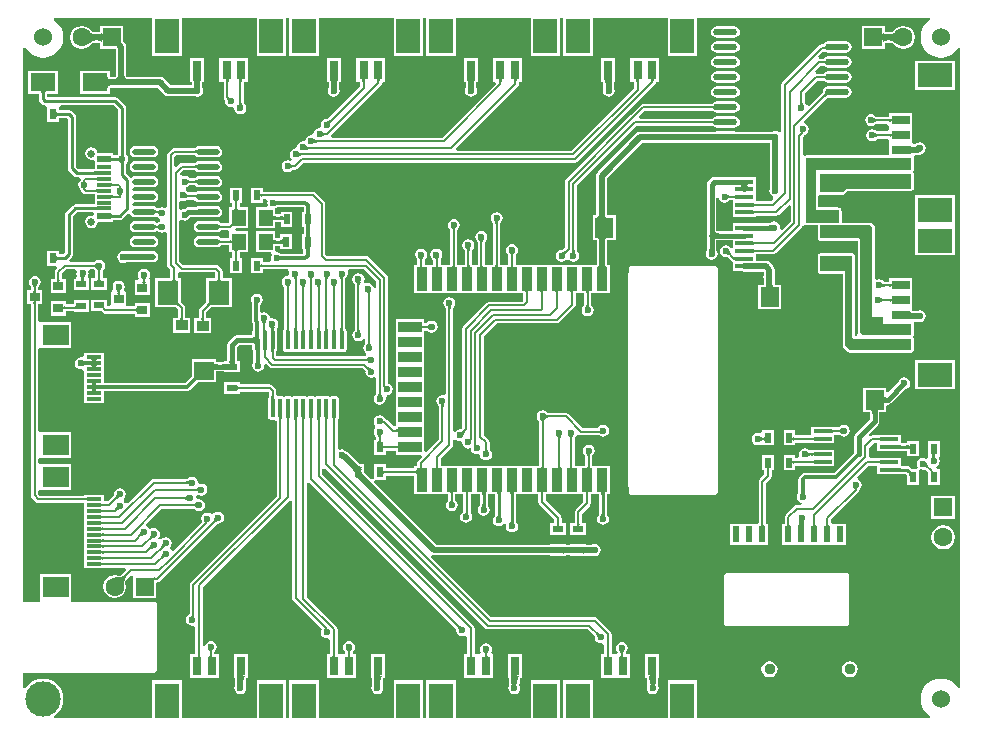
<source format=gtl>
G04*
G04 #@! TF.GenerationSoftware,Altium Limited,Altium Designer,20.2.6 (244)*
G04*
G04 Layer_Physical_Order=1*
G04 Layer_Color=255*
%FSLAX24Y24*%
%MOIN*%
G70*
G04*
G04 #@! TF.SameCoordinates,7583AB6C-3689-415F-B137-6D089145A127*
G04*
G04*
G04 #@! TF.FilePolarity,Positive*
G04*
G01*
G75*
%ADD13C,0.0079*%
%ADD15C,0.0118*%
%ADD17C,0.0100*%
%ADD24O,0.0800X0.0217*%
%ADD25R,0.0591X0.0157*%
%ADD26R,0.0630X0.0315*%
%ADD27R,0.1181X0.0827*%
%ADD28R,0.0394X0.0354*%
%ADD29R,0.0600X0.0650*%
%ADD30R,0.0236X0.0354*%
%ADD31R,0.0827X0.0610*%
%ADD32R,0.0453X0.0118*%
%ADD33R,0.0453X0.0236*%
%ADD34O,0.0787X0.0217*%
%ADD35R,0.0500X0.0550*%
%ADD36R,0.0700X0.0800*%
G04:AMPARAMS|DCode=37|XSize=61.8mil|YSize=16.1mil|CornerRadius=2mil|HoleSize=0mil|Usage=FLASHONLY|Rotation=90.000|XOffset=0mil|YOffset=0mil|HoleType=Round|Shape=RoundedRectangle|*
%AMROUNDEDRECTD37*
21,1,0.0618,0.0121,0,0,90.0*
21,1,0.0578,0.0161,0,0,90.0*
1,1,0.0040,0.0061,0.0289*
1,1,0.0040,0.0061,-0.0289*
1,1,0.0040,-0.0061,-0.0289*
1,1,0.0040,-0.0061,0.0289*
%
%ADD37ROUNDEDRECTD37*%
%ADD38R,0.0354X0.0236*%
%ADD39R,0.0650X0.0600*%
%ADD40R,0.0354X0.0315*%
%ADD41R,0.0866X0.0709*%
%ADD42R,0.0315X0.0630*%
%ADD43R,0.0827X0.1181*%
%ADD44R,0.0524X0.0524*%
%ADD45R,0.0354X0.0787*%
%ADD46R,0.0787X0.0354*%
%ADD47R,0.0244X0.0551*%
%ADD48R,0.0433X0.0945*%
%ADD53R,0.0630X0.0138*%
%ADD84R,0.0512X0.0118*%
%ADD85C,0.0157*%
%ADD86C,0.0197*%
%ADD87C,0.0256*%
%ADD88O,0.0827X0.0413*%
%ADD89O,0.0787X0.0394*%
%ADD90C,0.0630*%
%ADD91R,0.0630X0.0630*%
%ADD92R,0.0630X0.0630*%
%ADD93C,0.0118*%
%ADD94C,0.0600*%
%ADD95C,0.1181*%
%ADD96C,0.0374*%
%ADD97C,0.0236*%
G36*
X30360Y23445D02*
X30362Y23412D01*
X30231Y23312D01*
X30124Y23172D01*
X30057Y23009D01*
X30034Y22835D01*
X30057Y22660D01*
X30124Y22497D01*
X30231Y22357D01*
X30371Y22250D01*
X30534Y22183D01*
X30709Y22160D01*
X30883Y22183D01*
X31046Y22250D01*
X31186Y22357D01*
X31286Y22488D01*
X31319Y22486D01*
X31365Y22466D01*
X31365Y1156D01*
X31319Y1136D01*
X31286Y1134D01*
X31186Y1265D01*
X31046Y1372D01*
X30883Y1439D01*
X30709Y1462D01*
X30534Y1439D01*
X30371Y1372D01*
X30231Y1265D01*
X30124Y1125D01*
X30057Y962D01*
X30034Y787D01*
X30057Y613D01*
X30124Y450D01*
X30231Y310D01*
X30362Y210D01*
X30360Y177D01*
X30340Y131D01*
X22589D01*
Y1398D01*
X21604D01*
Y131D01*
X19104D01*
Y1398D01*
X18120D01*
Y131D01*
X18022D01*
Y1398D01*
X17037D01*
Y131D01*
X14537D01*
Y1398D01*
X13553D01*
Y131D01*
X13455D01*
Y1398D01*
X12470D01*
Y131D01*
X9970D01*
Y1398D01*
X8986D01*
Y131D01*
X8888D01*
Y1398D01*
X7904D01*
Y131D01*
X5404D01*
Y1398D01*
X4419D01*
Y131D01*
X1156D01*
X1136Y177D01*
X1134Y210D01*
X1265Y310D01*
X1372Y450D01*
X1439Y613D01*
X1462Y787D01*
X1439Y962D01*
X1372Y1125D01*
X1265Y1265D01*
X1125Y1372D01*
X962Y1439D01*
X787Y1462D01*
X613Y1439D01*
X450Y1372D01*
X310Y1265D01*
X210Y1134D01*
X177Y1136D01*
X131Y1156D01*
Y1647D01*
X4488D01*
X4548Y1672D01*
X4573Y1732D01*
Y3937D01*
X4548Y3997D01*
X4488Y4022D01*
X1728D01*
X1713Y4094D01*
X1713Y4101D01*
Y4961D01*
X689D01*
Y4101D01*
X689Y4094D01*
X673Y4022D01*
X131D01*
Y22466D01*
X177Y22486D01*
X210Y22488D01*
X310Y22357D01*
X450Y22250D01*
X613Y22183D01*
X787Y22160D01*
X962Y22183D01*
X1125Y22250D01*
X1265Y22357D01*
X1372Y22497D01*
X1439Y22660D01*
X1462Y22835D01*
X1439Y23009D01*
X1372Y23172D01*
X1265Y23312D01*
X1134Y23412D01*
X1136Y23445D01*
X1156Y23491D01*
X4419D01*
Y22224D01*
X5404D01*
Y23491D01*
X7904D01*
Y22224D01*
X8888D01*
Y23491D01*
X8986D01*
Y22224D01*
X9970D01*
Y23491D01*
X12470D01*
Y22224D01*
X13455D01*
Y23491D01*
X13553D01*
Y22224D01*
X14537D01*
Y23491D01*
X17037D01*
Y22224D01*
X18022D01*
Y23491D01*
X18120D01*
Y22224D01*
X19104D01*
Y23491D01*
X21604D01*
Y22224D01*
X22589D01*
Y23491D01*
X30340D01*
X30360Y23445D01*
D02*
G37*
%LPC*%
G36*
X29465Y23220D02*
X29317Y23191D01*
X29192Y23107D01*
X29131Y23015D01*
X28843D01*
Y23213D01*
X28087D01*
Y22457D01*
X28843D01*
Y22654D01*
X29131D01*
X29192Y22562D01*
X29317Y22479D01*
X29465Y22449D01*
X29612Y22479D01*
X29737Y22562D01*
X29821Y22687D01*
X29850Y22835D01*
X29821Y22982D01*
X29737Y23107D01*
X29612Y23191D01*
X29465Y23220D01*
D02*
G37*
G36*
X23825Y23201D02*
X23242D01*
X23169Y23186D01*
X23107Y23145D01*
X23066Y23083D01*
X23051Y23010D01*
X23066Y22937D01*
X23107Y22875D01*
X23169Y22834D01*
X23242Y22819D01*
X23825D01*
X23898Y22834D01*
X23960Y22875D01*
X24001Y22937D01*
X24016Y23010D01*
X24001Y23083D01*
X23960Y23145D01*
X23898Y23186D01*
X23825Y23201D01*
D02*
G37*
G36*
X27546Y22701D02*
X26962D01*
X26889Y22686D01*
X26827Y22645D01*
X26800Y22604D01*
X26735D01*
X26735Y22604D01*
X26689Y22595D01*
X26650Y22569D01*
X26650Y22569D01*
X25427Y21345D01*
X25401Y21306D01*
X25391Y21260D01*
X25391Y21260D01*
Y19707D01*
X25373Y19693D01*
X25313Y19672D01*
X25265Y19704D01*
X25188Y19719D01*
X25111Y19704D01*
X25091Y19690D01*
X23876D01*
X23825Y19701D01*
X23242D01*
X23191Y19690D01*
X20691D01*
X20622Y19677D01*
X20563Y19638D01*
X19282Y18356D01*
X19243Y18297D01*
X19229Y18228D01*
Y16900D01*
X19119D01*
Y16092D01*
X19234D01*
Y15250D01*
X16538D01*
Y15592D01*
X16559Y15606D01*
X16603Y15671D01*
X16618Y15748D01*
X16603Y15825D01*
X16559Y15890D01*
X16494Y15933D01*
X16417Y15949D01*
X16341Y15933D01*
X16275Y15890D01*
X16232Y15825D01*
X16217Y15748D01*
X16232Y15671D01*
X16275Y15606D01*
X16297Y15592D01*
Y15250D01*
X16026D01*
Y16655D01*
X16047Y16669D01*
X16091Y16734D01*
X16106Y16811D01*
X16091Y16888D01*
X16047Y16953D01*
X15982Y16996D01*
X15906Y17012D01*
X15829Y16996D01*
X15764Y16953D01*
X15720Y16888D01*
X15705Y16811D01*
X15720Y16734D01*
X15764Y16669D01*
X15785Y16655D01*
Y15250D01*
X15514D01*
Y16025D01*
X15536Y16039D01*
X15579Y16104D01*
X15594Y16181D01*
X15579Y16258D01*
X15536Y16323D01*
X15471Y16367D01*
X15394Y16382D01*
X15317Y16367D01*
X15252Y16323D01*
X15208Y16258D01*
X15193Y16181D01*
X15208Y16104D01*
X15252Y16039D01*
X15273Y16025D01*
Y15250D01*
X15081D01*
Y15749D01*
X15103Y15764D01*
X15146Y15829D01*
X15161Y15906D01*
X15146Y15982D01*
X15103Y16047D01*
X15037Y16091D01*
X14961Y16106D01*
X14884Y16091D01*
X14819Y16047D01*
X14775Y15982D01*
X14760Y15906D01*
X14775Y15829D01*
X14819Y15764D01*
X14840Y15749D01*
Y15250D01*
X14599D01*
Y16428D01*
X14620Y16443D01*
X14664Y16508D01*
X14679Y16585D01*
X14664Y16661D01*
X14620Y16727D01*
X14555Y16770D01*
X14478Y16785D01*
X14402Y16770D01*
X14336Y16727D01*
X14293Y16661D01*
X14278Y16585D01*
X14293Y16508D01*
X14336Y16443D01*
X14358Y16428D01*
Y15250D01*
X14035D01*
Y15445D01*
X14040Y15449D01*
X14083Y15514D01*
X14098Y15591D01*
X14083Y15667D01*
X14040Y15732D01*
X13974Y15776D01*
X13898Y15791D01*
X13821Y15776D01*
X13756Y15732D01*
X13712Y15667D01*
X13697Y15591D01*
X13712Y15514D01*
X13756Y15449D01*
X13794Y15423D01*
Y15250D01*
X13506D01*
Y15434D01*
X13528Y15449D01*
X13571Y15514D01*
X13587Y15591D01*
X13571Y15667D01*
X13528Y15732D01*
X13463Y15776D01*
X13386Y15791D01*
X13309Y15776D01*
X13244Y15732D01*
X13200Y15667D01*
X13185Y15591D01*
X13200Y15514D01*
X13244Y15449D01*
X13265Y15434D01*
Y15250D01*
X13158D01*
Y14305D01*
X16794D01*
Y14052D01*
X16761Y14019D01*
X15658D01*
X15612Y14010D01*
X15573Y13984D01*
X15573Y13984D01*
X14797Y13208D01*
X14771Y13169D01*
X14761Y13123D01*
X14761Y13123D01*
Y9816D01*
X14703Y9764D01*
X14685Y9768D01*
X14608Y9752D01*
X14543Y9709D01*
X14530Y9689D01*
X14451Y9713D01*
Y13820D01*
X14473Y13834D01*
X14516Y13900D01*
X14531Y13976D01*
X14516Y14053D01*
X14473Y14118D01*
X14408Y14162D01*
X14331Y14177D01*
X14254Y14162D01*
X14189Y14118D01*
X14145Y14053D01*
X14130Y13976D01*
X14145Y13900D01*
X14189Y13834D01*
X14210Y13820D01*
Y10956D01*
X14132Y10902D01*
X14094Y10909D01*
X14018Y10894D01*
X13953Y10851D01*
X13909Y10785D01*
X13894Y10709D01*
X13909Y10632D01*
X13953Y10567D01*
X13974Y10552D01*
Y9420D01*
X13566Y9012D01*
X13493Y9042D01*
Y9425D01*
Y9925D01*
Y10425D01*
Y10925D01*
Y11425D01*
Y11925D01*
Y12425D01*
Y12925D01*
Y13061D01*
X13589D01*
X13598Y13047D01*
X13663Y13004D01*
X13740Y12988D01*
X13817Y13004D01*
X13882Y13047D01*
X13926Y13112D01*
X13941Y13189D01*
X13926Y13266D01*
X13882Y13331D01*
X13817Y13374D01*
X13740Y13390D01*
X13663Y13374D01*
X13598Y13331D01*
X13579Y13302D01*
X13493D01*
Y13437D01*
X12548D01*
Y12925D01*
Y12425D01*
Y11925D01*
Y11425D01*
Y10925D01*
Y10425D01*
Y9896D01*
X12469Y9866D01*
X12240Y10095D01*
X12201Y10121D01*
X12188Y10124D01*
X12150Y10181D01*
X12085Y10225D01*
X12008Y10240D01*
X11931Y10225D01*
X11866Y10181D01*
X11822Y10116D01*
X11807Y10039D01*
X11822Y9963D01*
X11855Y9914D01*
X11861Y9862D01*
X11855Y9810D01*
X11822Y9762D01*
X11807Y9685D01*
X11822Y9608D01*
X11866Y9543D01*
X11887Y9529D01*
Y9429D01*
X11822D01*
Y8917D01*
X12215D01*
Y9061D01*
X12548D01*
Y8925D01*
X13376D01*
X13407Y8852D01*
X13301Y8747D01*
X13275Y8708D01*
X13265Y8661D01*
X13265Y8661D01*
Y8557D01*
X13158D01*
Y8467D01*
X12200D01*
Y8602D01*
X11807D01*
X11807Y8150D01*
Y8148D01*
Y8148D01*
X11807Y8136D01*
X11787Y8128D01*
X11728Y8103D01*
X11486Y8346D01*
Y8602D01*
X11347D01*
X10932Y9018D01*
X10873Y9057D01*
X10860Y9060D01*
X10825Y9083D01*
X10748Y9098D01*
X10681Y9085D01*
X10657Y9093D01*
X10603Y9132D01*
Y10116D01*
X10614Y10124D01*
X10636Y10157D01*
X10644Y10195D01*
Y10773D01*
X10636Y10812D01*
X10614Y10844D01*
X10581Y10866D01*
X10543Y10874D01*
X10422D01*
X10383Y10866D01*
X10354Y10847D01*
X10326Y10866D01*
X10287Y10874D01*
X10166D01*
X10127Y10866D01*
X10098Y10847D01*
X10070Y10866D01*
X10031Y10874D01*
X9910D01*
X9871Y10866D01*
X9843Y10847D01*
X9814Y10866D01*
X9775Y10874D01*
X9654D01*
X9615Y10866D01*
X9587Y10847D01*
X9558Y10866D01*
X9519Y10874D01*
X9398D01*
X9360Y10866D01*
X9331Y10847D01*
X9302Y10866D01*
X9263Y10874D01*
X9142D01*
X9104Y10866D01*
X9075Y10847D01*
X9046Y10866D01*
X9007Y10874D01*
X8886D01*
X8848Y10866D01*
X8819Y10847D01*
X8790Y10866D01*
X8751Y10874D01*
X8630D01*
X8559Y10927D01*
X8555Y10933D01*
Y11053D01*
X8555Y11053D01*
X8546Y11099D01*
X8520Y11138D01*
X8427Y11231D01*
X8388Y11257D01*
X8342Y11266D01*
X8342Y11266D01*
X7343D01*
Y11343D01*
X6831D01*
Y10949D01*
X7343D01*
Y11026D01*
X8292D01*
X8315Y11003D01*
Y10852D01*
X8303Y10844D01*
X8281Y10812D01*
X8274Y10773D01*
Y10195D01*
X8281Y10157D01*
X8303Y10124D01*
X8336Y10102D01*
X8375Y10095D01*
X8496D01*
X8567Y10042D01*
X8571Y10035D01*
Y7546D01*
X5702Y4678D01*
X5676Y4639D01*
X5667Y4593D01*
X5667Y4593D01*
Y3608D01*
X5606Y3567D01*
X5563Y3502D01*
X5547Y3425D01*
X5563Y3348D01*
X5606Y3283D01*
X5671Y3240D01*
X5748Y3224D01*
X5785Y3232D01*
X5864Y3178D01*
Y2264D01*
X5679D01*
Y1476D01*
X6093D01*
X6152Y1476D01*
X6230Y1476D01*
X6644D01*
Y2264D01*
X6498D01*
Y2363D01*
X6520Y2378D01*
X6563Y2443D01*
X6579Y2520D01*
X6563Y2596D01*
X6520Y2662D01*
X6455Y2705D01*
X6378Y2720D01*
X6301Y2705D01*
X6236Y2662D01*
X6193Y2596D01*
X6186Y2564D01*
X6183Y2551D01*
X6105Y2558D01*
X6105Y2560D01*
Y4517D01*
X9004Y7416D01*
X9082Y7383D01*
Y4144D01*
X9082Y4144D01*
X9092Y4098D01*
X9118Y4059D01*
X10075Y3101D01*
X10061Y3079D01*
X10045Y3003D01*
X10061Y2926D01*
X10104Y2861D01*
X10169Y2817D01*
X10246Y2802D01*
X10283Y2809D01*
X10362Y2756D01*
Y2264D01*
X10246D01*
Y1476D01*
X10659D01*
X10718Y1476D01*
X10797Y1476D01*
X11211D01*
Y2264D01*
X11105D01*
Y2363D01*
X11126Y2378D01*
X11170Y2443D01*
X11185Y2520D01*
X11170Y2596D01*
X11126Y2662D01*
X11061Y2705D01*
X10984Y2720D01*
X10907Y2705D01*
X10842Y2662D01*
X10799Y2596D01*
X10784Y2520D01*
X10799Y2443D01*
X10842Y2378D01*
X10839Y2294D01*
X10808Y2264D01*
X10738Y2264D01*
X10658Y2264D01*
X10603Y2319D01*
Y3100D01*
X10594Y3146D01*
X10567Y3186D01*
X9579Y4174D01*
Y7974D01*
X9658Y8007D01*
X14568Y3096D01*
X14563Y3071D01*
X14578Y2994D01*
X14622Y2929D01*
X14687Y2885D01*
X14764Y2870D01*
X14841Y2885D01*
X14850Y2892D01*
X14929Y2850D01*
Y2264D01*
X14813D01*
Y1476D01*
X15226D01*
X15285Y1476D01*
X15364Y1476D01*
X15778D01*
Y2264D01*
X15764D01*
X15722Y2343D01*
X15737Y2364D01*
X15752Y2441D01*
X15737Y2518D01*
X15693Y2583D01*
X15628Y2626D01*
X15551Y2642D01*
X15474Y2626D01*
X15409Y2583D01*
X15366Y2518D01*
X15350Y2441D01*
X15366Y2364D01*
X15380Y2343D01*
X15338Y2264D01*
X15225Y2264D01*
X15170Y2319D01*
Y3140D01*
X15170Y3140D01*
X15160Y3186D01*
X15134Y3225D01*
X10091Y8268D01*
Y8460D01*
X10170Y8492D01*
X15519Y3143D01*
X15519Y3143D01*
X15558Y3117D01*
X15604Y3108D01*
X15604Y3108D01*
X18936D01*
X19184Y2860D01*
X19179Y2835D01*
X19194Y2758D01*
X19238Y2693D01*
X19303Y2649D01*
X19380Y2634D01*
X19417Y2641D01*
X19496Y2588D01*
Y2264D01*
X19380D01*
Y1476D01*
X19793D01*
X19852Y1476D01*
X19931Y1476D01*
X20344D01*
Y2264D01*
X20251D01*
X20228Y2320D01*
X20223Y2343D01*
X20264Y2404D01*
X20279Y2480D01*
X20264Y2557D01*
X20221Y2622D01*
X20156Y2666D01*
X20079Y2681D01*
X20002Y2666D01*
X19937Y2622D01*
X19893Y2557D01*
X19878Y2480D01*
X19893Y2404D01*
X19934Y2343D01*
X19929Y2320D01*
X19907Y2264D01*
X19792Y2264D01*
X19737Y2319D01*
Y2943D01*
X19737Y2943D01*
X19727Y2989D01*
X19701Y3028D01*
X19258Y3471D01*
X19219Y3497D01*
X19173Y3506D01*
X19173Y3506D01*
X15719D01*
X13699Y5526D01*
X13749Y5588D01*
X13759Y5581D01*
X13828Y5567D01*
X17697D01*
Y5541D01*
X18209D01*
Y5567D01*
X18366D01*
Y5541D01*
X18878D01*
Y5562D01*
X19099D01*
X19173Y5547D01*
X19250Y5563D01*
X19315Y5606D01*
X19359Y5671D01*
X19374Y5748D01*
X19359Y5825D01*
X19315Y5890D01*
X19250Y5933D01*
X19173Y5949D01*
X19096Y5933D01*
X19081Y5923D01*
X18878D01*
Y5934D01*
X18366D01*
Y5929D01*
X18209D01*
Y5934D01*
X17697D01*
Y5929D01*
X13903D01*
X11820Y8012D01*
X11852Y8091D01*
X11864Y8091D01*
X11864Y8091D01*
X11867Y8091D01*
X12200D01*
Y8226D01*
X13158D01*
Y7612D01*
X14289D01*
Y7400D01*
X14268Y7386D01*
X14224Y7321D01*
X14209Y7244D01*
X14224Y7167D01*
X14268Y7102D01*
X14333Y7059D01*
X14409Y7043D01*
X14486Y7059D01*
X14551Y7102D01*
X14595Y7167D01*
X14610Y7244D01*
X14595Y7321D01*
X14551Y7386D01*
X14530Y7400D01*
Y7612D01*
X14794D01*
Y7028D01*
X14740Y6992D01*
X14696Y6927D01*
X14681Y6850D01*
X14696Y6774D01*
X14740Y6708D01*
X14805Y6665D01*
X14882Y6650D01*
X14959Y6665D01*
X15024Y6708D01*
X15067Y6774D01*
X15083Y6850D01*
X15067Y6927D01*
X15035Y6976D01*
Y7612D01*
X15341D01*
Y7236D01*
X15331Y7229D01*
X15287Y7163D01*
X15272Y7087D01*
X15287Y7010D01*
X15331Y6945D01*
X15396Y6901D01*
X15472Y6886D01*
X15549Y6901D01*
X15614Y6945D01*
X15658Y7010D01*
X15673Y7087D01*
X15658Y7163D01*
X15614Y7229D01*
X15604Y7236D01*
Y7612D01*
X15853D01*
Y6881D01*
X15842Y6874D01*
X15799Y6809D01*
X15784Y6732D01*
X15799Y6655D01*
X15842Y6590D01*
X15907Y6547D01*
X15984Y6532D01*
X16061Y6547D01*
X16126Y6590D01*
X16165Y6648D01*
X16232Y6612D01*
X16217Y6535D01*
X16232Y6459D01*
X16275Y6394D01*
X16341Y6350D01*
X16417Y6335D01*
X16494Y6350D01*
X16559Y6394D01*
X16603Y6459D01*
X16618Y6535D01*
X16603Y6612D01*
X16559Y6677D01*
X16549Y6684D01*
Y7612D01*
X17294D01*
Y7349D01*
X17294Y7349D01*
X17303Y7303D01*
X17329Y7264D01*
X17832Y6761D01*
Y6649D01*
X17697D01*
Y6256D01*
X18209D01*
Y6649D01*
X18073D01*
Y6811D01*
X18073Y6811D01*
X18064Y6857D01*
X18038Y6896D01*
X18038Y6896D01*
X17535Y7399D01*
Y7612D01*
X18794D01*
Y7350D01*
X18537Y7093D01*
X18511Y7054D01*
X18502Y7008D01*
X18502Y7008D01*
Y6649D01*
X18366D01*
Y6256D01*
X18878D01*
Y6649D01*
X18742D01*
Y6958D01*
X19000Y7215D01*
X19026Y7254D01*
X19035Y7300D01*
Y7612D01*
X19318D01*
Y6931D01*
X19307Y6924D01*
X19263Y6859D01*
X19248Y6782D01*
X19263Y6705D01*
X19307Y6640D01*
X19372Y6597D01*
X19449Y6582D01*
X19526Y6597D01*
X19591Y6640D01*
X19634Y6705D01*
X19650Y6782D01*
X19634Y6859D01*
X19591Y6924D01*
X19580Y6931D01*
Y7612D01*
X19670D01*
Y8557D01*
X19097D01*
Y8899D01*
X19118Y8913D01*
X19162Y8978D01*
X19177Y9055D01*
X19162Y9132D01*
X19118Y9197D01*
X19053Y9241D01*
X18976Y9256D01*
X18900Y9241D01*
X18834Y9197D01*
X18791Y9132D01*
X18776Y9055D01*
X18791Y8978D01*
X18834Y8913D01*
X18856Y8899D01*
Y8557D01*
X18506D01*
Y9489D01*
X18528Y9504D01*
X18565Y9559D01*
X18588Y9572D01*
X18655Y9587D01*
X18674Y9574D01*
X18720Y9565D01*
X19324D01*
X19324Y9565D01*
X19331Y9566D01*
X19372Y9539D01*
X19449Y9524D01*
X19526Y9539D01*
X19591Y9582D01*
X19634Y9648D01*
X19650Y9724D01*
X19634Y9801D01*
X19591Y9866D01*
X19526Y9910D01*
X19449Y9925D01*
X19372Y9910D01*
X19307Y9866D01*
X19266Y9805D01*
X18770D01*
X18294Y10282D01*
X18255Y10308D01*
X18209Y10317D01*
X18209Y10317D01*
X17597D01*
X17583Y10339D01*
X17518Y10382D01*
X17441Y10398D01*
X17364Y10382D01*
X17299Y10339D01*
X17256Y10274D01*
X17240Y10197D01*
X17256Y10120D01*
X17299Y10055D01*
X17321Y10041D01*
Y8557D01*
X14035D01*
Y8786D01*
X14416Y9167D01*
X14442Y9206D01*
X14451Y9252D01*
X14451Y9252D01*
Y9421D01*
X14530Y9445D01*
X14543Y9425D01*
X14608Y9381D01*
X14685Y9366D01*
X14687Y9367D01*
X14760Y9331D01*
X14775Y9254D01*
X14819Y9189D01*
X14884Y9145D01*
X14961Y9130D01*
X14971Y9132D01*
X15041Y9134D01*
X15057Y9075D01*
X15060Y9057D01*
X15104Y8992D01*
X15169Y8948D01*
X15246Y8933D01*
X15276Y8939D01*
X15329Y8938D01*
X15361Y8882D01*
X15366Y8860D01*
X15409Y8795D01*
X15474Y8752D01*
X15551Y8736D01*
X15628Y8752D01*
X15693Y8795D01*
X15737Y8860D01*
X15752Y8937D01*
X15737Y9014D01*
X15693Y9079D01*
X15672Y9093D01*
Y9331D01*
X15672Y9331D01*
X15662Y9377D01*
X15636Y9416D01*
X15475Y9577D01*
Y12877D01*
X15903Y13305D01*
X17913D01*
X17913Y13305D01*
X17959Y13314D01*
X17999Y13340D01*
X18500Y13841D01*
X18500Y13841D01*
X18526Y13880D01*
X18535Y13926D01*
Y14305D01*
X18817D01*
Y13896D01*
X18795Y13882D01*
X18752Y13817D01*
X18736Y13740D01*
X18752Y13663D01*
X18795Y13598D01*
X18860Y13555D01*
X18937Y13539D01*
X19014Y13555D01*
X19079Y13598D01*
X19122Y13663D01*
X19138Y13740D01*
X19122Y13817D01*
X19079Y13882D01*
X19057Y13896D01*
Y14305D01*
X19670D01*
Y15250D01*
X19595D01*
Y16092D01*
X19876D01*
Y16900D01*
X19590D01*
Y18154D01*
X20766Y19329D01*
X23191D01*
X23242Y19319D01*
X23825D01*
X23876Y19329D01*
X25016D01*
Y17801D01*
X25011Y17793D01*
X24996Y17717D01*
X25011Y17640D01*
X25055Y17575D01*
X25110Y17538D01*
X25124Y17501D01*
X25132Y17448D01*
X25058Y17374D01*
X24537D01*
Y17864D01*
Y18179D01*
X24179D01*
X24163Y18182D01*
X23163D01*
X23102Y18170D01*
X23050Y18135D01*
X23050Y18135D01*
X22957Y18043D01*
X22923Y17991D01*
X22910Y17929D01*
X22910Y17929D01*
Y16230D01*
Y15744D01*
X22885Y15707D01*
X22870Y15630D01*
X22885Y15553D01*
X22929Y15488D01*
X22994Y15444D01*
X23071Y15429D01*
X23148Y15444D01*
X23213Y15488D01*
X23256Y15553D01*
X23272Y15630D01*
X23256Y15707D01*
X23231Y15744D01*
Y16070D01*
X23789D01*
Y15836D01*
X23736Y15814D01*
X23711Y15813D01*
X23685Y15851D01*
X23620Y15894D01*
X23543Y15909D01*
X23466Y15894D01*
X23401Y15851D01*
X23358Y15785D01*
X23343Y15709D01*
X23358Y15632D01*
X23401Y15567D01*
X23466Y15523D01*
X23543Y15508D01*
X23602Y15520D01*
X23744Y15377D01*
X23744Y15377D01*
X23783Y15351D01*
X23789Y15350D01*
Y15049D01*
X24080D01*
X24094Y15040D01*
X24163Y15026D01*
X24800D01*
X24810Y15017D01*
Y14927D01*
X24805Y14919D01*
X24789Y14843D01*
X24805Y14766D01*
X24810Y14759D01*
Y14577D01*
X24631D01*
Y13769D01*
X25388D01*
Y14577D01*
X25171D01*
Y14759D01*
X25176Y14766D01*
X25191Y14843D01*
X25176Y14919D01*
X25171Y14927D01*
Y15091D01*
X25157Y15161D01*
X25118Y15219D01*
X25003Y15334D01*
X24944Y15374D01*
X24875Y15387D01*
X24537D01*
Y15598D01*
X25114D01*
X25114Y15598D01*
X25161Y15607D01*
X25200Y15633D01*
X26069Y16503D01*
X26096Y16542D01*
X26098Y16553D01*
X26178Y16585D01*
X26182Y16584D01*
X26220Y16568D01*
X26529D01*
X26608Y16568D01*
Y16142D01*
X26633Y16081D01*
X26644Y16077D01*
Y16073D01*
X26693Y16056D01*
X26716Y16056D01*
X27946Y16056D01*
Y12992D01*
X27953Y12972D01*
X27931Y12903D01*
X27920Y12881D01*
X27841D01*
X27841Y15551D01*
X27816Y15611D01*
X27756Y15636D01*
X26693Y15636D01*
X26653Y15620D01*
X26644D01*
Y15616D01*
X26633Y15611D01*
X26608Y15551D01*
X26608Y15039D01*
X26633Y14979D01*
X26693Y14954D01*
X27434Y14954D01*
Y12559D01*
X27459Y12499D01*
X27617Y12341D01*
X27677Y12316D01*
X29724D01*
X29785Y12341D01*
X29810Y12402D01*
Y12795D01*
X29785Y12854D01*
X29810Y12913D01*
Y13268D01*
X29803Y13284D01*
X29843Y13367D01*
X29891Y13379D01*
X29923Y13358D01*
X30000Y13343D01*
X30077Y13358D01*
X30142Y13401D01*
X30185Y13467D01*
X30201Y13543D01*
X30185Y13620D01*
X30142Y13685D01*
X30077Y13729D01*
X30000Y13744D01*
X29923Y13729D01*
X29909Y13719D01*
X29764D01*
Y13819D01*
X29764D01*
Y13839D01*
X29764D01*
Y14311D01*
X29764D01*
Y14331D01*
X29764D01*
Y14803D01*
X28976D01*
Y14687D01*
X28818D01*
X28803Y14709D01*
X28738Y14752D01*
X28661Y14768D01*
X28589Y14753D01*
X28583Y14753D01*
X28510Y14797D01*
Y16512D01*
X28485Y16573D01*
X28423Y16635D01*
X28363Y16660D01*
X27408Y16660D01*
X27408Y17024D01*
X27392Y17064D01*
Y17156D01*
X27300D01*
X27260Y17172D01*
X26621D01*
Y17538D01*
X26693Y17592D01*
X27441D01*
X27501Y17617D01*
X27594Y17710D01*
X29724D01*
X29785Y17735D01*
X29810Y17795D01*
X29810Y18268D01*
X29802Y18287D01*
X29789Y18346D01*
X29802Y18406D01*
X29810Y18425D01*
Y18819D01*
X29807Y18825D01*
X29860Y18904D01*
X29940D01*
X30009Y18918D01*
X30046Y18942D01*
X30077Y18948D01*
X30142Y18992D01*
X30185Y19057D01*
X30201Y19134D01*
X30185Y19211D01*
X30142Y19276D01*
X30077Y19319D01*
X30000Y19335D01*
X29923Y19319D01*
X29858Y19276D01*
X29851Y19265D01*
X29772D01*
X29764Y19341D01*
X29764Y19400D01*
Y19754D01*
X29764Y19813D01*
X29764Y19892D01*
Y20305D01*
X28976D01*
Y20189D01*
X28549D01*
X28528Y20221D01*
X28463Y20264D01*
X28386Y20279D01*
X28309Y20264D01*
X28244Y20221D01*
X28200Y20156D01*
X28185Y20079D01*
X28200Y20002D01*
X28244Y19937D01*
X28309Y19893D01*
X28386Y19878D01*
X28463Y19893D01*
X28528Y19937D01*
X28536Y19948D01*
X28921D01*
X28976Y19893D01*
X28976Y19833D01*
X28976Y19753D01*
X28921Y19697D01*
X28575D01*
X28567Y19709D01*
X28502Y19752D01*
X28425Y19768D01*
X28348Y19752D01*
X28283Y19709D01*
X28240Y19644D01*
X28224Y19567D01*
X28240Y19490D01*
X28283Y19425D01*
X28348Y19382D01*
X28425Y19366D01*
X28502Y19382D01*
X28567Y19425D01*
X28588Y19456D01*
X28921D01*
X28976Y19401D01*
X28976Y19341D01*
X28976Y19262D01*
Y18904D01*
X26220Y18904D01*
X26183Y18889D01*
X26105Y18927D01*
Y19510D01*
X26157Y19563D01*
X26157Y19563D01*
X26166Y19576D01*
X26179Y19578D01*
X26244Y19622D01*
X26288Y19687D01*
X26303Y19764D01*
X26288Y19841D01*
X26244Y19906D01*
X26182Y19948D01*
X26179Y19950D01*
X26157Y20034D01*
X26945Y20823D01*
X26962Y20819D01*
X27546D01*
X27619Y20834D01*
X27680Y20875D01*
X27722Y20937D01*
X27736Y21010D01*
X27722Y21083D01*
X27680Y21145D01*
X27619Y21186D01*
X27546Y21201D01*
X26962D01*
X26889Y21186D01*
X26827Y21145D01*
X26786Y21083D01*
X26772Y21010D01*
X26775Y20993D01*
X26324Y20542D01*
X26237Y20566D01*
X26205Y20614D01*
X26183Y20629D01*
Y20974D01*
X26599Y21389D01*
X26818D01*
X26827Y21375D01*
X26889Y21334D01*
X26962Y21319D01*
X27546D01*
X27619Y21334D01*
X27680Y21375D01*
X27722Y21437D01*
X27736Y21510D01*
X27722Y21583D01*
X27680Y21645D01*
X27619Y21686D01*
X27546Y21701D01*
X26962D01*
X26889Y21686D01*
X26827Y21645D01*
X26818Y21630D01*
X26558D01*
X26542Y21650D01*
X26521Y21705D01*
X26705Y21889D01*
X26818D01*
X26827Y21875D01*
X26889Y21834D01*
X26962Y21819D01*
X27546D01*
X27619Y21834D01*
X27680Y21875D01*
X27722Y21937D01*
X27736Y22010D01*
X27722Y22083D01*
X27680Y22145D01*
X27619Y22186D01*
X27546Y22201D01*
X26962D01*
X26889Y22186D01*
X26827Y22145D01*
X26818Y22130D01*
X26664D01*
X26648Y22150D01*
X26627Y22205D01*
X26785Y22363D01*
X26845D01*
X26889Y22334D01*
X26962Y22319D01*
X27546D01*
X27619Y22334D01*
X27680Y22375D01*
X27722Y22437D01*
X27736Y22510D01*
X27722Y22583D01*
X27680Y22645D01*
X27619Y22686D01*
X27546Y22701D01*
D02*
G37*
G36*
X23825D02*
X23242D01*
X23169Y22686D01*
X23107Y22645D01*
X23066Y22583D01*
X23051Y22510D01*
X23066Y22437D01*
X23107Y22375D01*
X23169Y22334D01*
X23242Y22319D01*
X23825D01*
X23898Y22334D01*
X23960Y22375D01*
X24001Y22437D01*
X24016Y22510D01*
X24001Y22583D01*
X23960Y22645D01*
X23898Y22686D01*
X23825Y22701D01*
D02*
G37*
G36*
Y22201D02*
X23242D01*
X23169Y22186D01*
X23107Y22145D01*
X23066Y22083D01*
X23051Y22010D01*
X23066Y21937D01*
X23107Y21875D01*
X23169Y21834D01*
X23242Y21819D01*
X23825D01*
X23898Y21834D01*
X23960Y21875D01*
X24001Y21937D01*
X24016Y22010D01*
X24001Y22083D01*
X23960Y22145D01*
X23898Y22186D01*
X23825Y22201D01*
D02*
G37*
G36*
X2071Y23220D02*
X1923Y23191D01*
X1798Y23107D01*
X1715Y22982D01*
X1686Y22835D01*
X1715Y22687D01*
X1798Y22562D01*
X1923Y22479D01*
X2071Y22449D01*
X2218Y22479D01*
X2343Y22562D01*
X2405Y22654D01*
X2693D01*
Y22457D01*
X3193D01*
X3205Y22445D01*
Y21519D01*
X3012D01*
Y21722D01*
X2028D01*
Y20955D01*
X3012D01*
Y21158D01*
X4610D01*
X4833Y20935D01*
X4892Y20896D01*
X4961Y20882D01*
X5841D01*
X5848Y20878D01*
X5925Y20862D01*
X6002Y20878D01*
X6067Y20921D01*
X6111Y20986D01*
X6126Y21063D01*
X6111Y21140D01*
X6096Y21162D01*
Y21358D01*
X6152D01*
Y22146D01*
X5679D01*
Y21358D01*
X5735D01*
Y21244D01*
X5035D01*
X4813Y21466D01*
X4754Y21505D01*
X4685Y21519D01*
X3566D01*
Y22520D01*
X3553Y22589D01*
X3514Y22647D01*
X3449Y22712D01*
Y23213D01*
X2693D01*
Y23015D01*
X2405D01*
X2343Y23107D01*
X2218Y23191D01*
X2071Y23220D01*
D02*
G37*
G36*
X23825Y21701D02*
X23242D01*
X23169Y21686D01*
X23107Y21645D01*
X23066Y21583D01*
X23051Y21510D01*
X23066Y21437D01*
X23107Y21375D01*
X23169Y21334D01*
X23242Y21319D01*
X23825D01*
X23898Y21334D01*
X23960Y21375D01*
X24001Y21437D01*
X24016Y21510D01*
X24001Y21583D01*
X23960Y21645D01*
X23898Y21686D01*
X23825Y21701D01*
D02*
G37*
G36*
X31181Y22057D02*
X29843D01*
Y21073D01*
X31181D01*
Y22057D01*
D02*
G37*
G36*
X19852Y22146D02*
X19380D01*
Y21358D01*
X19457D01*
Y21126D01*
X19445Y21063D01*
X19460Y20986D01*
X19504Y20921D01*
X19569Y20878D01*
X19646Y20862D01*
X19722Y20878D01*
X19788Y20921D01*
X19831Y20986D01*
X19846Y21063D01*
X19831Y21140D01*
X19819Y21158D01*
Y21358D01*
X19852D01*
Y22146D01*
D02*
G37*
G36*
X15285D02*
X14813D01*
Y21358D01*
X14869D01*
Y21147D01*
X14864Y21140D01*
X14849Y21063D01*
X14864Y20986D01*
X14907Y20921D01*
X14972Y20878D01*
X15049Y20862D01*
X15126Y20878D01*
X15191Y20921D01*
X15235Y20986D01*
X15250Y21063D01*
X15235Y21140D01*
X15230Y21147D01*
Y21358D01*
X15285D01*
Y22146D01*
D02*
G37*
G36*
X10718D02*
X10246D01*
Y21358D01*
X10302D01*
Y21162D01*
X10287Y21140D01*
X10272Y21063D01*
X10287Y20986D01*
X10331Y20921D01*
X10396Y20878D01*
X10472Y20862D01*
X10549Y20878D01*
X10614Y20921D01*
X10658Y20986D01*
X10673Y21063D01*
X10663Y21114D01*
Y21358D01*
X10718D01*
Y22146D01*
D02*
G37*
G36*
X23825Y21201D02*
X23242D01*
X23169Y21186D01*
X23107Y21145D01*
X23066Y21083D01*
X23051Y21010D01*
X23066Y20937D01*
X23107Y20875D01*
X23169Y20834D01*
X23242Y20819D01*
X23825D01*
X23898Y20834D01*
X23960Y20875D01*
X24001Y20937D01*
X24016Y21010D01*
X24001Y21083D01*
X23960Y21145D01*
X23898Y21186D01*
X23825Y21201D01*
D02*
G37*
G36*
Y20701D02*
X23242D01*
X23169Y20686D01*
X23107Y20645D01*
X23097Y20630D01*
X20799D01*
X20753Y20621D01*
X20714Y20595D01*
X20714Y20595D01*
X20371Y20252D01*
X20371Y20252D01*
X18222Y18103D01*
X18196Y18064D01*
X18187Y18018D01*
X18187Y18018D01*
Y15837D01*
X18096Y15747D01*
X18071Y15752D01*
X17994Y15737D01*
X17929Y15693D01*
X17885Y15628D01*
X17870Y15551D01*
X17885Y15474D01*
X17929Y15409D01*
X17994Y15366D01*
X18071Y15350D01*
X18148Y15366D01*
X18213Y15409D01*
X18220Y15421D01*
X18315D01*
X18323Y15409D01*
X18388Y15366D01*
X18465Y15350D01*
X18541Y15366D01*
X18606Y15409D01*
X18650Y15474D01*
X18665Y15551D01*
X18650Y15628D01*
X18606Y15693D01*
X18585Y15707D01*
Y17903D01*
X20572Y19889D01*
X23097D01*
X23107Y19875D01*
X23169Y19834D01*
X23242Y19819D01*
X23825D01*
X23898Y19834D01*
X23960Y19875D01*
X24001Y19937D01*
X24016Y20010D01*
X24001Y20083D01*
X23960Y20145D01*
X23898Y20186D01*
X23825Y20201D01*
X23242D01*
X23169Y20186D01*
X23107Y20145D01*
X23097Y20130D01*
X20693D01*
X20662Y20203D01*
X20849Y20389D01*
X23097D01*
X23107Y20375D01*
X23169Y20334D01*
X23242Y20319D01*
X23825D01*
X23898Y20334D01*
X23960Y20375D01*
X24001Y20437D01*
X24016Y20510D01*
X24001Y20583D01*
X23960Y20645D01*
X23898Y20686D01*
X23825Y20701D01*
D02*
G37*
G36*
X7136Y22146D02*
Y22146D01*
X7079Y22146D01*
X6663D01*
Y21358D01*
X6809D01*
Y20834D01*
X6809Y20834D01*
X6818Y20787D01*
X6844Y20748D01*
X6853Y20740D01*
X6847Y20709D01*
X6862Y20632D01*
X6905Y20567D01*
X6970Y20523D01*
X7047Y20508D01*
X7090Y20516D01*
X7151Y20479D01*
X7165Y20457D01*
X7177Y20396D01*
X7220Y20331D01*
X7285Y20287D01*
X7362Y20272D01*
X7439Y20287D01*
X7504Y20331D01*
X7548Y20396D01*
X7563Y20472D01*
X7548Y20549D01*
X7504Y20614D01*
X7483Y20629D01*
Y21358D01*
X7628D01*
Y22146D01*
X7212D01*
X7156Y22146D01*
Y22146D01*
X7136D01*
D02*
G37*
G36*
X11703D02*
Y22146D01*
X11230D01*
Y21358D01*
X11346D01*
Y21201D01*
X10262Y20117D01*
X10236Y20122D01*
X10159Y20107D01*
X10094Y20063D01*
X10051Y19998D01*
X10036Y19921D01*
X10044Y19879D01*
X10006Y19817D01*
X9985Y19804D01*
X9923Y19792D01*
X9858Y19748D01*
X9815Y19683D01*
X9799Y19606D01*
X9726Y19570D01*
X9724Y19571D01*
X9648Y19556D01*
X9582Y19512D01*
X9539Y19447D01*
X9524Y19370D01*
X9450Y19374D01*
X9449Y19374D01*
X9372Y19359D01*
X9307Y19315D01*
X9263Y19250D01*
X9255Y19210D01*
X9226Y19160D01*
X9176Y19131D01*
X9136Y19122D01*
X9071Y19079D01*
X9027Y19014D01*
X9012Y18937D01*
X9027Y18860D01*
X9071Y18795D01*
X9055Y18711D01*
X9048Y18706D01*
X9014Y18729D01*
X8937Y18744D01*
X8860Y18729D01*
X8795Y18685D01*
X8752Y18620D01*
X8736Y18543D01*
X8752Y18467D01*
X8795Y18401D01*
X8860Y18358D01*
X8937Y18343D01*
X9014Y18358D01*
X9079Y18401D01*
X9093Y18423D01*
X9173D01*
X9173Y18423D01*
X9219Y18432D01*
X9258Y18458D01*
X9459Y18659D01*
X18509D01*
X18509Y18659D01*
X18555Y18668D01*
X18594Y18694D01*
X21178Y21278D01*
X21178Y21278D01*
X21204Y21317D01*
X21212Y21358D01*
X21329D01*
Y22146D01*
X20913D01*
X20856Y22146D01*
Y22146D01*
X20837D01*
X20837Y22146D01*
X20780Y22146D01*
X20364D01*
Y21358D01*
X20480D01*
Y21144D01*
X18394Y19057D01*
X14567D01*
X14537Y19130D01*
X16611Y21204D01*
X16611Y21204D01*
X16637Y21243D01*
X16646Y21289D01*
Y21358D01*
X16762D01*
Y22146D01*
X16289D01*
Y22146D01*
X16270D01*
Y22146D01*
X15797D01*
Y21358D01*
X15840D01*
X15873Y21280D01*
X14084Y19490D01*
X10421D01*
X10389Y19569D01*
X12044Y21224D01*
X12044Y21224D01*
X12070Y21264D01*
X12079Y21310D01*
X12134Y21358D01*
X12195D01*
Y22146D01*
X11722D01*
Y22146D01*
X11703D01*
D02*
G37*
G36*
X1280Y21722D02*
X295D01*
Y20955D01*
X656D01*
Y20767D01*
X666Y20717D01*
X695Y20674D01*
X753Y20616D01*
X796Y20587D01*
X846Y20577D01*
X860D01*
X918Y20528D01*
Y20016D01*
X1312D01*
Y20141D01*
X1596D01*
X1619Y20118D01*
Y18472D01*
X1629Y18422D01*
X1657Y18379D01*
X1815Y18221D01*
X1858Y18193D01*
X1908Y18183D01*
X1993D01*
X2016Y18153D01*
X2041Y18104D01*
X2036Y18078D01*
X2013Y18062D01*
X1969Y17997D01*
X1954Y17920D01*
X1969Y17844D01*
X2013Y17779D01*
X2036Y17763D01*
X2043Y17724D01*
X2070Y17685D01*
X2116Y17638D01*
X2116Y17638D01*
X2155Y17612D01*
X2201Y17603D01*
X2201Y17603D01*
X2517D01*
Y17264D01*
X1861D01*
X1811Y17254D01*
X1768Y17226D01*
X1557Y17015D01*
X1529Y16972D01*
X1519Y16922D01*
Y15676D01*
X1446Y15603D01*
X1312D01*
Y15728D01*
X918D01*
Y15216D01*
X1212D01*
X1245Y15137D01*
X1209Y15101D01*
X1182Y15062D01*
X1173Y15016D01*
X1173Y15016D01*
Y14782D01*
X1038D01*
Y14310D01*
X1550D01*
Y14782D01*
X1414D01*
Y14966D01*
X1550Y15102D01*
X1862D01*
X1909Y15023D01*
X1899Y14972D01*
X1915Y14895D01*
X1928Y14875D01*
X1886Y14796D01*
X1803D01*
Y14402D01*
X2315D01*
Y14796D01*
X2314D01*
X2272Y14875D01*
X2285Y14895D01*
X2301Y14972D01*
X2291Y15023D01*
X2338Y15102D01*
X2494D01*
X2508Y15080D01*
X2530Y15066D01*
Y14811D01*
X2394D01*
Y14417D01*
X2906D01*
Y14811D01*
X2770D01*
Y15066D01*
X2792Y15080D01*
X2835Y15145D01*
X2851Y15222D01*
X2835Y15299D01*
X2792Y15364D01*
X2727Y15407D01*
X2650Y15423D01*
X2573Y15407D01*
X2508Y15364D01*
X2494Y15342D01*
X1667D01*
X1635Y15421D01*
X1743Y15529D01*
X1771Y15572D01*
X1781Y15622D01*
Y16868D01*
X1915Y17002D01*
X2466D01*
X2484Y16944D01*
X2423Y16890D01*
X2399Y16895D01*
X2318Y16879D01*
X2250Y16833D01*
X2204Y16765D01*
X2188Y16684D01*
X2204Y16604D01*
X2250Y16535D01*
X2318Y16490D01*
X2399Y16474D01*
X2479Y16490D01*
X2548Y16535D01*
X2594Y16604D01*
X2609Y16680D01*
X3127D01*
Y16746D01*
X3334D01*
X3384Y16756D01*
X3427Y16784D01*
X3605Y16963D01*
X3671Y16952D01*
X3694Y16940D01*
X3730Y16887D01*
X3792Y16846D01*
X3865Y16831D01*
X4435D01*
X4508Y16846D01*
X4570Y16887D01*
X4608Y16830D01*
X4672Y16788D01*
X4673Y16780D01*
Y16714D01*
X4672Y16707D01*
X4644Y16688D01*
X4570Y16657D01*
X4508Y16698D01*
X4435Y16713D01*
X3865D01*
X3792Y16698D01*
X3730Y16657D01*
X3688Y16595D01*
X3674Y16522D01*
X3688Y16449D01*
X3730Y16387D01*
X3792Y16346D01*
X3865Y16331D01*
X4435D01*
X4508Y16346D01*
X4570Y16387D01*
X4644Y16356D01*
X4673Y16337D01*
X4750Y16321D01*
X4827Y16337D01*
X4843Y16348D01*
X4922Y16306D01*
Y15257D01*
X4922Y15257D01*
X4931Y15211D01*
X4957Y15172D01*
X5030Y15099D01*
Y14801D01*
X4521D01*
Y13843D01*
X5208D01*
X5280Y13772D01*
Y13493D01*
X5124D01*
Y12981D01*
X5676D01*
Y13493D01*
X5520D01*
Y13822D01*
X5511Y13868D01*
X5485Y13907D01*
X5379Y14014D01*
Y14801D01*
X5270D01*
Y14972D01*
X5349Y15014D01*
X5354Y15011D01*
X5400Y15002D01*
X5400Y15002D01*
X6500D01*
X6530Y14972D01*
Y14801D01*
X6221D01*
Y14014D01*
X6015Y13807D01*
X5989Y13768D01*
X5980Y13722D01*
X5980Y13722D01*
Y13478D01*
X5824D01*
Y12966D01*
X6376D01*
Y13478D01*
X6220D01*
Y13672D01*
X6392Y13843D01*
X7079D01*
Y14801D01*
X6770D01*
Y15022D01*
X6761Y15068D01*
X6735Y15107D01*
X6735Y15107D01*
X6635Y15207D01*
X6596Y15233D01*
X6550Y15242D01*
X6550Y15242D01*
X5450D01*
X5320Y15372D01*
Y16730D01*
X5399Y16768D01*
X5435Y16744D01*
X5512Y16728D01*
X5589Y16744D01*
X5654Y16787D01*
X5694Y16847D01*
X5827D01*
X5827Y16847D01*
X5841Y16850D01*
X5911D01*
X5918Y16846D01*
X5991Y16831D01*
X6561D01*
X6634Y16846D01*
X6696Y16887D01*
X6738Y16949D01*
X6752Y17022D01*
X6738Y17095D01*
X6696Y17157D01*
X6634Y17198D01*
X6561Y17213D01*
X5991D01*
X5918Y17198D01*
X5877Y17171D01*
X5830D01*
X5815Y17168D01*
X5612D01*
X5550Y17156D01*
X5511Y17130D01*
X5435Y17115D01*
X5399Y17091D01*
X5320Y17128D01*
Y17334D01*
X5399Y17381D01*
X5450Y17371D01*
X5527Y17387D01*
X5587Y17427D01*
X5829D01*
X5856Y17387D01*
X5918Y17346D01*
X5991Y17331D01*
X6561D01*
X6634Y17346D01*
X6696Y17387D01*
X6738Y17449D01*
X6752Y17522D01*
X6738Y17595D01*
X6696Y17657D01*
X6634Y17698D01*
X6561Y17713D01*
X5991D01*
X5918Y17698D01*
X5872Y17667D01*
X5623D01*
X5592Y17714D01*
X5540Y17749D01*
X5539Y17801D01*
X5548Y17831D01*
X5577Y17837D01*
X5642Y17880D01*
X5656Y17902D01*
X5846D01*
X5856Y17887D01*
X5918Y17846D01*
X5991Y17831D01*
X6561D01*
X6634Y17846D01*
X6696Y17887D01*
X6738Y17949D01*
X6752Y18022D01*
X6738Y18095D01*
X6696Y18157D01*
X6634Y18198D01*
X6561Y18213D01*
X5991D01*
X5918Y18198D01*
X5856Y18157D01*
X5846Y18142D01*
X5656D01*
X5642Y18164D01*
X5577Y18207D01*
X5500Y18223D01*
X5452Y18213D01*
X5379Y18252D01*
X5366Y18264D01*
X5361Y18301D01*
X5462Y18402D01*
X5846D01*
X5856Y18387D01*
X5918Y18346D01*
X5991Y18331D01*
X6561D01*
X6634Y18346D01*
X6696Y18387D01*
X6738Y18449D01*
X6752Y18522D01*
X6738Y18595D01*
X6696Y18657D01*
X6634Y18698D01*
X6561Y18713D01*
X5991D01*
X5918Y18698D01*
X5856Y18657D01*
X5846Y18642D01*
X5412D01*
X5412Y18642D01*
X5366Y18633D01*
X5327Y18607D01*
X5236Y18516D01*
X5163Y18546D01*
Y18851D01*
X5214Y18902D01*
X5846D01*
X5856Y18887D01*
X5918Y18846D01*
X5991Y18831D01*
X6561D01*
X6634Y18846D01*
X6696Y18887D01*
X6738Y18949D01*
X6752Y19022D01*
X6738Y19095D01*
X6696Y19157D01*
X6634Y19198D01*
X6561Y19213D01*
X5991D01*
X5918Y19198D01*
X5856Y19157D01*
X5846Y19142D01*
X5164D01*
X5118Y19133D01*
X5079Y19107D01*
X4957Y18986D01*
X4931Y18947D01*
X4922Y18901D01*
X4922Y18901D01*
Y17189D01*
X4843Y17146D01*
X4827Y17157D01*
X4750Y17173D01*
X4673Y17157D01*
X4654Y17144D01*
X4575Y17150D01*
X4570Y17157D01*
X4508Y17198D01*
X4435Y17213D01*
X3865D01*
X3818Y17204D01*
X3750Y17253D01*
Y17291D01*
X3818Y17341D01*
X3865Y17331D01*
X4435D01*
X4508Y17346D01*
X4570Y17387D01*
X4612Y17449D01*
X4626Y17522D01*
X4612Y17595D01*
X4570Y17657D01*
X4508Y17698D01*
X4435Y17713D01*
X3865D01*
X3818Y17704D01*
X3750Y17753D01*
Y17791D01*
X3818Y17841D01*
X3865Y17831D01*
X4435D01*
X4508Y17846D01*
X4570Y17887D01*
X4612Y17949D01*
X4626Y18022D01*
X4612Y18095D01*
X4570Y18157D01*
X4508Y18198D01*
X4435Y18213D01*
X3865D01*
X3792Y18198D01*
X3730Y18157D01*
X3664Y18201D01*
X3556Y18308D01*
Y18630D01*
X3567Y18638D01*
X3611Y18703D01*
X3626Y18780D01*
X3611Y18856D01*
X3567Y18921D01*
X3556Y18929D01*
Y20472D01*
X3546Y20523D01*
X3518Y20565D01*
X3282Y20801D01*
X3239Y20830D01*
X3189Y20840D01*
X919D01*
Y20955D01*
X1280D01*
Y21722D01*
D02*
G37*
G36*
X4435Y19213D02*
X3865D01*
X3792Y19198D01*
X3730Y19157D01*
X3688Y19095D01*
X3674Y19022D01*
X3688Y18949D01*
X3730Y18887D01*
X3792Y18846D01*
X3865Y18831D01*
X4435D01*
X4508Y18846D01*
X4570Y18887D01*
X4612Y18949D01*
X4626Y19022D01*
X4612Y19095D01*
X4570Y19157D01*
X4508Y19198D01*
X4435Y19213D01*
D02*
G37*
G36*
Y18713D02*
X3865D01*
X3792Y18698D01*
X3730Y18657D01*
X3688Y18595D01*
X3674Y18522D01*
X3688Y18449D01*
X3730Y18387D01*
X3792Y18346D01*
X3865Y18331D01*
X4435D01*
X4508Y18346D01*
X4570Y18387D01*
X4612Y18449D01*
X4626Y18522D01*
X4612Y18595D01*
X4570Y18657D01*
X4508Y18698D01*
X4435Y18713D01*
D02*
G37*
G36*
X7412Y17828D02*
X7018D01*
Y17316D01*
X7094D01*
Y17176D01*
X6971D01*
Y16642D01*
X6706D01*
X6696Y16657D01*
X6634Y16698D01*
X6561Y16713D01*
X5991D01*
X5918Y16698D01*
X5856Y16657D01*
X5814Y16595D01*
X5800Y16522D01*
X5814Y16449D01*
X5856Y16387D01*
X5918Y16346D01*
X5991Y16331D01*
X6561D01*
X6634Y16346D01*
X6696Y16387D01*
X6706Y16402D01*
X6903D01*
X6971Y16376D01*
X6971Y16323D01*
Y16142D01*
X6706D01*
X6696Y16157D01*
X6634Y16198D01*
X6561Y16213D01*
X5991D01*
X5918Y16198D01*
X5856Y16157D01*
X5814Y16095D01*
X5800Y16022D01*
X5814Y15949D01*
X5856Y15887D01*
X5918Y15846D01*
X5991Y15831D01*
X6561D01*
X6634Y15846D01*
X6696Y15887D01*
X6706Y15902D01*
X6971D01*
Y15668D01*
X7094D01*
Y15478D01*
X7018D01*
Y14966D01*
X7412D01*
Y15478D01*
X7335D01*
Y15668D01*
X7629D01*
Y16376D01*
X7236D01*
X7196Y16455D01*
X7206Y16468D01*
X7629D01*
Y17176D01*
X7335D01*
Y17316D01*
X7412D01*
Y17828D01*
D02*
G37*
G36*
X4435Y16213D02*
X3865D01*
X3792Y16198D01*
X3730Y16157D01*
X3688Y16095D01*
X3674Y16022D01*
X3688Y15949D01*
X3730Y15887D01*
X3792Y15846D01*
X3865Y15831D01*
X4435D01*
X4508Y15846D01*
X4570Y15887D01*
X4612Y15949D01*
X4626Y16022D01*
X4612Y16095D01*
X4570Y16157D01*
X4508Y16198D01*
X4435Y16213D01*
D02*
G37*
G36*
X8127Y17828D02*
X7733D01*
Y17316D01*
X8127D01*
Y17452D01*
X8226D01*
X8274Y17373D01*
X8264Y17323D01*
X8277Y17255D01*
X8274Y17238D01*
X8231Y17176D01*
X7871D01*
Y16468D01*
X8529D01*
Y16691D01*
X8703D01*
Y16516D01*
X9097D01*
Y17028D01*
X8703D01*
Y16953D01*
X8529D01*
Y17135D01*
X8541Y17137D01*
X8606Y17181D01*
X8607Y17182D01*
X9469D01*
X9474Y17177D01*
Y17028D01*
X9418D01*
Y16516D01*
X9467D01*
Y16278D01*
X9403D01*
Y15766D01*
X9460D01*
Y15613D01*
X8726D01*
X8725Y15614D01*
X8659Y15658D01*
X8607Y15668D01*
X8583Y15673D01*
X8529Y15743D01*
Y15891D01*
X8688D01*
Y15766D01*
X9082D01*
Y16278D01*
X8688D01*
Y16153D01*
X8529D01*
Y16376D01*
X7871D01*
Y15668D01*
X8389D01*
X8392Y15666D01*
X8424Y15590D01*
X8397Y15549D01*
X8382Y15472D01*
X8392Y15421D01*
X8345Y15342D01*
X8127D01*
Y15478D01*
X7733D01*
Y14966D01*
X8127D01*
Y15102D01*
X8943D01*
X8985Y15023D01*
X8973Y14961D01*
X8973Y14959D01*
X8937Y14886D01*
X8860Y14870D01*
X8795Y14827D01*
X8752Y14762D01*
X8736Y14685D01*
X8752Y14608D01*
X8795Y14543D01*
X8826Y14522D01*
Y13112D01*
X8815Y13104D01*
X8793Y13072D01*
X8785Y13033D01*
Y12455D01*
X8793Y12417D01*
X8815Y12384D01*
X8848Y12362D01*
X8886Y12354D01*
X9007D01*
X9046Y12362D01*
X9075Y12381D01*
X9104Y12362D01*
X9142Y12354D01*
X9263D01*
X9302Y12362D01*
X9331Y12381D01*
X9360Y12362D01*
X9398Y12354D01*
X9519D01*
X9558Y12362D01*
X9587Y12381D01*
X9615Y12362D01*
X9654Y12354D01*
X9775D01*
X9814Y12362D01*
X9843Y12381D01*
X9871Y12362D01*
X9910Y12354D01*
X10031D01*
X10070Y12362D01*
X10098Y12381D01*
X10127Y12362D01*
X10166Y12354D01*
X10287D01*
X10326Y12362D01*
X10354Y12381D01*
X10383Y12362D01*
X10422Y12354D01*
X10543D01*
X10581Y12362D01*
X10610Y12381D01*
X10639Y12362D01*
X10678Y12354D01*
X10799D01*
X10837Y12362D01*
X10870Y12384D01*
X10892Y12417D01*
X10900Y12455D01*
Y13033D01*
X10892Y13072D01*
X10870Y13104D01*
X10859Y13112D01*
Y14798D01*
X10890Y14819D01*
X10933Y14884D01*
X10949Y14961D01*
X10936Y15023D01*
X10978Y15102D01*
X11486D01*
X11887Y14700D01*
Y14489D01*
X11887Y14488D01*
X11809Y14480D01*
X11806Y14493D01*
X11800Y14526D01*
X11756Y14591D01*
X11691Y14634D01*
X11614Y14650D01*
X11545Y14636D01*
X11513Y14662D01*
X11486Y14695D01*
X11500Y14764D01*
X11485Y14841D01*
X11441Y14906D01*
X11376Y14949D01*
X11299Y14964D01*
X11222Y14949D01*
X11157Y14906D01*
X11114Y14841D01*
X11099Y14764D01*
X11114Y14687D01*
X11157Y14622D01*
X11179Y14607D01*
Y13070D01*
X11157Y13055D01*
X11114Y12990D01*
X11099Y12913D01*
X11114Y12837D01*
X11157Y12771D01*
X11222Y12728D01*
X11299Y12713D01*
X11376Y12728D01*
X11441Y12771D01*
X11454Y12791D01*
X11533Y12767D01*
Y12637D01*
X11512Y12622D01*
X11468Y12557D01*
X11453Y12480D01*
X11468Y12404D01*
X11512Y12338D01*
X11550Y12313D01*
X11541Y12234D01*
X11503Y12207D01*
X8555D01*
Y12376D01*
X8567Y12384D01*
X8589Y12417D01*
X8596Y12455D01*
Y13033D01*
X8589Y13072D01*
X8567Y13126D01*
X8611Y13191D01*
X8626Y13268D01*
X8611Y13345D01*
X8567Y13410D01*
X8502Y13453D01*
X8425Y13468D01*
X8424Y13468D01*
X8350Y13465D01*
X8335Y13541D01*
X8292Y13606D01*
X8226Y13650D01*
X8150Y13665D01*
X8093Y13654D01*
X8015Y13699D01*
Y13925D01*
X8055Y13953D01*
X8099Y14018D01*
X8114Y14094D01*
X8099Y14171D01*
X8055Y14236D01*
X7990Y14280D01*
X7913Y14295D01*
X7837Y14280D01*
X7771Y14236D01*
X7728Y14171D01*
X7713Y14094D01*
X7728Y14018D01*
X7739Y14001D01*
X7734Y13972D01*
Y13386D01*
X7744Y13332D01*
X7775Y13286D01*
X7783Y13278D01*
Y13091D01*
X7770Y13072D01*
X7762Y13033D01*
Y12905D01*
X7246D01*
X7184Y12892D01*
X7132Y12858D01*
X7132Y12858D01*
X6973Y12698D01*
X6938Y12646D01*
X6926Y12585D01*
X6926Y12585D01*
Y12058D01*
X6831D01*
Y12022D01*
X6545D01*
Y12102D01*
X5738D01*
Y11543D01*
X5517Y11322D01*
X2815D01*
Y11831D01*
Y12303D01*
X2494D01*
X2480Y12306D01*
X2467Y12303D01*
X2146D01*
Y12227D01*
X2067Y12165D01*
X2047Y12169D01*
X1970Y12154D01*
X1905Y12110D01*
X1862Y12045D01*
X1847Y11968D01*
X1862Y11892D01*
X1905Y11827D01*
X1970Y11783D01*
X2047Y11768D01*
X2067Y11772D01*
X2146Y11710D01*
Y11437D01*
Y11043D01*
Y10650D01*
X2815D01*
Y11041D01*
X5575D01*
X5629Y11051D01*
X5674Y11082D01*
X5937Y11344D01*
X6545D01*
Y11700D01*
X6831D01*
Y11664D01*
X7342D01*
Y12058D01*
X7247D01*
Y12518D01*
X7312Y12584D01*
X7762D01*
Y12455D01*
X7770Y12417D01*
X7791Y12384D01*
X7797Y12380D01*
Y12012D01*
X7767Y11967D01*
X7752Y11890D01*
X7767Y11813D01*
X7811Y11748D01*
X7876Y11704D01*
X7953Y11689D01*
X8030Y11704D01*
X8095Y11748D01*
X8138Y11813D01*
X8153Y11890D01*
X8146Y11927D01*
X8219Y11965D01*
X8340Y11844D01*
X8340Y11844D01*
X8379Y11818D01*
X8425Y11809D01*
X11446D01*
X11537Y11718D01*
X11532Y11693D01*
X11547Y11616D01*
X11590Y11551D01*
X11655Y11507D01*
X11732Y11492D01*
X11809Y11507D01*
X11887Y11465D01*
Y10944D01*
X11866Y10929D01*
X11822Y10864D01*
X11807Y10787D01*
X11822Y10711D01*
X11866Y10645D01*
X11931Y10602D01*
X12008Y10587D01*
X12085Y10602D01*
X12150Y10645D01*
X12193Y10711D01*
X12209Y10787D01*
X12200Y10830D01*
X12238Y10891D01*
X12259Y10905D01*
X12321Y10917D01*
X12386Y10960D01*
X12430Y11026D01*
X12445Y11102D01*
X12430Y11179D01*
X12386Y11244D01*
X12321Y11288D01*
X12286Y11295D01*
Y14815D01*
X12277Y14861D01*
X12251Y14900D01*
X11639Y15511D01*
X11600Y15537D01*
X11554Y15547D01*
X11554Y15547D01*
X10254D01*
X10199Y15601D01*
Y17283D01*
X10199Y17283D01*
X10190Y17330D01*
X10164Y17369D01*
X10164Y17369D01*
X9875Y17657D01*
X9836Y17683D01*
X9790Y17692D01*
X9790Y17692D01*
X8127D01*
Y17828D01*
D02*
G37*
G36*
X4435Y15713D02*
X3865D01*
X3814Y15703D01*
X3514D01*
X3465Y15713D01*
X3388Y15697D01*
X3323Y15654D01*
X3279Y15589D01*
X3264Y15512D01*
X3279Y15435D01*
X3323Y15370D01*
X3388Y15326D01*
X3465Y15311D01*
X3541Y15326D01*
X3564Y15341D01*
X3814D01*
X3865Y15331D01*
X4435D01*
X4508Y15346D01*
X4570Y15387D01*
X4612Y15449D01*
X4626Y15522D01*
X4612Y15595D01*
X4570Y15657D01*
X4508Y15698D01*
X4435Y15713D01*
D02*
G37*
G36*
X31181Y17589D02*
X29843D01*
Y16634D01*
X29843Y16555D01*
X29843Y16526D01*
Y15571D01*
X31181D01*
Y16526D01*
X31181Y16604D01*
X31181Y16634D01*
Y17589D01*
D02*
G37*
G36*
X4150Y15123D02*
X4073Y15107D01*
X4008Y15064D01*
X3965Y14999D01*
X3949Y14922D01*
X3965Y14845D01*
X3987Y14811D01*
X3949Y14732D01*
X3838D01*
Y14260D01*
X4350D01*
Y14732D01*
X4350D01*
X4313Y14811D01*
X4335Y14845D01*
X4351Y14922D01*
X4335Y14999D01*
X4292Y15064D01*
X4227Y15107D01*
X4150Y15123D01*
D02*
G37*
G36*
X2315Y14081D02*
X1803D01*
Y13942D01*
X1550D01*
Y14034D01*
X1038D01*
Y13562D01*
X1550D01*
Y13702D01*
X1803D01*
Y13687D01*
X2315D01*
Y14081D01*
D02*
G37*
G36*
X3307Y14728D02*
X3230Y14713D01*
X3165Y14669D01*
X3122Y14604D01*
X3106Y14528D01*
X3122Y14451D01*
X3131Y14437D01*
X3089Y14358D01*
X3050D01*
X3050Y13898D01*
X2978Y13870D01*
X2906Y13873D01*
Y14096D01*
X2394D01*
Y13702D01*
X2736D01*
X2775Y13663D01*
X2775Y13663D01*
X2814Y13637D01*
X2860Y13628D01*
X3838D01*
Y13512D01*
X4350D01*
Y13984D01*
X3838D01*
Y13868D01*
X3634D01*
X3562Y13886D01*
X3562Y13947D01*
Y14358D01*
X3525D01*
X3483Y14437D01*
X3493Y14451D01*
X3508Y14528D01*
X3493Y14604D01*
X3449Y14669D01*
X3384Y14713D01*
X3307Y14728D01*
D02*
G37*
G36*
X31181Y12087D02*
X29843D01*
Y11102D01*
X31181D01*
Y12087D01*
D02*
G37*
G36*
X29488Y11500D02*
X29411Y11485D01*
X29346Y11441D01*
X29303Y11376D01*
X29294Y11332D01*
X28955Y10994D01*
X28883Y11024D01*
Y11152D01*
X28125D01*
Y10344D01*
X28343D01*
Y10101D01*
X27879Y9636D01*
X27844Y9584D01*
X27832Y9523D01*
X27832Y9523D01*
Y8978D01*
X27220Y8366D01*
X27165Y8317D01*
Y8317D01*
X27165Y8317D01*
X26378D01*
Y8310D01*
X26172D01*
X26118Y8299D01*
X26072Y8269D01*
X26003Y8199D01*
X25973Y8154D01*
X25962Y8100D01*
Y7663D01*
X25960Y7662D01*
X25917Y7596D01*
X25902Y7520D01*
X25917Y7443D01*
X25960Y7378D01*
X26026Y7334D01*
X26058Y7328D01*
X26071Y7325D01*
X26064Y7247D01*
X26062Y7246D01*
X25906D01*
X25859Y7237D01*
X25820Y7211D01*
X25537Y6928D01*
X25511Y6889D01*
X25502Y6843D01*
X25502Y6843D01*
Y6622D01*
X25421D01*
Y5913D01*
X25823D01*
Y5913D01*
X25854D01*
Y5913D01*
X26256D01*
Y5913D01*
X26287D01*
Y5913D01*
X26689D01*
Y5913D01*
X26720D01*
Y5913D01*
X27075D01*
X27122Y5913D01*
X27201Y5913D01*
X27555D01*
Y6622D01*
X27201D01*
X27154Y6622D01*
X27097Y6622D01*
X27044Y6675D01*
Y6756D01*
X27959Y7671D01*
X27985Y7710D01*
X27994Y7756D01*
X27994Y7756D01*
Y7757D01*
X28016Y7771D01*
X28059Y7837D01*
X28075Y7913D01*
X28059Y7990D01*
X28016Y8055D01*
X27951Y8099D01*
X27948Y8099D01*
X27922Y8185D01*
X28298Y8561D01*
X28583D01*
Y8278D01*
X29370D01*
Y8294D01*
X29531D01*
X29576Y8249D01*
Y7923D01*
X29969D01*
X29969Y8387D01*
X29969Y8390D01*
X29983Y8399D01*
X30046Y8435D01*
X30048Y8435D01*
X30118Y8421D01*
X30182Y8434D01*
X30288Y8328D01*
Y8317D01*
X30288Y8317D01*
X30290Y8305D01*
Y7923D01*
X30684D01*
Y8435D01*
X30575D01*
X30546Y8512D01*
X30549Y8515D01*
X30550Y8516D01*
X30614Y8559D01*
X30658Y8624D01*
X30673Y8701D01*
X30658Y8778D01*
X30650Y8789D01*
X30684Y8868D01*
X30684D01*
Y9380D01*
X30290D01*
Y8868D01*
X30290D01*
X30291Y8858D01*
X30216Y8795D01*
X30212Y8796D01*
X30195Y8807D01*
X30118Y8823D01*
X30041Y8807D01*
X29976Y8764D01*
X29933Y8699D01*
X29917Y8622D01*
X29933Y8545D01*
X29954Y8514D01*
X29913Y8435D01*
X29912Y8435D01*
X29912Y8435D01*
X29909Y8435D01*
X29761D01*
X29678Y8518D01*
X29636Y8546D01*
X29585Y8556D01*
X29370D01*
Y8829D01*
X28583D01*
Y8802D01*
X28378D01*
X28309Y8858D01*
Y9163D01*
X28475Y9328D01*
X28583D01*
Y9045D01*
X29370D01*
Y9062D01*
X29576D01*
Y8868D01*
X29969D01*
Y9380D01*
X29576D01*
Y9324D01*
X29370D01*
Y9596D01*
X28583D01*
Y9569D01*
X28425D01*
X28425Y9569D01*
X28379Y9560D01*
X28340Y9534D01*
X28288Y9591D01*
X28617Y9921D01*
X28652Y9973D01*
X28665Y10034D01*
X28665Y10034D01*
Y10344D01*
X28883D01*
Y10536D01*
X28937Y10587D01*
X28998Y10600D01*
X29051Y10634D01*
X29521Y11105D01*
X29565Y11114D01*
X29630Y11157D01*
X29674Y11222D01*
X29689Y11299D01*
X29674Y11376D01*
X29630Y11441D01*
X29565Y11485D01*
X29488Y11500D01*
D02*
G37*
G36*
X27480Y9925D02*
X27404Y9910D01*
X27338Y9866D01*
X27317Y9835D01*
X27165D01*
Y9852D01*
X26378D01*
Y9569D01*
X25862D01*
Y9744D01*
X25468D01*
Y9232D01*
X25862D01*
Y9328D01*
X26378D01*
Y9301D01*
X27165D01*
Y9594D01*
X27331D01*
X27338Y9582D01*
X27404Y9539D01*
X27480Y9524D01*
X27557Y9539D01*
X27622Y9582D01*
X27666Y9648D01*
X27681Y9724D01*
X27666Y9801D01*
X27622Y9866D01*
X27557Y9910D01*
X27480Y9925D01*
D02*
G37*
G36*
X25147Y9744D02*
X24753D01*
Y9682D01*
X24692Y9640D01*
X24674Y9636D01*
X24606Y9650D01*
X24529Y9634D01*
X24464Y9591D01*
X24421Y9526D01*
X24406Y9449D01*
X24421Y9372D01*
X24464Y9307D01*
X24529Y9263D01*
X24606Y9248D01*
X24674Y9262D01*
X24685Y9259D01*
X24753Y9232D01*
X24753Y9232D01*
X24753Y9232D01*
X25147D01*
Y9744D01*
D02*
G37*
G36*
X26181Y9138D02*
X26104Y9122D01*
X26039Y9079D01*
X25996Y9014D01*
X25980Y8937D01*
X25992Y8880D01*
X25947Y8802D01*
X25862D01*
Y8917D01*
X25468D01*
Y8406D01*
X25862D01*
Y8561D01*
X26378D01*
Y8533D01*
X27165D01*
Y8789D01*
Y9085D01*
X26378D01*
X26378Y9085D01*
X26303Y9093D01*
X26258Y9122D01*
X26181Y9138D01*
D02*
G37*
G36*
X23189Y15203D02*
X20394D01*
X20333Y15178D01*
X20308Y15118D01*
Y15001D01*
X20298Y14974D01*
Y7888D01*
X20308Y7862D01*
Y7677D01*
X20333Y7617D01*
X20394Y7592D01*
X23189D01*
X23249Y7617D01*
X23274Y7677D01*
X23274Y15118D01*
X23249Y15178D01*
X23189Y15203D01*
D02*
G37*
G36*
X512Y14886D02*
X435Y14870D01*
X370Y14827D01*
X326Y14762D01*
X311Y14685D01*
X326Y14608D01*
X370Y14543D01*
X386Y14532D01*
Y14408D01*
X250D01*
Y13936D01*
X386D01*
Y7565D01*
X386Y7565D01*
X395Y7518D01*
X421Y7479D01*
X545Y7356D01*
X545Y7356D01*
X584Y7330D01*
X630Y7321D01*
X2146D01*
Y7106D01*
Y6713D01*
Y6319D01*
Y5925D01*
Y5531D01*
Y5138D01*
X2815D01*
Y5155D01*
X3528D01*
X3558Y5082D01*
X3344Y4868D01*
X3321Y4884D01*
X3173Y4913D01*
X3026Y4884D01*
X2901Y4800D01*
X2817Y4675D01*
X2788Y4528D01*
X2817Y4380D01*
X2901Y4255D01*
X3026Y4172D01*
X3173Y4142D01*
X3321Y4172D01*
X3446Y4255D01*
X3529Y4380D01*
X3559Y4528D01*
X3529Y4675D01*
X3514Y4698D01*
X3717Y4901D01*
X3795Y4868D01*
Y4150D01*
X4551D01*
Y4609D01*
X4595Y4667D01*
X4641Y4676D01*
X4680Y4702D01*
X6606Y6628D01*
X6614Y6627D01*
X6691Y6642D01*
X6756Y6685D01*
X6800Y6751D01*
X6815Y6827D01*
X6800Y6904D01*
X6756Y6969D01*
X6691Y7013D01*
X6614Y7028D01*
X6537Y7013D01*
X6472Y6969D01*
X6472Y6968D01*
X6402Y6931D01*
X6337Y6975D01*
X6260Y6990D01*
X6183Y6975D01*
X6118Y6931D01*
X6074Y6866D01*
X6059Y6789D01*
X6074Y6713D01*
X6096Y6681D01*
X5136Y5721D01*
X5042Y5739D01*
X5034Y5751D01*
X5011Y5830D01*
X5054Y5895D01*
X5069Y5972D01*
X5054Y6048D01*
X5011Y6114D01*
X4945Y6157D01*
X4869Y6172D01*
X4792Y6157D01*
X4727Y6114D01*
X4641Y6122D01*
X4627Y6132D01*
X4627Y6139D01*
X4670Y6204D01*
X4685Y6281D01*
X4670Y6357D01*
X4627Y6422D01*
X4561Y6466D01*
X4485Y6481D01*
X4408Y6466D01*
X4404Y6464D01*
X4337Y6433D01*
X4293Y6498D01*
X4250Y6527D01*
X4227Y6616D01*
X4735Y7124D01*
X5828D01*
X5842Y7102D01*
X5907Y7059D01*
X5984Y7043D01*
X6061Y7059D01*
X6126Y7102D01*
X6170Y7167D01*
X6185Y7244D01*
X6170Y7321D01*
X6126Y7386D01*
X6061Y7430D01*
X5984Y7445D01*
X5942Y7436D01*
X5880Y7474D01*
X5867Y7496D01*
X5867Y7497D01*
X5926Y7582D01*
X5961Y7588D01*
X5986Y7570D01*
X6063Y7555D01*
X6140Y7570D01*
X6205Y7614D01*
X6248Y7679D01*
X6264Y7756D01*
X6248Y7833D01*
X6205Y7898D01*
X6140Y7941D01*
X6063Y7957D01*
X6020Y7948D01*
X5959Y7986D01*
X5946Y8007D01*
X5933Y8069D01*
X5890Y8134D01*
X5825Y8178D01*
X5748Y8193D01*
X5671Y8178D01*
X5606Y8134D01*
X5592Y8113D01*
X4468D01*
X4422Y8103D01*
X4383Y8077D01*
X4383Y8077D01*
X3603Y7297D01*
X3509Y7315D01*
X3488Y7347D01*
X3477Y7354D01*
Y7449D01*
X3488Y7456D01*
X3532Y7522D01*
X3547Y7598D01*
X3532Y7675D01*
X3488Y7740D01*
X3423Y7784D01*
X3346Y7799D01*
X3270Y7784D01*
X3205Y7740D01*
X3161Y7675D01*
X3146Y7598D01*
X3151Y7573D01*
X2942Y7365D01*
X2815D01*
Y7579D01*
X2146D01*
Y7561D01*
X680D01*
X627Y7614D01*
Y7716D01*
X689Y7756D01*
X705Y7756D01*
X1713D01*
Y8622D01*
X705D01*
X689Y8622D01*
X627Y8662D01*
Y8779D01*
X689Y8819D01*
X705Y8819D01*
X1713D01*
Y9685D01*
X705D01*
X689Y9685D01*
X627Y9725D01*
Y12441D01*
X689Y12480D01*
X705Y12480D01*
X1713D01*
Y13346D01*
X705D01*
X689Y13346D01*
X627Y13386D01*
Y13936D01*
X762D01*
Y14408D01*
X627D01*
Y14525D01*
X654Y14543D01*
X697Y14608D01*
X713Y14685D01*
X697Y14762D01*
X654Y14827D01*
X589Y14870D01*
X512Y14886D01*
D02*
G37*
G36*
X31181Y7559D02*
X30394D01*
Y6772D01*
X31181D01*
Y7559D01*
D02*
G37*
G36*
X25147Y8917D02*
X24753D01*
Y8405D01*
X24830D01*
Y8268D01*
X24671Y8109D01*
X24645Y8070D01*
X24635Y8024D01*
X24635Y8024D01*
Y6678D01*
X24580Y6622D01*
X24476Y6622D01*
X24169D01*
X24122Y6622D01*
X24043Y6622D01*
X23689D01*
Y5913D01*
X24043D01*
X24091Y5913D01*
X24169Y5913D01*
X24476D01*
X24524Y5913D01*
X24602Y5913D01*
X24957D01*
Y6622D01*
X24876D01*
Y7974D01*
X25035Y8133D01*
X25035Y8133D01*
X25061Y8172D01*
X25071Y8218D01*
X25071Y8218D01*
Y8405D01*
X25147D01*
Y8917D01*
D02*
G37*
G36*
X30787Y6567D02*
X30634Y6536D01*
X30504Y6449D01*
X30417Y6319D01*
X30386Y6165D01*
X30417Y6012D01*
X30504Y5882D01*
X30634Y5795D01*
X30787Y5764D01*
X30941Y5795D01*
X31071Y5882D01*
X31158Y6012D01*
X31189Y6165D01*
X31158Y6319D01*
X31071Y6449D01*
X30941Y6536D01*
X30787Y6567D01*
D02*
G37*
G36*
X27579Y4975D02*
X23563D01*
X23503Y4950D01*
X23478Y4890D01*
Y3295D01*
X23503Y3235D01*
X23563Y3210D01*
X27579D01*
X27639Y3235D01*
X27664Y3295D01*
Y4890D01*
X27639Y4950D01*
X27579Y4975D01*
D02*
G37*
G36*
X27677Y2043D02*
X27573Y2022D01*
X27486Y1963D01*
X27427Y1875D01*
X27406Y1772D01*
X27427Y1668D01*
X27486Y1580D01*
X27573Y1521D01*
X27677Y1501D01*
X27781Y1521D01*
X27869Y1580D01*
X27927Y1668D01*
X27948Y1772D01*
X27927Y1875D01*
X27869Y1963D01*
X27781Y2022D01*
X27677Y2043D01*
D02*
G37*
G36*
X25000D02*
X24896Y2022D01*
X24808Y1963D01*
X24750Y1875D01*
X24729Y1772D01*
X24750Y1668D01*
X24808Y1580D01*
X24896Y1521D01*
X25000Y1501D01*
X25104Y1521D01*
X25192Y1580D01*
X25250Y1668D01*
X25271Y1772D01*
X25250Y1875D01*
X25192Y1963D01*
X25104Y2022D01*
X25000Y2043D01*
D02*
G37*
G36*
X21329Y2264D02*
X20856D01*
Y1476D01*
X20922D01*
Y1299D01*
X20933Y1243D01*
X20917Y1219D01*
X20902Y1142D01*
X20917Y1065D01*
X20960Y1000D01*
X21026Y956D01*
X21102Y941D01*
X21179Y956D01*
X21244Y1000D01*
X21288Y1065D01*
X21303Y1142D01*
X21288Y1219D01*
X21272Y1243D01*
X21283Y1299D01*
Y1476D01*
X21329D01*
Y2264D01*
D02*
G37*
G36*
X16762D02*
X16289D01*
Y1476D01*
X16315D01*
Y1299D01*
X16327Y1243D01*
X16311Y1219D01*
X16295Y1142D01*
X16311Y1065D01*
X16354Y1000D01*
X16419Y956D01*
X16496Y941D01*
X16573Y956D01*
X16638Y1000D01*
X16681Y1065D01*
X16697Y1142D01*
X16681Y1219D01*
X16665Y1243D01*
X16677Y1299D01*
Y1476D01*
X16762D01*
Y2264D01*
D02*
G37*
G36*
X12195D02*
X11722D01*
Y1476D01*
X11748D01*
Y1226D01*
X11744Y1219D01*
X11728Y1142D01*
X11744Y1065D01*
X11787Y1000D01*
X11852Y956D01*
X11929Y941D01*
X12006Y956D01*
X12071Y1000D01*
X12115Y1065D01*
X12130Y1142D01*
X12115Y1219D01*
X12110Y1226D01*
Y1476D01*
X12195D01*
Y2264D01*
D02*
G37*
G36*
X7628D02*
X7156D01*
Y1476D01*
X7182D01*
Y1226D01*
X7177Y1219D01*
X7161Y1142D01*
X7177Y1065D01*
X7220Y1000D01*
X7285Y956D01*
X7362Y941D01*
X7439Y956D01*
X7504Y1000D01*
X7548Y1065D01*
X7563Y1142D01*
X7548Y1219D01*
X7543Y1226D01*
Y1476D01*
X7628D01*
Y2264D01*
D02*
G37*
%LPD*%
G36*
X28779Y23013D02*
X28785Y22996D01*
X28795Y22981D01*
X28809Y22968D01*
X28827Y22958D01*
X28848Y22949D01*
X28874Y22942D01*
X28904Y22937D01*
X28938Y22934D01*
X28975Y22933D01*
Y22736D01*
X28938Y22735D01*
X28904Y22732D01*
X28874Y22727D01*
X28848Y22720D01*
X28827Y22712D01*
X28809Y22701D01*
X28795Y22688D01*
X28785Y22673D01*
X28779Y22657D01*
X28777Y22638D01*
Y23031D01*
X28779Y23013D01*
D02*
G37*
G36*
X29240Y22614D02*
X29215Y22637D01*
X29191Y22658D01*
X29166Y22676D01*
X29140Y22692D01*
X29114Y22706D01*
X29087Y22717D01*
X29060Y22725D01*
X29033Y22731D01*
X29005Y22735D01*
X28976Y22736D01*
Y22933D01*
X29005Y22934D01*
X29033Y22938D01*
X29060Y22944D01*
X29087Y22953D01*
X29114Y22964D01*
X29140Y22977D01*
X29166Y22993D01*
X29191Y23011D01*
X29215Y23032D01*
X29240Y23055D01*
Y22614D01*
D02*
G37*
G36*
X26908Y22416D02*
X26901Y22422D01*
X26892Y22426D01*
X26883Y22430D01*
X26873Y22434D01*
X26863Y22437D01*
X26851Y22440D01*
X26839Y22442D01*
X26813Y22444D01*
X26799Y22444D01*
X26777Y22523D01*
X26797Y22523D01*
X26828Y22526D01*
X26841Y22529D01*
X26851Y22533D01*
X26859Y22537D01*
X26865Y22542D01*
X26869Y22548D01*
X26870Y22554D01*
X26869Y22562D01*
X26908Y22416D01*
D02*
G37*
G36*
X26890Y21932D02*
X26889Y21939D01*
X26885Y21946D01*
X26880Y21952D01*
X26873Y21957D01*
X26863Y21961D01*
X26852Y21964D01*
X26838Y21967D01*
X26822Y21969D01*
X26804Y21970D01*
X26784Y21970D01*
Y22049D01*
X26804Y22050D01*
X26838Y22053D01*
X26852Y22055D01*
X26863Y22059D01*
X26873Y22063D01*
X26880Y22068D01*
X26885Y22074D01*
X26889Y22080D01*
X26890Y22088D01*
Y21932D01*
D02*
G37*
G36*
Y21432D02*
X26889Y21439D01*
X26885Y21446D01*
X26880Y21452D01*
X26873Y21457D01*
X26863Y21461D01*
X26852Y21464D01*
X26838Y21467D01*
X26822Y21469D01*
X26804Y21470D01*
X26784Y21470D01*
Y21549D01*
X26804Y21550D01*
X26838Y21553D01*
X26852Y21555D01*
X26863Y21559D01*
X26873Y21563D01*
X26880Y21568D01*
X26885Y21574D01*
X26889Y21580D01*
X26890Y21588D01*
Y21432D01*
D02*
G37*
G36*
X26966Y20903D02*
X26960Y20907D01*
X26953Y20910D01*
X26945Y20910D01*
X26936Y20909D01*
X26927Y20905D01*
X26916Y20899D01*
X26904Y20891D01*
X26892Y20882D01*
X26878Y20870D01*
X26864Y20856D01*
X26808Y20912D01*
X26822Y20926D01*
X26844Y20952D01*
X26852Y20964D01*
X26858Y20974D01*
X26861Y20984D01*
X26863Y20993D01*
X26863Y21001D01*
X26860Y21008D01*
X26856Y21014D01*
X26966Y20903D01*
D02*
G37*
G36*
X26103Y20644D02*
X26104Y20633D01*
X26106Y20623D01*
X26109Y20612D01*
X26113Y20602D01*
X26118Y20593D01*
X26124Y20583D01*
X26130Y20574D01*
X26137Y20565D01*
X26146Y20557D01*
X25980D01*
X25989Y20565D01*
X25996Y20574D01*
X26002Y20583D01*
X26008Y20593D01*
X26013Y20602D01*
X26017Y20612D01*
X26020Y20623D01*
X26022Y20633D01*
X26023Y20644D01*
X26024Y20655D01*
X26102D01*
X26103Y20644D01*
D02*
G37*
G36*
X29058Y19990D02*
X29057Y19998D01*
X29054Y20004D01*
X29050Y20010D01*
X29045Y20015D01*
X29038Y20020D01*
X29029Y20023D01*
X29018Y20026D01*
X29006Y20028D01*
X28993Y20029D01*
X28978Y20030D01*
Y20108D01*
X28993Y20109D01*
X29006Y20110D01*
X29018Y20112D01*
X29029Y20115D01*
X29038Y20118D01*
X29045Y20122D01*
X29050Y20128D01*
X29054Y20133D01*
X29057Y20140D01*
X29058Y20148D01*
Y19990D01*
D02*
G37*
G36*
X28485Y20145D02*
X28493Y20138D01*
X28501Y20131D01*
X28510Y20125D01*
X28519Y20120D01*
X28529Y20116D01*
X28539Y20112D01*
X28549Y20110D01*
X28560Y20109D01*
X28571Y20108D01*
X28564Y20030D01*
X28553Y20029D01*
X28543Y20028D01*
X28532Y20026D01*
X28522Y20023D01*
X28512Y20019D01*
X28502Y20015D01*
X28492Y20010D01*
X28482Y20004D01*
X28472Y19997D01*
X28463Y19989D01*
X28477Y20154D01*
X28485Y20145D01*
D02*
G37*
G36*
X29058Y19498D02*
X29057Y19506D01*
X29054Y19512D01*
X29050Y19518D01*
X29045Y19523D01*
X29038Y19528D01*
X29029Y19531D01*
X29018Y19534D01*
X29006Y19536D01*
X28993Y19537D01*
X28978Y19537D01*
Y19616D01*
X28993Y19617D01*
X29006Y19618D01*
X29018Y19620D01*
X29029Y19622D01*
X29038Y19626D01*
X29045Y19630D01*
X29050Y19635D01*
X29054Y19641D01*
X29057Y19648D01*
X29058Y19656D01*
Y19498D01*
D02*
G37*
G36*
X28512Y19649D02*
X28521Y19642D01*
X28531Y19636D01*
X28541Y19631D01*
X28551Y19626D01*
X28561Y19623D01*
X28571Y19620D01*
X28582Y19618D01*
X28593Y19617D01*
X28603Y19616D01*
X28610Y19537D01*
X28599Y19537D01*
X28589Y19536D01*
X28578Y19533D01*
X28568Y19530D01*
X28559Y19526D01*
X28549Y19521D01*
X28541Y19515D01*
X28532Y19508D01*
X28524Y19500D01*
X28516Y19492D01*
X28502Y19656D01*
X28512Y19649D01*
D02*
G37*
G36*
X23858Y19613D02*
X23866Y19612D01*
X23894Y19610D01*
X24064Y19608D01*
Y19411D01*
X23853Y19406D01*
Y19614D01*
X23858Y19613D01*
D02*
G37*
G36*
X23214Y19406D02*
X23209Y19407D01*
X23201Y19408D01*
X23173Y19409D01*
X23003Y19411D01*
Y19608D01*
X23214Y19614D01*
Y19406D01*
D02*
G37*
G36*
X29686Y19230D02*
X29692Y19220D01*
X29702Y19211D01*
X29715Y19204D01*
X29733Y19198D01*
X29755Y19192D01*
X29780Y19188D01*
X29810Y19185D01*
X29881Y19183D01*
Y18986D01*
X29843Y18986D01*
X29780Y18981D01*
X29755Y18977D01*
X29733Y18972D01*
X29715Y18965D01*
X29702Y18958D01*
X29692Y18949D01*
X29686Y18939D01*
X29684Y18928D01*
Y19241D01*
X29686Y19230D01*
D02*
G37*
G36*
X24243Y17971D02*
X24245Y17945D01*
X24321D01*
X24306Y17944D01*
X24293Y17939D01*
X24281Y17931D01*
X24270Y17920D01*
X24262Y17906D01*
X24257Y17894D01*
X24262Y17882D01*
X24270Y17867D01*
X24281Y17856D01*
X24293Y17848D01*
X24306Y17844D01*
X24321Y17842D01*
X24245D01*
X24243Y17817D01*
X24242Y17787D01*
X24085D01*
X24084Y17817D01*
X24082Y17842D01*
X24006D01*
X24021Y17844D01*
X24034Y17848D01*
X24046Y17856D01*
X24056Y17867D01*
X24065Y17882D01*
X24070Y17894D01*
X24065Y17906D01*
X24056Y17920D01*
X24046Y17931D01*
X24034Y17939D01*
X24021Y17944D01*
X24006Y17945D01*
X24082D01*
X24084Y17971D01*
X24085Y18001D01*
X24242D01*
X24243Y17971D01*
D02*
G37*
G36*
X29724Y17795D02*
X27559D01*
X27441Y17677D01*
X26693D01*
Y18268D01*
X29724D01*
X29724Y17795D01*
D02*
G37*
G36*
X23871Y17441D02*
X23870Y17448D01*
X23867Y17455D01*
X23863Y17461D01*
X23858Y17466D01*
X23850Y17470D01*
X23842Y17474D01*
X23831Y17477D01*
X23819Y17479D01*
X23806Y17480D01*
X23791Y17480D01*
Y17559D01*
X23806Y17559D01*
X23831Y17562D01*
X23841Y17564D01*
X23850Y17566D01*
X23857Y17569D01*
X23862Y17573D01*
X23866Y17577D01*
X23869Y17582D01*
X23869Y17587D01*
X23871Y17441D01*
D02*
G37*
G36*
X23597Y17594D02*
X23606Y17587D01*
X23615Y17580D01*
X23624Y17575D01*
X23634Y17570D01*
X23644Y17566D01*
X23654Y17563D01*
X23665Y17561D01*
X23675Y17559D01*
X23686Y17559D01*
Y17480D01*
X23675Y17480D01*
X23665Y17479D01*
X23654Y17476D01*
X23644Y17473D01*
X23634Y17469D01*
X23624Y17465D01*
X23615Y17459D01*
X23606Y17453D01*
X23597Y17445D01*
X23588Y17437D01*
Y17602D01*
X23597Y17594D01*
D02*
G37*
G36*
X24458Y17324D02*
X24461Y17318D01*
X24465Y17312D01*
X24470Y17307D01*
X24477Y17303D01*
X24486Y17299D01*
X24496Y17297D01*
X24508Y17295D01*
X24521Y17294D01*
X24536Y17293D01*
Y17215D01*
X24521Y17214D01*
X24508Y17213D01*
X24496Y17211D01*
X24486Y17208D01*
X24477Y17205D01*
X24470Y17201D01*
X24465Y17196D01*
X24461Y17190D01*
X24458Y17184D01*
X24457Y17176D01*
Y17331D01*
X24458Y17324D01*
D02*
G37*
G36*
Y17070D02*
X24461Y17065D01*
X24465Y17061D01*
X24470Y17057D01*
X24477Y17054D01*
X24486Y17052D01*
X24496Y17050D01*
X24508Y17048D01*
X24521Y17048D01*
X24536Y17047D01*
Y16968D01*
X24521Y16968D01*
X24508Y16967D01*
X24496Y16965D01*
X24486Y16962D01*
X24477Y16959D01*
X24470Y16954D01*
X24465Y16949D01*
X24461Y16943D01*
X24458Y16937D01*
X24457Y16929D01*
Y17076D01*
X24458Y17070D01*
D02*
G37*
G36*
X19509Y16979D02*
X19512Y16946D01*
X19517Y16916D01*
X19524Y16891D01*
X19532Y16869D01*
X19543Y16851D01*
X19556Y16838D01*
X19571Y16828D01*
X19588Y16822D01*
X19606Y16820D01*
X19213D01*
X19231Y16822D01*
X19248Y16828D01*
X19263Y16838D01*
X19276Y16851D01*
X19286Y16869D01*
X19295Y16891D01*
X19302Y16916D01*
X19307Y16946D01*
X19310Y16979D01*
X19311Y17017D01*
X19508D01*
X19509Y16979D01*
D02*
G37*
G36*
X29724Y18819D02*
Y18425D01*
X26535D01*
Y17087D01*
X27260D01*
X27323Y17024D01*
X27323Y16654D01*
X26220Y16654D01*
X26220Y18819D01*
X29724Y18819D01*
D02*
G37*
G36*
X15980Y16718D02*
X15973Y16709D01*
X15966Y16700D01*
X15960Y16691D01*
X15956Y16681D01*
X15952Y16671D01*
X15949Y16661D01*
X15947Y16650D01*
X15945Y16640D01*
X15945Y16629D01*
X15866D01*
X15866Y16640D01*
X15864Y16650D01*
X15862Y16661D01*
X15859Y16671D01*
X15855Y16681D01*
X15851Y16691D01*
X15845Y16700D01*
X15838Y16709D01*
X15831Y16718D01*
X15823Y16727D01*
X15988D01*
X15980Y16718D01*
D02*
G37*
G36*
X23319Y17443D02*
X23362Y17378D01*
X23427Y17334D01*
X23504Y17319D01*
X23581Y17334D01*
X23646Y17378D01*
X23660Y17399D01*
X23789D01*
Y17096D01*
Y16841D01*
X24537D01*
Y16887D01*
X25223D01*
X25223Y16887D01*
X25269Y16897D01*
X25308Y16923D01*
X25634Y17248D01*
X25706Y17218D01*
Y16703D01*
X25423Y16421D01*
X25351Y16459D01*
X25358Y16496D01*
X25343Y16573D01*
X25299Y16638D01*
X25234Y16681D01*
X25157Y16697D01*
X25081Y16681D01*
X25029Y16647D01*
X24163D01*
X24148Y16644D01*
X23789D01*
Y16391D01*
X23231D01*
Y17477D01*
X23310Y17485D01*
X23319Y17443D01*
D02*
G37*
G36*
X25080Y16407D02*
X25079Y16407D01*
X25077Y16407D01*
X25022Y16407D01*
X25008Y16407D01*
X24991Y16565D01*
X25004Y16565D01*
X25057Y16568D01*
X25062Y16569D01*
X25065Y16570D01*
X25067Y16571D01*
X25080Y16407D01*
D02*
G37*
G36*
X14553Y16492D02*
X14545Y16483D01*
X14539Y16474D01*
X14533Y16464D01*
X14529Y16455D01*
X14525Y16445D01*
X14522Y16435D01*
X14519Y16424D01*
X14518Y16413D01*
X14518Y16402D01*
X14439D01*
X14439Y16413D01*
X14437Y16424D01*
X14435Y16435D01*
X14432Y16445D01*
X14428Y16455D01*
X14423Y16464D01*
X14418Y16474D01*
X14411Y16483D01*
X14404Y16492D01*
X14396Y16500D01*
X14561D01*
X14553Y16492D01*
D02*
G37*
G36*
X15468Y16088D02*
X15461Y16079D01*
X15454Y16070D01*
X15449Y16061D01*
X15444Y16051D01*
X15440Y16041D01*
X15437Y16031D01*
X15435Y16021D01*
X15433Y16010D01*
X15433Y15999D01*
X15354D01*
X15354Y16010D01*
X15353Y16021D01*
X15350Y16031D01*
X15347Y16041D01*
X15344Y16051D01*
X15339Y16061D01*
X15333Y16070D01*
X15327Y16079D01*
X15319Y16088D01*
X15311Y16097D01*
X15476D01*
X15468Y16088D01*
D02*
G37*
G36*
X23151Y16437D02*
X23156Y16410D01*
X23164Y16386D01*
X23175Y16366D01*
X23189Y16348D01*
X23206Y16334D01*
X23227Y16323D01*
X23250Y16315D01*
X23277Y16311D01*
X23307Y16309D01*
Y16152D01*
X23277Y16150D01*
X23250Y16145D01*
X23227Y16137D01*
X23206Y16126D01*
X23189Y16112D01*
X23175Y16095D01*
X23164Y16074D01*
X23156Y16051D01*
X23151Y16024D01*
X23150Y15994D01*
X22992Y16230D01*
X23150Y16467D01*
X23151Y16437D01*
D02*
G37*
G36*
X19593Y16171D02*
X19576Y16166D01*
X19561Y16156D01*
X19548Y16142D01*
X19537Y16124D01*
X19529Y16102D01*
X19522Y16076D01*
X19517Y16047D01*
X19514Y16013D01*
X19513Y15975D01*
X19316D01*
X19315Y16013D01*
X19312Y16047D01*
X19307Y16076D01*
X19300Y16102D01*
X19291Y16124D01*
X19281Y16142D01*
X19268Y16156D01*
X19253Y16166D01*
X19236Y16171D01*
X19218Y16173D01*
X19611D01*
X19593Y16171D01*
D02*
G37*
G36*
X24458Y16045D02*
X24461Y16038D01*
X24465Y16032D01*
X24470Y16028D01*
X24477Y16023D01*
X24486Y16020D01*
X24496Y16017D01*
X24508Y16015D01*
X24521Y16014D01*
X24536Y16014D01*
Y15935D01*
X24521Y15935D01*
X24508Y15934D01*
X24496Y15932D01*
X24486Y15929D01*
X24477Y15926D01*
X24470Y15921D01*
X24465Y15916D01*
X24461Y15911D01*
X24458Y15904D01*
X24457Y15897D01*
Y16052D01*
X24458Y16045D01*
D02*
G37*
G36*
X15035Y15813D02*
X15028Y15804D01*
X15021Y15795D01*
X15016Y15785D01*
X15011Y15775D01*
X15007Y15766D01*
X15004Y15755D01*
X15002Y15745D01*
X15000Y15734D01*
X15000Y15723D01*
X14921D01*
X14921Y15734D01*
X14920Y15745D01*
X14917Y15755D01*
X14914Y15766D01*
X14910Y15775D01*
X14906Y15785D01*
X14900Y15795D01*
X14894Y15804D01*
X14886Y15813D01*
X14878Y15821D01*
X15043D01*
X15035Y15813D01*
D02*
G37*
G36*
X23154Y15714D02*
X22988D01*
X22989Y15716D01*
X22990Y15718D01*
X22990Y15723D01*
X22991Y15735D01*
X22992Y15775D01*
X22992Y15789D01*
X23150D01*
X23154Y15714D01*
D02*
G37*
G36*
X24458Y15789D02*
X24461Y15782D01*
X24465Y15777D01*
X24470Y15772D01*
X24477Y15767D01*
X24486Y15764D01*
X24496Y15761D01*
X24508Y15759D01*
X24521Y15758D01*
X24536Y15758D01*
Y15679D01*
X24521Y15679D01*
X24508Y15678D01*
X24496Y15676D01*
X24486Y15673D01*
X24477Y15670D01*
X24470Y15665D01*
X24465Y15660D01*
X24461Y15655D01*
X24458Y15648D01*
X24457Y15641D01*
Y15796D01*
X24458Y15789D01*
D02*
G37*
G36*
X23661Y15723D02*
X23669Y15701D01*
X23673Y15690D01*
X23678Y15680D01*
X23684Y15671D01*
X23689Y15662D01*
X23696Y15653D01*
X23702Y15645D01*
X23710Y15637D01*
X23668Y15567D01*
X23660Y15575D01*
X23651Y15581D01*
X23643Y15587D01*
X23633Y15591D01*
X23624Y15594D01*
X23614Y15597D01*
X23604Y15598D01*
X23594Y15598D01*
X23583Y15596D01*
X23572Y15594D01*
X23658Y15735D01*
X23661Y15723D01*
D02*
G37*
G36*
X16492Y15655D02*
X16484Y15646D01*
X16478Y15637D01*
X16472Y15628D01*
X16468Y15618D01*
X16464Y15608D01*
X16461Y15598D01*
X16458Y15587D01*
X16457Y15577D01*
X16457Y15566D01*
X16378D01*
X16378Y15577D01*
X16376Y15587D01*
X16374Y15598D01*
X16371Y15608D01*
X16367Y15618D01*
X16362Y15628D01*
X16357Y15637D01*
X16350Y15646D01*
X16343Y15655D01*
X16335Y15664D01*
X16500D01*
X16492Y15655D01*
D02*
G37*
G36*
X23871Y15422D02*
X23870Y15422D01*
X23869Y15422D01*
X23867Y15423D01*
X23850Y15423D01*
X23829Y15423D01*
Y15502D01*
X23871Y15503D01*
Y15422D01*
D02*
G37*
G36*
X13460Y15498D02*
X13453Y15489D01*
X13446Y15480D01*
X13441Y15470D01*
X13436Y15461D01*
X13432Y15451D01*
X13429Y15440D01*
X13427Y15430D01*
X13426Y15419D01*
X13425Y15408D01*
X13346D01*
X13346Y15419D01*
X13345Y15430D01*
X13343Y15440D01*
X13340Y15451D01*
X13336Y15461D01*
X13331Y15470D01*
X13325Y15480D01*
X13319Y15489D01*
X13311Y15498D01*
X13303Y15506D01*
X13469D01*
X13460Y15498D01*
D02*
G37*
G36*
X13984Y15509D02*
X13978Y15499D01*
X13972Y15489D01*
X13967Y15479D01*
X13963Y15468D01*
X13960Y15458D01*
X13957Y15448D01*
X13955Y15437D01*
X13954Y15426D01*
X13954Y15416D01*
X13875Y15404D01*
X13875Y15415D01*
X13873Y15426D01*
X13871Y15436D01*
X13867Y15446D01*
X13863Y15455D01*
X13858Y15464D01*
X13852Y15473D01*
X13845Y15481D01*
X13837Y15488D01*
X13828Y15495D01*
X13991Y15519D01*
X13984Y15509D01*
D02*
G37*
G36*
X19514Y15330D02*
X19520Y15267D01*
X19525Y15241D01*
X19532Y15219D01*
X19541Y15202D01*
X19551Y15188D01*
X19562Y15178D01*
X19576Y15172D01*
X19590Y15170D01*
X19238D01*
X19253Y15172D01*
X19266Y15178D01*
X19278Y15188D01*
X19288Y15202D01*
X19297Y15219D01*
X19304Y15241D01*
X19309Y15267D01*
X19313Y15296D01*
X19315Y15330D01*
X19316Y15367D01*
X19513D01*
X19514Y15330D01*
D02*
G37*
G36*
X16457Y15234D02*
X16458Y15220D01*
X16460Y15208D01*
X16463Y15198D01*
X16467Y15189D01*
X16471Y15182D01*
X16476Y15176D01*
X16482Y15172D01*
X16489Y15170D01*
X16496Y15169D01*
X16339D01*
X16346Y15170D01*
X16353Y15172D01*
X16359Y15176D01*
X16364Y15182D01*
X16368Y15189D01*
X16372Y15198D01*
X16374Y15208D01*
X16376Y15220D01*
X16378Y15234D01*
X16378Y15249D01*
X16457D01*
X16457Y15234D01*
D02*
G37*
G36*
X15945D02*
X15946Y15220D01*
X15948Y15208D01*
X15951Y15198D01*
X15955Y15189D01*
X15959Y15182D01*
X15964Y15176D01*
X15970Y15172D01*
X15977Y15170D01*
X15984Y15169D01*
X15827D01*
X15834Y15170D01*
X15841Y15172D01*
X15847Y15176D01*
X15852Y15182D01*
X15856Y15189D01*
X15860Y15198D01*
X15863Y15208D01*
X15865Y15220D01*
X15866Y15234D01*
X15866Y15249D01*
X15945D01*
X15945Y15234D01*
D02*
G37*
G36*
X15433D02*
X15435Y15220D01*
X15437Y15208D01*
X15439Y15198D01*
X15443Y15189D01*
X15447Y15182D01*
X15452Y15176D01*
X15458Y15172D01*
X15465Y15170D01*
X15472Y15169D01*
X15315D01*
X15322Y15170D01*
X15329Y15172D01*
X15335Y15176D01*
X15340Y15182D01*
X15344Y15189D01*
X15348Y15198D01*
X15351Y15208D01*
X15353Y15220D01*
X15354Y15234D01*
X15354Y15249D01*
X15433D01*
X15433Y15234D01*
D02*
G37*
G36*
X15000D02*
X15002Y15220D01*
X15004Y15208D01*
X15006Y15198D01*
X15010Y15189D01*
X15014Y15182D01*
X15019Y15176D01*
X15025Y15172D01*
X15032Y15170D01*
X15039Y15169D01*
X14882D01*
X14889Y15170D01*
X14896Y15172D01*
X14902Y15176D01*
X14907Y15182D01*
X14911Y15189D01*
X14915Y15198D01*
X14918Y15208D01*
X14920Y15220D01*
X14921Y15234D01*
X14921Y15249D01*
X15000D01*
X15000Y15234D01*
D02*
G37*
G36*
X14518D02*
X14519Y15220D01*
X14521Y15208D01*
X14524Y15198D01*
X14528Y15189D01*
X14532Y15182D01*
X14537Y15176D01*
X14543Y15172D01*
X14550Y15170D01*
X14557Y15169D01*
X14400D01*
X14407Y15170D01*
X14414Y15172D01*
X14420Y15176D01*
X14425Y15182D01*
X14429Y15189D01*
X14433Y15198D01*
X14435Y15208D01*
X14437Y15220D01*
X14439Y15234D01*
X14439Y15249D01*
X14518D01*
X14518Y15234D01*
D02*
G37*
G36*
X13954D02*
X13955Y15220D01*
X13957Y15208D01*
X13960Y15198D01*
X13964Y15189D01*
X13968Y15182D01*
X13973Y15176D01*
X13979Y15172D01*
X13986Y15170D01*
X13993Y15169D01*
X13836D01*
X13843Y15170D01*
X13850Y15172D01*
X13856Y15176D01*
X13861Y15182D01*
X13865Y15189D01*
X13869Y15198D01*
X13871Y15208D01*
X13873Y15220D01*
X13875Y15234D01*
X13875Y15249D01*
X13954D01*
X13954Y15234D01*
D02*
G37*
G36*
X13426D02*
X13427Y15220D01*
X13429Y15208D01*
X13432Y15198D01*
X13435Y15189D01*
X13439Y15182D01*
X13444Y15176D01*
X13450Y15172D01*
X13457Y15170D01*
X13465Y15169D01*
X13307D01*
X13315Y15170D01*
X13321Y15172D01*
X13327Y15176D01*
X13332Y15182D01*
X13337Y15189D01*
X13340Y15198D01*
X13343Y15208D01*
X13345Y15220D01*
X13346Y15234D01*
X13346Y15249D01*
X13425D01*
X13426Y15234D01*
D02*
G37*
G36*
X25090Y14656D02*
X25093Y14623D01*
X25097Y14593D01*
X25104Y14568D01*
X25113Y14546D01*
X25124Y14529D01*
X25137Y14515D01*
X25152Y14505D01*
X25168Y14499D01*
X25187Y14497D01*
X24793D01*
X24812Y14499D01*
X24829Y14505D01*
X24843Y14515D01*
X24856Y14529D01*
X24867Y14546D01*
X24876Y14568D01*
X24883Y14593D01*
X24888Y14623D01*
X24891Y14656D01*
X24892Y14694D01*
X25089D01*
X25090Y14656D01*
D02*
G37*
G36*
X29058Y14488D02*
X29057Y14496D01*
X29054Y14502D01*
X29050Y14508D01*
X29045Y14513D01*
X29038Y14518D01*
X29029Y14521D01*
X29018Y14524D01*
X29006Y14526D01*
X28993Y14527D01*
X28978Y14528D01*
Y14606D01*
X28993Y14607D01*
X29006Y14608D01*
X29018Y14610D01*
X29029Y14613D01*
X29038Y14616D01*
X29045Y14620D01*
X29050Y14626D01*
X29054Y14632D01*
X29057Y14638D01*
X29058Y14646D01*
Y14488D01*
D02*
G37*
G36*
X28754Y14641D02*
X28763Y14634D01*
X28772Y14628D01*
X28782Y14622D01*
X28791Y14617D01*
X28801Y14613D01*
X28812Y14610D01*
X28822Y14608D01*
X28833Y14607D01*
X28844Y14606D01*
Y14528D01*
X28833Y14527D01*
X28822Y14526D01*
X28812Y14524D01*
X28801Y14521D01*
X28791Y14517D01*
X28782Y14512D01*
X28772Y14506D01*
X28763Y14500D01*
X28754Y14492D01*
X28746Y14484D01*
Y14650D01*
X28754Y14641D01*
D02*
G37*
G36*
X19008Y14385D02*
X19002Y14383D01*
X18996Y14379D01*
X18991Y14373D01*
X18986Y14366D01*
X18983Y14357D01*
X18980Y14347D01*
X18978Y14335D01*
X18977Y14322D01*
X18976Y14306D01*
X18898D01*
X18897Y14322D01*
X18896Y14335D01*
X18894Y14347D01*
X18891Y14357D01*
X18888Y14366D01*
X18883Y14373D01*
X18878Y14379D01*
X18872Y14383D01*
X18866Y14385D01*
X18858Y14386D01*
X19016D01*
X19008Y14385D01*
D02*
G37*
G36*
X18486D02*
X18479Y14383D01*
X18473Y14379D01*
X18468Y14373D01*
X18464Y14366D01*
X18460Y14357D01*
X18457Y14347D01*
X18455Y14335D01*
X18454Y14322D01*
X18454Y14306D01*
X18375D01*
X18375Y14322D01*
X18373Y14335D01*
X18371Y14347D01*
X18369Y14357D01*
X18365Y14366D01*
X18361Y14373D01*
X18356Y14379D01*
X18350Y14383D01*
X18343Y14385D01*
X18336Y14386D01*
X18493D01*
X18486Y14385D01*
D02*
G37*
G36*
X17986D02*
X17979Y14383D01*
X17973Y14379D01*
X17968Y14373D01*
X17964Y14366D01*
X17960Y14357D01*
X17957Y14347D01*
X17955Y14335D01*
X17954Y14322D01*
X17954Y14306D01*
X17875D01*
X17875Y14322D01*
X17873Y14335D01*
X17871Y14347D01*
X17869Y14357D01*
X17865Y14366D01*
X17861Y14373D01*
X17856Y14379D01*
X17850Y14383D01*
X17843Y14385D01*
X17836Y14386D01*
X17993D01*
X17986Y14385D01*
D02*
G37*
G36*
X17486D02*
X17479Y14383D01*
X17473Y14379D01*
X17468Y14373D01*
X17464Y14366D01*
X17460Y14357D01*
X17457Y14347D01*
X17455Y14335D01*
X17454Y14322D01*
X17454Y14306D01*
X17375D01*
X17375Y14322D01*
X17373Y14335D01*
X17371Y14347D01*
X17369Y14357D01*
X17365Y14366D01*
X17361Y14373D01*
X17356Y14379D01*
X17350Y14383D01*
X17343Y14385D01*
X17336Y14386D01*
X17493D01*
X17486Y14385D01*
D02*
G37*
G36*
X16986D02*
X16979Y14383D01*
X16973Y14379D01*
X16968Y14373D01*
X16964Y14366D01*
X16960Y14357D01*
X16957Y14347D01*
X16955Y14335D01*
X16954Y14322D01*
X16954Y14306D01*
X16875D01*
X16875Y14322D01*
X16873Y14335D01*
X16871Y14347D01*
X16869Y14357D01*
X16865Y14366D01*
X16861Y14373D01*
X16856Y14379D01*
X16850Y14383D01*
X16843Y14385D01*
X16836Y14386D01*
X16993D01*
X16986Y14385D01*
D02*
G37*
G36*
X28726Y14153D02*
X28733Y14145D01*
X28741Y14138D01*
X28749Y14131D01*
X28758Y14126D01*
X28767Y14122D01*
X28777Y14118D01*
X28787Y14116D01*
X28798Y14115D01*
X28809Y14114D01*
X28795Y14035D01*
X28785Y14035D01*
X28774Y14034D01*
X28763Y14032D01*
X28753Y14030D01*
X28743Y14026D01*
X28732Y14022D01*
X28722Y14018D01*
X28712Y14012D01*
X28702Y14006D01*
X28691Y13999D01*
X28719Y14162D01*
X28726Y14153D01*
D02*
G37*
G36*
X29058Y13996D02*
X29057Y14004D01*
X29054Y14010D01*
X29050Y14016D01*
X29045Y14021D01*
X29038Y14026D01*
X29029Y14029D01*
X29018Y14032D01*
X29006Y14034D01*
X28993Y14035D01*
X28978Y14035D01*
Y14114D01*
X28993Y14115D01*
X29006Y14116D01*
X29018Y14118D01*
X29029Y14120D01*
X29038Y14124D01*
X29045Y14128D01*
X29050Y14133D01*
X29054Y14139D01*
X29057Y14146D01*
X29058Y14154D01*
Y13996D01*
D02*
G37*
G36*
X18977Y13911D02*
X18978Y13901D01*
X18980Y13890D01*
X18983Y13880D01*
X18987Y13870D01*
X18992Y13861D01*
X18998Y13851D01*
X19004Y13842D01*
X19011Y13833D01*
X19020Y13824D01*
X18854D01*
X18863Y13833D01*
X18870Y13842D01*
X18876Y13851D01*
X18882Y13861D01*
X18887Y13870D01*
X18891Y13880D01*
X18894Y13890D01*
X18896Y13901D01*
X18897Y13911D01*
X18898Y13922D01*
X18976D01*
X18977Y13911D01*
D02*
G37*
G36*
X14405Y13883D02*
X14398Y13875D01*
X14391Y13865D01*
X14386Y13856D01*
X14381Y13846D01*
X14377Y13836D01*
X14374Y13826D01*
X14372Y13816D01*
X14371Y13805D01*
X14370Y13794D01*
X14291D01*
X14291Y13805D01*
X14290Y13816D01*
X14287Y13826D01*
X14284Y13836D01*
X14281Y13846D01*
X14276Y13856D01*
X14270Y13865D01*
X14264Y13875D01*
X14256Y13883D01*
X14248Y13892D01*
X14413D01*
X14405Y13883D01*
D02*
G37*
G36*
X29685Y13701D02*
X29690Y13688D01*
X29698Y13676D01*
X29709Y13665D01*
X29723Y13657D01*
X29741Y13650D01*
X29761Y13644D01*
X29785Y13640D01*
X29811Y13638D01*
X29841Y13637D01*
Y13546D01*
X29857Y13637D01*
X29927Y13636D01*
X29906Y13472D01*
X29904Y13474D01*
X29901Y13475D01*
X29897Y13476D01*
X29891Y13477D01*
X29884Y13478D01*
X29855Y13479D01*
X29837Y13480D01*
X29811Y13479D01*
X29761Y13475D01*
X29741Y13471D01*
X29723Y13466D01*
X29709Y13460D01*
X29698Y13454D01*
X29690Y13446D01*
X29685Y13437D01*
X29684Y13426D01*
Y13716D01*
X29685Y13701D01*
D02*
G37*
G36*
X13413Y13252D02*
X13415Y13246D01*
X13419Y13240D01*
X13425Y13235D01*
X13432Y13230D01*
X13441Y13227D01*
X13451Y13224D01*
X13463Y13222D01*
X13477Y13221D01*
X13492Y13220D01*
Y13142D01*
X13477Y13141D01*
X13463Y13140D01*
X13451Y13138D01*
X13441Y13135D01*
X13432Y13132D01*
X13425Y13128D01*
X13419Y13122D01*
X13415Y13117D01*
X13413Y13110D01*
X13412Y13102D01*
Y13260D01*
X13413Y13252D01*
D02*
G37*
G36*
X13662Y13101D02*
X13652Y13109D01*
X13643Y13116D01*
X13633Y13122D01*
X13623Y13127D01*
X13614Y13132D01*
X13603Y13135D01*
X13593Y13138D01*
X13583Y13140D01*
X13572Y13141D01*
X13561Y13142D01*
X13555Y13220D01*
X13567Y13221D01*
X13577Y13222D01*
X13588Y13225D01*
X13598Y13228D01*
X13607Y13232D01*
X13617Y13237D01*
X13626Y13243D01*
X13634Y13250D01*
X13643Y13257D01*
X13650Y13266D01*
X13662Y13101D01*
D02*
G37*
G36*
X28425Y16512D02*
Y14114D01*
X28421Y14094D01*
X28425Y14075D01*
Y13504D01*
X28780D01*
Y13268D01*
X29724Y13268D01*
Y12913D01*
X28110D01*
X28031Y12992D01*
Y16079D01*
X28031Y16102D01*
X27992Y16142D01*
X27969Y16142D01*
X26693Y16142D01*
Y16568D01*
X27323Y16568D01*
X27339Y16575D01*
X28363Y16575D01*
X28425Y16512D01*
D02*
G37*
G36*
X27756Y12835D02*
X27795Y12795D01*
X29724D01*
Y12402D01*
X27677D01*
X27520Y12559D01*
Y15039D01*
X26693Y15039D01*
X26693Y15551D01*
X27756Y15551D01*
X27756Y12835D01*
D02*
G37*
G36*
X7263Y11217D02*
X7266Y11211D01*
X7270Y11205D01*
X7275Y11200D01*
X7282Y11195D01*
X7291Y11192D01*
X7301Y11189D01*
X7313Y11187D01*
X7326Y11186D01*
X7341Y11185D01*
Y11107D01*
X7326Y11106D01*
X7313Y11105D01*
X7301Y11103D01*
X7291Y11100D01*
X7282Y11097D01*
X7275Y11092D01*
X7270Y11087D01*
X7266Y11081D01*
X7263Y11075D01*
X7263Y11067D01*
Y11225D01*
X7263Y11217D01*
D02*
G37*
G36*
X8475Y10859D02*
X8476Y10847D01*
X8478Y10835D01*
X8480Y10825D01*
X8483Y10816D01*
X8487Y10808D01*
X8492Y10801D01*
X8497Y10796D01*
X8503Y10791D01*
X8510Y10788D01*
X8360D01*
X8367Y10791D01*
X8373Y10796D01*
X8378Y10801D01*
X8383Y10808D01*
X8387Y10816D01*
X8390Y10825D01*
X8392Y10835D01*
X8394Y10847D01*
X8395Y10859D01*
X8396Y10872D01*
X8474D01*
X8475Y10859D01*
D02*
G37*
G36*
X14169Y10616D02*
X14162Y10607D01*
X14155Y10598D01*
X14149Y10588D01*
X14145Y10579D01*
X14141Y10569D01*
X14138Y10559D01*
X14136Y10548D01*
X14134Y10537D01*
X14134Y10526D01*
X14055D01*
X14055Y10537D01*
X14053Y10548D01*
X14051Y10559D01*
X14048Y10569D01*
X14044Y10579D01*
X14040Y10588D01*
X14034Y10598D01*
X14027Y10607D01*
X14020Y10616D01*
X14012Y10624D01*
X14177D01*
X14169Y10616D01*
D02*
G37*
G36*
X17534Y10271D02*
X17543Y10264D01*
X17552Y10257D01*
X17561Y10252D01*
X17571Y10247D01*
X17581Y10243D01*
X17591Y10240D01*
X17602Y10238D01*
X17612Y10237D01*
X17623Y10236D01*
Y10157D01*
X17612Y10157D01*
X17602Y10156D01*
X17591Y10154D01*
X17581Y10151D01*
X17571Y10147D01*
X17561Y10142D01*
X17552Y10136D01*
X17543Y10130D01*
X17534Y10122D01*
X17525Y10114D01*
Y10280D01*
X17534Y10271D01*
D02*
G37*
G36*
X10551Y10177D02*
X10544Y10173D01*
X10539Y10167D01*
X10534Y10160D01*
X10531Y10152D01*
X10527Y10143D01*
X10525Y10133D01*
X10523Y10122D01*
X10522Y10110D01*
X10522Y10096D01*
X10443D01*
X10443Y10110D01*
X10441Y10122D01*
X10440Y10133D01*
X10437Y10143D01*
X10434Y10152D01*
X10430Y10160D01*
X10425Y10167D01*
X10420Y10173D01*
X10414Y10177D01*
X10407Y10181D01*
X10557D01*
X10551Y10177D01*
D02*
G37*
G36*
X10295D02*
X10289Y10173D01*
X10283Y10167D01*
X10279Y10160D01*
X10275Y10152D01*
X10271Y10143D01*
X10269Y10133D01*
X10267Y10122D01*
X10266Y10110D01*
X10266Y10096D01*
X10187D01*
X10187Y10110D01*
X10186Y10122D01*
X10184Y10133D01*
X10181Y10143D01*
X10178Y10152D01*
X10174Y10160D01*
X10170Y10167D01*
X10164Y10173D01*
X10158Y10177D01*
X10151Y10181D01*
X10301D01*
X10295Y10177D01*
D02*
G37*
G36*
X10039D02*
X10033Y10173D01*
X10027Y10167D01*
X10023Y10160D01*
X10019Y10152D01*
X10016Y10143D01*
X10013Y10133D01*
X10011Y10122D01*
X10010Y10110D01*
X10010Y10096D01*
X9931D01*
X9931Y10110D01*
X9930Y10122D01*
X9928Y10133D01*
X9925Y10143D01*
X9922Y10152D01*
X9918Y10160D01*
X9914Y10167D01*
X9908Y10173D01*
X9902Y10177D01*
X9895Y10181D01*
X10046D01*
X10039Y10177D01*
D02*
G37*
G36*
X9783D02*
X9777Y10173D01*
X9771Y10167D01*
X9767Y10160D01*
X9763Y10152D01*
X9760Y10143D01*
X9757Y10133D01*
X9755Y10122D01*
X9754Y10110D01*
X9754Y10096D01*
X9675D01*
X9675Y10110D01*
X9674Y10122D01*
X9672Y10133D01*
X9669Y10143D01*
X9666Y10152D01*
X9662Y10160D01*
X9658Y10167D01*
X9652Y10173D01*
X9646Y10177D01*
X9640Y10181D01*
X9790D01*
X9783Y10177D01*
D02*
G37*
G36*
X9527D02*
X9521Y10173D01*
X9516Y10167D01*
X9511Y10160D01*
X9507Y10152D01*
X9504Y10143D01*
X9501Y10133D01*
X9499Y10122D01*
X9498Y10110D01*
X9498Y10096D01*
X9419D01*
X9419Y10110D01*
X9418Y10122D01*
X9416Y10133D01*
X9414Y10143D01*
X9410Y10152D01*
X9406Y10160D01*
X9402Y10167D01*
X9396Y10173D01*
X9390Y10177D01*
X9384Y10181D01*
X9534D01*
X9527Y10177D01*
D02*
G37*
G36*
X9271D02*
X9265Y10173D01*
X9260Y10167D01*
X9255Y10160D01*
X9251Y10152D01*
X9248Y10143D01*
X9245Y10133D01*
X9244Y10122D01*
X9242Y10110D01*
X9242Y10096D01*
X9163D01*
X9163Y10110D01*
X9162Y10122D01*
X9160Y10133D01*
X9158Y10143D01*
X9154Y10152D01*
X9151Y10160D01*
X9146Y10167D01*
X9141Y10173D01*
X9134Y10177D01*
X9128Y10181D01*
X9278D01*
X9271Y10177D01*
D02*
G37*
G36*
X9015D02*
X9009Y10173D01*
X9004Y10167D01*
X8999Y10160D01*
X8995Y10152D01*
X8992Y10143D01*
X8989Y10133D01*
X8988Y10122D01*
X8987Y10110D01*
X8986Y10096D01*
X8907D01*
X8907Y10110D01*
X8906Y10122D01*
X8904Y10133D01*
X8902Y10143D01*
X8899Y10152D01*
X8895Y10160D01*
X8890Y10167D01*
X8885Y10173D01*
X8879Y10177D01*
X8872Y10181D01*
X9022D01*
X9015Y10177D01*
D02*
G37*
G36*
X8759D02*
X8753Y10173D01*
X8748Y10167D01*
X8743Y10160D01*
X8739Y10152D01*
X8736Y10143D01*
X8734Y10133D01*
X8732Y10122D01*
X8731Y10110D01*
X8730Y10096D01*
X8652D01*
X8651Y10110D01*
X8650Y10122D01*
X8648Y10133D01*
X8646Y10143D01*
X8643Y10152D01*
X8639Y10160D01*
X8634Y10167D01*
X8629Y10173D01*
X8623Y10177D01*
X8616Y10181D01*
X8766D01*
X8759Y10177D01*
D02*
G37*
G36*
X17515Y10104D02*
X17508Y10095D01*
X17502Y10086D01*
X17496Y10076D01*
X17491Y10067D01*
X17487Y10057D01*
X17484Y10047D01*
X17482Y10036D01*
X17481Y10026D01*
X17480Y10015D01*
X17402D01*
X17401Y10026D01*
X17400Y10036D01*
X17398Y10047D01*
X17395Y10057D01*
X17391Y10067D01*
X17386Y10076D01*
X17380Y10086D01*
X17374Y10095D01*
X17366Y10104D01*
X17358Y10113D01*
X17524D01*
X17515Y10104D01*
D02*
G37*
G36*
X12628Y9646D02*
X12627Y9653D01*
X12625Y9660D01*
X12621Y9666D01*
X12616Y9671D01*
X12608Y9675D01*
X12600Y9679D01*
X12590Y9682D01*
X12578Y9683D01*
X12564Y9685D01*
X12549Y9685D01*
Y9764D01*
X12564Y9764D01*
X12578Y9765D01*
X12590Y9767D01*
X12600Y9770D01*
X12608Y9774D01*
X12616Y9778D01*
X12621Y9783D01*
X12625Y9789D01*
X12627Y9796D01*
X12628Y9803D01*
Y9646D01*
D02*
G37*
G36*
X14842Y9668D02*
X14834Y9660D01*
X14828Y9651D01*
X14822Y9643D01*
X14817Y9633D01*
X14812Y9623D01*
X14809Y9613D01*
X14806Y9603D01*
X14804Y9592D01*
X14803Y9580D01*
X14803Y9568D01*
X14686Y9685D01*
X14698Y9685D01*
X14710Y9686D01*
X14721Y9688D01*
X14731Y9691D01*
X14741Y9694D01*
X14751Y9699D01*
X14761Y9704D01*
X14770Y9710D01*
X14778Y9716D01*
X14786Y9724D01*
X14842Y9668D01*
D02*
G37*
G36*
X12082Y9592D02*
X12075Y9583D01*
X12068Y9574D01*
X12063Y9565D01*
X12058Y9555D01*
X12054Y9545D01*
X12051Y9535D01*
X12049Y9524D01*
X12048Y9514D01*
X12047Y9503D01*
X11968D01*
X11968Y9514D01*
X11967Y9524D01*
X11965Y9535D01*
X11962Y9545D01*
X11958Y9555D01*
X11953Y9565D01*
X11947Y9574D01*
X11941Y9583D01*
X11933Y9592D01*
X11925Y9601D01*
X12091D01*
X12082Y9592D01*
D02*
G37*
G36*
X18460Y9553D02*
X18453Y9544D01*
X18446Y9535D01*
X18441Y9525D01*
X18436Y9516D01*
X18432Y9506D01*
X18429Y9496D01*
X18427Y9485D01*
X18426Y9474D01*
X18425Y9463D01*
X18346D01*
X18346Y9474D01*
X18345Y9485D01*
X18343Y9496D01*
X18340Y9506D01*
X18336Y9516D01*
X18331Y9525D01*
X18325Y9535D01*
X18319Y9544D01*
X18311Y9553D01*
X18303Y9561D01*
X18469D01*
X18460Y9553D01*
D02*
G37*
G36*
X18067D02*
X18059Y9544D01*
X18053Y9535D01*
X18047Y9525D01*
X18042Y9516D01*
X18038Y9506D01*
X18035Y9496D01*
X18033Y9485D01*
X18032Y9474D01*
X18032Y9463D01*
X17953D01*
X17952Y9474D01*
X17951Y9485D01*
X17949Y9496D01*
X17946Y9506D01*
X17942Y9516D01*
X17937Y9525D01*
X17932Y9535D01*
X17925Y9544D01*
X17918Y9553D01*
X17909Y9561D01*
X18075D01*
X18067Y9553D01*
D02*
G37*
G36*
X12048Y9413D02*
X12049Y9399D01*
X12051Y9387D01*
X12054Y9377D01*
X12057Y9368D01*
X12061Y9361D01*
X12067Y9355D01*
X12072Y9351D01*
X12079Y9349D01*
X12087Y9348D01*
X11929D01*
X11937Y9349D01*
X11943Y9351D01*
X11949Y9355D01*
X11954Y9361D01*
X11959Y9368D01*
X11962Y9377D01*
X11965Y9387D01*
X11967Y9399D01*
X11968Y9413D01*
X11968Y9428D01*
X12047D01*
X12048Y9413D01*
D02*
G37*
G36*
X12628Y9102D02*
X12627Y9110D01*
X12625Y9117D01*
X12621Y9122D01*
X12616Y9128D01*
X12608Y9132D01*
X12600Y9135D01*
X12590Y9138D01*
X12578Y9140D01*
X12564Y9141D01*
X12549Y9142D01*
Y9220D01*
X12564Y9221D01*
X12578Y9222D01*
X12590Y9224D01*
X12600Y9227D01*
X12608Y9230D01*
X12616Y9235D01*
X12621Y9240D01*
X12625Y9246D01*
X12627Y9252D01*
X12628Y9260D01*
Y9102D01*
D02*
G37*
G36*
X12135Y9252D02*
X12137Y9246D01*
X12141Y9240D01*
X12147Y9235D01*
X12154Y9230D01*
X12163Y9227D01*
X12173Y9224D01*
X12185Y9222D01*
X12199Y9221D01*
X12214Y9220D01*
Y9142D01*
X12199Y9141D01*
X12185Y9140D01*
X12173Y9138D01*
X12163Y9135D01*
X12154Y9132D01*
X12147Y9128D01*
X12141Y9122D01*
X12137Y9117D01*
X12135Y9110D01*
X12134Y9102D01*
Y9260D01*
X12135Y9252D01*
D02*
G37*
G36*
X15591Y9108D02*
X15592Y9098D01*
X15594Y9087D01*
X15597Y9077D01*
X15601Y9067D01*
X15606Y9057D01*
X15612Y9048D01*
X15618Y9039D01*
X15626Y9030D01*
X15634Y9021D01*
X15468D01*
X15477Y9030D01*
X15484Y9039D01*
X15491Y9048D01*
X15496Y9057D01*
X15501Y9067D01*
X15505Y9077D01*
X15508Y9087D01*
X15510Y9098D01*
X15511Y9108D01*
X15512Y9119D01*
X15591D01*
X15591Y9108D01*
D02*
G37*
G36*
X19051Y8962D02*
X19043Y8953D01*
X19037Y8944D01*
X19031Y8935D01*
X19027Y8925D01*
X19023Y8915D01*
X19020Y8905D01*
X19017Y8895D01*
X19016Y8884D01*
X19016Y8873D01*
X18937D01*
X18937Y8884D01*
X18935Y8895D01*
X18933Y8905D01*
X18930Y8915D01*
X18926Y8925D01*
X18921Y8935D01*
X18916Y8944D01*
X18909Y8953D01*
X18902Y8962D01*
X18894Y8971D01*
X19059D01*
X19051Y8962D01*
D02*
G37*
G36*
X19016Y8541D02*
X19017Y8527D01*
X19019Y8515D01*
X19022Y8505D01*
X19026Y8496D01*
X19030Y8489D01*
X19035Y8483D01*
X19041Y8479D01*
X19048Y8477D01*
X19055Y8476D01*
X18898D01*
X18905Y8477D01*
X18912Y8479D01*
X18918Y8483D01*
X18923Y8489D01*
X18927Y8496D01*
X18931Y8505D01*
X18933Y8515D01*
X18935Y8527D01*
X18937Y8541D01*
X18937Y8556D01*
X19016D01*
X19016Y8541D01*
D02*
G37*
G36*
X18426D02*
X18427Y8527D01*
X18429Y8515D01*
X18432Y8505D01*
X18435Y8496D01*
X18439Y8489D01*
X18444Y8483D01*
X18450Y8479D01*
X18457Y8477D01*
X18465Y8476D01*
X18307D01*
X18315Y8477D01*
X18321Y8479D01*
X18327Y8483D01*
X18332Y8489D01*
X18337Y8496D01*
X18340Y8505D01*
X18343Y8515D01*
X18345Y8527D01*
X18346Y8541D01*
X18346Y8556D01*
X18425D01*
X18426Y8541D01*
D02*
G37*
G36*
X18032D02*
X18033Y8527D01*
X18035Y8515D01*
X18038Y8505D01*
X18041Y8496D01*
X18046Y8489D01*
X18051Y8483D01*
X18057Y8479D01*
X18063Y8477D01*
X18071Y8476D01*
X17913D01*
X17921Y8477D01*
X17928Y8479D01*
X17933Y8483D01*
X17939Y8489D01*
X17943Y8496D01*
X17946Y8505D01*
X17949Y8515D01*
X17951Y8527D01*
X17952Y8541D01*
X17953Y8556D01*
X18032D01*
X18032Y8541D01*
D02*
G37*
G36*
X17481D02*
X17482Y8527D01*
X17484Y8515D01*
X17487Y8505D01*
X17490Y8496D01*
X17494Y8489D01*
X17500Y8483D01*
X17506Y8479D01*
X17512Y8477D01*
X17520Y8476D01*
X17362D01*
X17370Y8477D01*
X17376Y8479D01*
X17382Y8483D01*
X17387Y8489D01*
X17392Y8496D01*
X17395Y8505D01*
X17398Y8515D01*
X17400Y8527D01*
X17401Y8541D01*
X17402Y8556D01*
X17480D01*
X17481Y8541D01*
D02*
G37*
G36*
X13954D02*
X13955Y8527D01*
X13957Y8515D01*
X13960Y8505D01*
X13964Y8496D01*
X13968Y8489D01*
X13973Y8483D01*
X13979Y8479D01*
X13986Y8477D01*
X13993Y8476D01*
X13836D01*
X13843Y8477D01*
X13850Y8479D01*
X13856Y8483D01*
X13861Y8489D01*
X13865Y8496D01*
X13869Y8505D01*
X13871Y8515D01*
X13873Y8527D01*
X13875Y8541D01*
X13875Y8556D01*
X13954D01*
X13954Y8541D01*
D02*
G37*
G36*
X13426D02*
X13427Y8527D01*
X13429Y8515D01*
X13432Y8505D01*
X13435Y8496D01*
X13439Y8489D01*
X13444Y8483D01*
X13450Y8479D01*
X13457Y8477D01*
X13465Y8476D01*
X13307D01*
X13315Y8477D01*
X13321Y8479D01*
X13327Y8483D01*
X13332Y8489D01*
X13337Y8496D01*
X13340Y8505D01*
X13343Y8515D01*
X13345Y8527D01*
X13346Y8541D01*
X13346Y8556D01*
X13425D01*
X13426Y8541D01*
D02*
G37*
G36*
X13238Y8268D02*
X13238Y8275D01*
X13235Y8282D01*
X13231Y8288D01*
X13226Y8293D01*
X13219Y8297D01*
X13210Y8301D01*
X13200Y8304D01*
X13188Y8306D01*
X13175Y8307D01*
X13160Y8307D01*
Y8386D01*
X13175Y8386D01*
X13188Y8387D01*
X13200Y8389D01*
X13210Y8392D01*
X13219Y8396D01*
X13226Y8400D01*
X13231Y8405D01*
X13235Y8411D01*
X13238Y8418D01*
X13238Y8425D01*
Y8268D01*
D02*
G37*
G36*
X12120Y8418D02*
X12122Y8411D01*
X12126Y8405D01*
X12132Y8400D01*
X12139Y8396D01*
X12148Y8392D01*
X12158Y8389D01*
X12170Y8387D01*
X12184Y8386D01*
X12199Y8386D01*
Y8307D01*
X12184Y8307D01*
X12170Y8306D01*
X12158Y8304D01*
X12148Y8301D01*
X12139Y8297D01*
X12132Y8293D01*
X12126Y8288D01*
X12122Y8282D01*
X12120Y8275D01*
X12119Y8268D01*
Y8425D01*
X12120Y8418D01*
D02*
G37*
G36*
X11199Y8635D02*
X11251Y8591D01*
X11276Y8572D01*
X11300Y8557D01*
X11323Y8545D01*
X11345Y8535D01*
X11366Y8528D01*
X11386Y8524D01*
X11406Y8522D01*
X11172Y8244D01*
X11182Y8260D01*
X11187Y8279D01*
X11186Y8301D01*
X11180Y8325D01*
X11169Y8351D01*
X11152Y8381D01*
X11130Y8412D01*
X11103Y8446D01*
X11070Y8483D01*
X11033Y8522D01*
X11172Y8662D01*
X11199Y8635D01*
D02*
G37*
G36*
X11394Y8433D02*
X11390Y8414D01*
X11391Y8392D01*
X11397Y8368D01*
X11408Y8342D01*
X11425Y8313D01*
X11447Y8281D01*
X11474Y8247D01*
X11545Y8170D01*
X11406Y8031D01*
X11378Y8058D01*
X11326Y8102D01*
X11301Y8120D01*
X11278Y8136D01*
X11255Y8148D01*
X11233Y8158D01*
X11211Y8165D01*
X11191Y8169D01*
X11172Y8170D01*
X11404Y8449D01*
X11394Y8433D01*
D02*
G37*
G36*
X18986Y7693D02*
X18979Y7690D01*
X18973Y7686D01*
X18968Y7681D01*
X18964Y7673D01*
X18960Y7665D01*
X18957Y7654D01*
X18955Y7642D01*
X18954Y7629D01*
X18954Y7613D01*
X18875D01*
X18875Y7629D01*
X18873Y7642D01*
X18871Y7654D01*
X18869Y7665D01*
X18865Y7673D01*
X18861Y7681D01*
X18856Y7686D01*
X18850Y7690D01*
X18843Y7693D01*
X18836Y7693D01*
X18993D01*
X18986Y7693D01*
D02*
G37*
G36*
X17486D02*
X17479Y7690D01*
X17473Y7686D01*
X17468Y7681D01*
X17464Y7673D01*
X17460Y7665D01*
X17457Y7654D01*
X17455Y7642D01*
X17454Y7629D01*
X17454Y7613D01*
X17375D01*
X17375Y7629D01*
X17373Y7642D01*
X17371Y7654D01*
X17369Y7665D01*
X17365Y7673D01*
X17361Y7681D01*
X17356Y7686D01*
X17350Y7690D01*
X17343Y7693D01*
X17336Y7693D01*
X17493D01*
X17486Y7693D01*
D02*
G37*
G36*
X14986D02*
X14979Y7690D01*
X14973Y7686D01*
X14968Y7681D01*
X14964Y7673D01*
X14960Y7665D01*
X14957Y7654D01*
X14955Y7642D01*
X14954Y7629D01*
X14954Y7613D01*
X14875D01*
X14875Y7629D01*
X14873Y7642D01*
X14871Y7654D01*
X14869Y7665D01*
X14865Y7673D01*
X14861Y7681D01*
X14856Y7686D01*
X14850Y7690D01*
X14843Y7693D01*
X14836Y7693D01*
X14993D01*
X14986Y7693D01*
D02*
G37*
G36*
X14481D02*
X14474Y7690D01*
X14468Y7686D01*
X14463Y7681D01*
X14459Y7673D01*
X14455Y7665D01*
X14452Y7654D01*
X14450Y7642D01*
X14449Y7629D01*
X14449Y7613D01*
X14370D01*
X14370Y7629D01*
X14368Y7642D01*
X14367Y7654D01*
X14364Y7665D01*
X14360Y7673D01*
X14356Y7681D01*
X14351Y7686D01*
X14345Y7690D01*
X14338Y7693D01*
X14331Y7693D01*
X14488D01*
X14481Y7693D01*
D02*
G37*
G36*
X19539Y7692D02*
X19531Y7689D01*
X19523Y7684D01*
X19517Y7677D01*
X19511Y7668D01*
X19507Y7657D01*
X19503Y7644D01*
X19501Y7629D01*
X19499Y7611D01*
X19499Y7592D01*
X19399D01*
X19398Y7611D01*
X19397Y7629D01*
X19394Y7644D01*
X19391Y7657D01*
X19386Y7668D01*
X19381Y7677D01*
X19374Y7684D01*
X19367Y7689D01*
X19358Y7692D01*
X19349Y7693D01*
X19549D01*
X19539Y7692D01*
D02*
G37*
G36*
X16508D02*
X16499Y7689D01*
X16492Y7684D01*
X16485Y7677D01*
X16480Y7668D01*
X16475Y7657D01*
X16472Y7644D01*
X16469Y7629D01*
X16468Y7611D01*
X16467Y7592D01*
X16367D01*
X16367Y7611D01*
X16365Y7629D01*
X16363Y7644D01*
X16359Y7657D01*
X16355Y7668D01*
X16349Y7677D01*
X16343Y7684D01*
X16335Y7689D01*
X16327Y7692D01*
X16317Y7693D01*
X16517D01*
X16508Y7692D01*
D02*
G37*
G36*
X16075D02*
X16066Y7689D01*
X16059Y7684D01*
X16052Y7677D01*
X16047Y7668D01*
X16042Y7657D01*
X16039Y7644D01*
X16036Y7629D01*
X16035Y7611D01*
X16034Y7592D01*
X15934D01*
X15934Y7611D01*
X15932Y7629D01*
X15930Y7644D01*
X15926Y7657D01*
X15922Y7668D01*
X15916Y7677D01*
X15910Y7684D01*
X15902Y7689D01*
X15894Y7692D01*
X15884Y7693D01*
X16084D01*
X16075Y7692D01*
D02*
G37*
G36*
X15563D02*
X15554Y7689D01*
X15547Y7684D01*
X15540Y7677D01*
X15535Y7668D01*
X15530Y7657D01*
X15527Y7644D01*
X15524Y7629D01*
X15523Y7611D01*
X15522Y7592D01*
X15422D01*
X15422Y7611D01*
X15420Y7629D01*
X15418Y7644D01*
X15414Y7657D01*
X15410Y7668D01*
X15404Y7677D01*
X15398Y7684D01*
X15390Y7689D01*
X15382Y7692D01*
X15372Y7693D01*
X15572D01*
X15563Y7692D01*
D02*
G37*
G36*
X14449Y7415D02*
X14451Y7405D01*
X14453Y7394D01*
X14456Y7384D01*
X14460Y7374D01*
X14464Y7364D01*
X14470Y7355D01*
X14477Y7346D01*
X14484Y7337D01*
X14492Y7328D01*
X14327D01*
X14335Y7337D01*
X14342Y7346D01*
X14349Y7355D01*
X14354Y7364D01*
X14359Y7374D01*
X14363Y7384D01*
X14366Y7394D01*
X14368Y7405D01*
X14370Y7415D01*
X14370Y7426D01*
X14449D01*
X14449Y7415D01*
D02*
G37*
G36*
X15523Y7252D02*
X15524Y7241D01*
X15525Y7230D01*
X15528Y7220D01*
X15531Y7210D01*
X15534Y7201D01*
X15538Y7193D01*
X15543Y7185D01*
X15549Y7178D01*
X15555Y7171D01*
X15390D01*
X15396Y7178D01*
X15402Y7185D01*
X15406Y7193D01*
X15411Y7201D01*
X15414Y7210D01*
X15417Y7220D01*
X15419Y7230D01*
X15421Y7241D01*
X15422Y7252D01*
X15422Y7264D01*
X15522D01*
X15523Y7252D01*
D02*
G37*
G36*
X14954Y7015D02*
X14954Y7005D01*
X14955Y6994D01*
X14957Y6984D01*
X14959Y6973D01*
X14961Y6962D01*
X14965Y6952D01*
X14973Y6930D01*
X14979Y6920D01*
X14985Y6909D01*
X14826Y6954D01*
X14835Y6960D01*
X14843Y6966D01*
X14851Y6973D01*
X14857Y6981D01*
X14863Y6989D01*
X14867Y6998D01*
X14871Y7007D01*
X14873Y7017D01*
X14875Y7028D01*
X14875Y7039D01*
X14954Y7015D01*
D02*
G37*
G36*
X19499Y6948D02*
X19500Y6937D01*
X19502Y6926D01*
X19504Y6916D01*
X19507Y6906D01*
X19511Y6897D01*
X19515Y6888D01*
X19520Y6881D01*
X19525Y6873D01*
X19532Y6867D01*
X19366D01*
X19372Y6873D01*
X19378Y6881D01*
X19383Y6888D01*
X19387Y6897D01*
X19391Y6906D01*
X19394Y6916D01*
X19396Y6926D01*
X19398Y6937D01*
X19398Y6948D01*
X19399Y6960D01*
X19499D01*
X19499Y6948D01*
D02*
G37*
G36*
X16035Y6898D02*
X16036Y6887D01*
X16037Y6876D01*
X16039Y6866D01*
X16042Y6856D01*
X16046Y6847D01*
X16050Y6838D01*
X16055Y6831D01*
X16061Y6823D01*
X16067Y6817D01*
X15902D01*
X15908Y6823D01*
X15913Y6831D01*
X15918Y6838D01*
X15922Y6847D01*
X15926Y6856D01*
X15929Y6866D01*
X15931Y6876D01*
X15933Y6887D01*
X15934Y6898D01*
X15934Y6910D01*
X16034D01*
X16035Y6898D01*
D02*
G37*
G36*
X16468Y6701D02*
X16469Y6690D01*
X16470Y6679D01*
X16473Y6669D01*
X16475Y6659D01*
X16479Y6650D01*
X16483Y6642D01*
X16488Y6634D01*
X16494Y6626D01*
X16500Y6620D01*
X16335D01*
X16341Y6626D01*
X16346Y6634D01*
X16351Y6642D01*
X16356Y6650D01*
X16359Y6659D01*
X16362Y6669D01*
X16364Y6679D01*
X16366Y6690D01*
X16367Y6701D01*
X16367Y6713D01*
X16467D01*
X16468Y6701D01*
D02*
G37*
G36*
X18662Y6633D02*
X18663Y6619D01*
X18665Y6607D01*
X18668Y6597D01*
X18671Y6588D01*
X18676Y6581D01*
X18681Y6575D01*
X18687Y6571D01*
X18693Y6569D01*
X18701Y6568D01*
X18543D01*
X18551Y6569D01*
X18557Y6571D01*
X18563Y6575D01*
X18569Y6581D01*
X18573Y6588D01*
X18576Y6597D01*
X18579Y6607D01*
X18581Y6619D01*
X18582Y6633D01*
X18583Y6648D01*
X18661D01*
X18662Y6633D01*
D02*
G37*
G36*
X17993D02*
X17994Y6619D01*
X17996Y6607D01*
X17998Y6597D01*
X18002Y6588D01*
X18006Y6581D01*
X18011Y6575D01*
X18017Y6571D01*
X18024Y6569D01*
X18032Y6568D01*
X17874D01*
X17881Y6569D01*
X17888Y6571D01*
X17894Y6575D01*
X17899Y6581D01*
X17904Y6588D01*
X17907Y6597D01*
X17910Y6607D01*
X17912Y6619D01*
X17913Y6633D01*
X17913Y6648D01*
X17992D01*
X17993Y6633D01*
D02*
G37*
G36*
X18446Y5621D02*
X18444Y5626D01*
X18438Y5631D01*
X18428Y5635D01*
X18415Y5639D01*
X18397Y5642D01*
X18375Y5645D01*
X18320Y5648D01*
X18284Y5649D01*
X18178Y5642D01*
X18160Y5639D01*
X18146Y5635D01*
X18137Y5631D01*
X18131Y5626D01*
X18129Y5621D01*
Y5854D01*
X18131Y5853D01*
X18137Y5852D01*
X18146Y5850D01*
X18178Y5848D01*
X18268Y5847D01*
X18446Y5854D01*
Y5621D01*
D02*
G37*
G36*
X18800Y5852D02*
X18806Y5850D01*
X18816Y5848D01*
X18830Y5846D01*
X18869Y5843D01*
X18995Y5841D01*
Y5644D01*
X18958Y5644D01*
X18830Y5636D01*
X18816Y5633D01*
X18806Y5629D01*
X18800Y5625D01*
X18798Y5621D01*
Y5854D01*
X18800Y5852D01*
D02*
G37*
G36*
X17777Y5621D02*
X17775Y5626D01*
X17769Y5631D01*
X17759Y5635D01*
X17745Y5639D01*
X17728Y5642D01*
X17706Y5645D01*
X17651Y5648D01*
X17580Y5650D01*
Y5846D01*
X17777Y5854D01*
Y5621D01*
D02*
G37*
G36*
X14671Y3220D02*
X14679Y3213D01*
X14688Y3208D01*
X14698Y3203D01*
X14707Y3198D01*
X14718Y3195D01*
X14728Y3192D01*
X14739Y3190D01*
X14751Y3189D01*
X14763Y3189D01*
X14646Y3072D01*
X14645Y3084D01*
X14644Y3095D01*
X14642Y3106D01*
X14640Y3117D01*
X14636Y3127D01*
X14632Y3137D01*
X14627Y3146D01*
X14621Y3155D01*
X14615Y3164D01*
X14607Y3172D01*
X14663Y3228D01*
X14671Y3220D01*
D02*
G37*
G36*
X19287Y2984D02*
X19295Y2977D01*
X19304Y2971D01*
X19314Y2966D01*
X19323Y2962D01*
X19334Y2959D01*
X19344Y2956D01*
X19355Y2954D01*
X19367Y2953D01*
X19379Y2953D01*
X19262Y2836D01*
X19262Y2848D01*
X19260Y2859D01*
X19259Y2870D01*
X19256Y2881D01*
X19252Y2891D01*
X19248Y2901D01*
X19243Y2910D01*
X19237Y2919D01*
X19231Y2928D01*
X19223Y2936D01*
X19279Y2991D01*
X19287Y2984D01*
D02*
G37*
G36*
X11059Y2427D02*
X11051Y2418D01*
X11045Y2409D01*
X11039Y2399D01*
X11034Y2390D01*
X11031Y2380D01*
X11028Y2370D01*
X11025Y2359D01*
X11024Y2348D01*
X11024Y2337D01*
X10945D01*
X10944Y2348D01*
X10943Y2359D01*
X10941Y2370D01*
X10938Y2380D01*
X10934Y2390D01*
X10929Y2399D01*
X10924Y2409D01*
X10917Y2418D01*
X10910Y2427D01*
X10902Y2435D01*
X11067D01*
X11059Y2427D01*
D02*
G37*
G36*
X6452D02*
X6445Y2418D01*
X6439Y2409D01*
X6433Y2399D01*
X6428Y2390D01*
X6424Y2380D01*
X6421Y2370D01*
X6419Y2359D01*
X6418Y2348D01*
X6417Y2337D01*
X6339D01*
X6338Y2348D01*
X6337Y2359D01*
X6335Y2370D01*
X6332Y2380D01*
X6328Y2390D01*
X6323Y2399D01*
X6317Y2409D01*
X6311Y2418D01*
X6303Y2427D01*
X6295Y2435D01*
X6461D01*
X6452Y2427D01*
D02*
G37*
G36*
X20153Y2387D02*
X20146Y2378D01*
X20139Y2369D01*
X20134Y2360D01*
X20129Y2350D01*
X20125Y2340D01*
X20122Y2330D01*
X20120Y2320D01*
X20119Y2309D01*
X20118Y2298D01*
X20039D01*
X20039Y2309D01*
X20038Y2320D01*
X20035Y2330D01*
X20032Y2340D01*
X20029Y2350D01*
X20024Y2360D01*
X20018Y2369D01*
X20012Y2378D01*
X20004Y2387D01*
X19996Y2396D01*
X20161D01*
X20153Y2387D01*
D02*
G37*
G36*
X20119Y2248D02*
X20120Y2234D01*
X20122Y2222D01*
X20124Y2212D01*
X20128Y2204D01*
X20132Y2196D01*
X20137Y2191D01*
X20143Y2187D01*
X20150Y2185D01*
X20157Y2184D01*
X20000D01*
X20007Y2185D01*
X20014Y2187D01*
X20020Y2191D01*
X20025Y2196D01*
X20030Y2204D01*
X20033Y2212D01*
X20036Y2222D01*
X20038Y2234D01*
X20039Y2248D01*
X20039Y2263D01*
X20118D01*
X20119Y2248D01*
D02*
G37*
G36*
X19656D02*
X19657Y2234D01*
X19659Y2222D01*
X19662Y2212D01*
X19665Y2204D01*
X19670Y2196D01*
X19675Y2191D01*
X19681Y2187D01*
X19687Y2185D01*
X19695Y2184D01*
X19537D01*
X19545Y2185D01*
X19552Y2187D01*
X19557Y2191D01*
X19563Y2196D01*
X19567Y2204D01*
X19570Y2212D01*
X19573Y2222D01*
X19575Y2234D01*
X19576Y2248D01*
X19577Y2263D01*
X19656D01*
X19656Y2248D01*
D02*
G37*
G36*
X15626Y2348D02*
X15618Y2339D01*
X15612Y2330D01*
X15606Y2321D01*
X15601Y2311D01*
X15597Y2301D01*
X15594Y2291D01*
X15592Y2280D01*
X15591Y2270D01*
X15591Y2260D01*
X15591Y2248D01*
X15592Y2234D01*
X15594Y2222D01*
X15597Y2212D01*
X15600Y2204D01*
X15605Y2196D01*
X15610Y2191D01*
X15616Y2187D01*
X15622Y2185D01*
X15630Y2184D01*
X15472D01*
X15480Y2185D01*
X15487Y2187D01*
X15493Y2191D01*
X15498Y2196D01*
X15502Y2204D01*
X15506Y2212D01*
X15508Y2222D01*
X15510Y2234D01*
X15511Y2248D01*
X15512Y2260D01*
X15511Y2270D01*
X15510Y2280D01*
X15508Y2291D01*
X15505Y2301D01*
X15501Y2311D01*
X15496Y2321D01*
X15491Y2330D01*
X15484Y2339D01*
X15477Y2348D01*
X15468Y2357D01*
X15634D01*
X15626Y2348D01*
D02*
G37*
G36*
X15089Y2248D02*
X15090Y2234D01*
X15092Y2222D01*
X15095Y2212D01*
X15098Y2204D01*
X15103Y2196D01*
X15108Y2191D01*
X15114Y2187D01*
X15120Y2185D01*
X15128Y2184D01*
X14970D01*
X14978Y2185D01*
X14985Y2187D01*
X14991Y2191D01*
X14996Y2196D01*
X15000Y2204D01*
X15004Y2212D01*
X15006Y2222D01*
X15008Y2234D01*
X15009Y2248D01*
X15010Y2263D01*
X15089D01*
X15089Y2248D01*
D02*
G37*
G36*
X11024D02*
X11025Y2234D01*
X11027Y2222D01*
X11030Y2212D01*
X11033Y2204D01*
X11038Y2196D01*
X11043Y2191D01*
X11049Y2187D01*
X11056Y2185D01*
X11063Y2184D01*
X10906D01*
X10913Y2185D01*
X10920Y2187D01*
X10926Y2191D01*
X10931Y2196D01*
X10935Y2204D01*
X10939Y2212D01*
X10941Y2222D01*
X10943Y2234D01*
X10944Y2248D01*
X10945Y2263D01*
X11024D01*
X11024Y2248D01*
D02*
G37*
G36*
X10522D02*
X10523Y2234D01*
X10525Y2222D01*
X10528Y2212D01*
X10532Y2204D01*
X10536Y2196D01*
X10541Y2191D01*
X10547Y2187D01*
X10554Y2185D01*
X10561Y2184D01*
X10404D01*
X10411Y2185D01*
X10418Y2187D01*
X10424Y2191D01*
X10429Y2196D01*
X10433Y2204D01*
X10437Y2212D01*
X10439Y2222D01*
X10441Y2234D01*
X10443Y2248D01*
X10443Y2263D01*
X10522D01*
X10522Y2248D01*
D02*
G37*
G36*
X6418D02*
X6419Y2234D01*
X6421Y2222D01*
X6424Y2212D01*
X6427Y2204D01*
X6431Y2196D01*
X6437Y2191D01*
X6443Y2187D01*
X6449Y2185D01*
X6457Y2184D01*
X6299D01*
X6307Y2185D01*
X6313Y2187D01*
X6319Y2191D01*
X6324Y2196D01*
X6329Y2204D01*
X6332Y2212D01*
X6335Y2222D01*
X6337Y2234D01*
X6338Y2248D01*
X6339Y2263D01*
X6417D01*
X6418Y2248D01*
D02*
G37*
G36*
X6024D02*
X6025Y2234D01*
X6027Y2222D01*
X6030Y2212D01*
X6033Y2204D01*
X6038Y2196D01*
X6043Y2191D01*
X6049Y2187D01*
X6056Y2185D01*
X6063Y2184D01*
X5906D01*
X5913Y2185D01*
X5920Y2187D01*
X5926Y2191D01*
X5931Y2196D01*
X5935Y2204D01*
X5939Y2212D01*
X5941Y2222D01*
X5943Y2234D01*
X5944Y2248D01*
X5945Y2263D01*
X6024D01*
X6024Y2248D01*
D02*
G37*
G36*
X2758Y22638D02*
X2756Y22657D01*
X2750Y22673D01*
X2740Y22688D01*
X2727Y22701D01*
X2709Y22712D01*
X2687Y22720D01*
X2661Y22727D01*
X2632Y22732D01*
X2598Y22735D01*
X2560Y22736D01*
Y22933D01*
X2598Y22934D01*
X2632Y22937D01*
X2661Y22942D01*
X2687Y22949D01*
X2709Y22958D01*
X2727Y22968D01*
X2740Y22981D01*
X2750Y22996D01*
X2756Y23013D01*
X2758Y23031D01*
Y22638D01*
D02*
G37*
G36*
X2320Y23032D02*
X2345Y23011D01*
X2370Y22993D01*
X2395Y22977D01*
X2421Y22964D01*
X2448Y22953D01*
X2475Y22944D01*
X2503Y22938D01*
X2531Y22934D01*
X2559Y22933D01*
Y22736D01*
X2531Y22735D01*
X2503Y22731D01*
X2475Y22725D01*
X2448Y22717D01*
X2421Y22706D01*
X2395Y22692D01*
X2370Y22676D01*
X2345Y22658D01*
X2320Y22637D01*
X2296Y22614D01*
Y23055D01*
X2320Y23032D01*
D02*
G37*
G36*
X3486Y21596D02*
X3492Y21563D01*
X3502Y21533D01*
X3516Y21508D01*
X3533Y21486D01*
X3555Y21469D01*
X3581Y21455D01*
X3610Y21445D01*
X3644Y21439D01*
X3681Y21437D01*
X3386Y21240D01*
X3129Y21412D01*
Y21240D01*
X3091Y21239D01*
X3058Y21236D01*
X3028Y21231D01*
X3003Y21224D01*
X2981Y21216D01*
X2963Y21205D01*
X2950Y21192D01*
X2940Y21177D01*
X2934Y21160D01*
X2932Y21142D01*
Y21535D01*
X2934Y21517D01*
X2940Y21500D01*
X2950Y21485D01*
X2963Y21472D01*
X2981Y21462D01*
X3003Y21453D01*
X3028Y21446D01*
X3058Y21441D01*
X3091Y21438D01*
X3103Y21438D01*
X3128Y21439D01*
X3161Y21445D01*
X3191Y21455D01*
X3217Y21469D01*
X3238Y21486D01*
X3256Y21508D01*
X3270Y21533D01*
X3280Y21563D01*
X3285Y21596D01*
X3287Y21634D01*
X3484D01*
X3486Y21596D01*
D02*
G37*
G36*
X6061Y21436D02*
X6051Y21430D01*
X6042Y21420D01*
X6035Y21407D01*
X6028Y21389D01*
X6023Y21367D01*
X6019Y21342D01*
X6016Y21312D01*
X6014Y21241D01*
X5817D01*
X5816Y21279D01*
X5812Y21342D01*
X5808Y21367D01*
X5802Y21389D01*
X5796Y21407D01*
X5789Y21420D01*
X5780Y21430D01*
X5770Y21436D01*
X5759Y21438D01*
X6072D01*
X6061Y21436D01*
D02*
G37*
G36*
X19766D02*
X19760Y21430D01*
X19754Y21420D01*
X19749Y21407D01*
X19746Y21389D01*
X19742Y21367D01*
X19738Y21312D01*
X19737Y21241D01*
X19540D01*
X19539Y21279D01*
X19533Y21342D01*
X19527Y21367D01*
X19520Y21389D01*
X19511Y21407D01*
X19501Y21420D01*
X19489Y21430D01*
X19475Y21436D01*
X19460Y21438D01*
X19772D01*
X19766Y21436D01*
D02*
G37*
G36*
X15194D02*
X15185Y21430D01*
X15176Y21420D01*
X15168Y21407D01*
X15162Y21389D01*
X15157Y21367D01*
X15153Y21342D01*
X15150Y21312D01*
X15148Y21241D01*
X14951D01*
X14950Y21279D01*
X14946Y21342D01*
X14942Y21367D01*
X14936Y21389D01*
X14930Y21407D01*
X14922Y21420D01*
X14914Y21430D01*
X14904Y21436D01*
X14893Y21438D01*
X15205D01*
X15194Y21436D01*
D02*
G37*
G36*
X10628D02*
X10618Y21430D01*
X10609Y21420D01*
X10602Y21407D01*
X10595Y21389D01*
X10590Y21367D01*
X10586Y21342D01*
X10583Y21312D01*
X10581Y21241D01*
X10384D01*
X10383Y21279D01*
X10379Y21342D01*
X10375Y21367D01*
X10369Y21389D01*
X10363Y21407D01*
X10356Y21420D01*
X10347Y21430D01*
X10337Y21436D01*
X10326Y21438D01*
X10639D01*
X10628Y21436D01*
D02*
G37*
G36*
X23169Y20432D02*
X23168Y20439D01*
X23165Y20446D01*
X23160Y20452D01*
X23152Y20457D01*
X23143Y20461D01*
X23131Y20464D01*
X23117Y20467D01*
X23101Y20469D01*
X23084Y20470D01*
X23063Y20470D01*
Y20549D01*
X23084Y20550D01*
X23117Y20553D01*
X23131Y20555D01*
X23143Y20559D01*
X23152Y20563D01*
X23160Y20568D01*
X23165Y20574D01*
X23168Y20580D01*
X23169Y20588D01*
Y20432D01*
D02*
G37*
G36*
Y19932D02*
X23168Y19939D01*
X23165Y19946D01*
X23160Y19952D01*
X23152Y19957D01*
X23143Y19961D01*
X23131Y19964D01*
X23117Y19967D01*
X23101Y19969D01*
X23084Y19970D01*
X23063Y19970D01*
Y20049D01*
X23084Y20050D01*
X23117Y20053D01*
X23131Y20055D01*
X23143Y20059D01*
X23152Y20063D01*
X23160Y20068D01*
X23165Y20074D01*
X23168Y20080D01*
X23169Y20088D01*
Y19932D01*
D02*
G37*
G36*
X18504Y15722D02*
X18506Y15712D01*
X18508Y15701D01*
X18511Y15691D01*
X18515Y15681D01*
X18520Y15672D01*
X18525Y15662D01*
X18532Y15653D01*
X18539Y15644D01*
X18547Y15636D01*
X18382D01*
X18390Y15644D01*
X18397Y15653D01*
X18404Y15662D01*
X18410Y15672D01*
X18414Y15681D01*
X18418Y15691D01*
X18421Y15701D01*
X18423Y15712D01*
X18425Y15722D01*
X18425Y15733D01*
X18504D01*
X18504Y15722D01*
D02*
G37*
G36*
X18228Y15652D02*
X18220Y15644D01*
X18213Y15636D01*
X18208Y15627D01*
X18203Y15617D01*
X18198Y15608D01*
X18195Y15597D01*
X18192Y15587D01*
X18190Y15576D01*
X18189Y15564D01*
X18189Y15552D01*
X18072Y15669D01*
X18084Y15670D01*
X18095Y15671D01*
X18106Y15673D01*
X18117Y15675D01*
X18127Y15679D01*
X18137Y15683D01*
X18146Y15688D01*
X18155Y15694D01*
X18164Y15700D01*
X18172Y15708D01*
X18228Y15652D01*
D02*
G37*
G36*
X7433Y21437D02*
X7427Y21435D01*
X7421Y21431D01*
X7416Y21426D01*
X7411Y21419D01*
X7408Y21410D01*
X7405Y21400D01*
X7403Y21388D01*
X7402Y21374D01*
X7402Y21359D01*
X7323D01*
X7322Y21374D01*
X7321Y21388D01*
X7319Y21400D01*
X7317Y21410D01*
X7313Y21419D01*
X7309Y21426D01*
X7304Y21431D01*
X7298Y21435D01*
X7291Y21437D01*
X7283Y21438D01*
X7441D01*
X7433Y21437D01*
D02*
G37*
G36*
X7000D02*
X6994Y21435D01*
X6988Y21431D01*
X6983Y21426D01*
X6978Y21419D01*
X6975Y21410D01*
X6972Y21400D01*
X6970Y21388D01*
X6969Y21374D01*
X6969Y21359D01*
X6890D01*
X6889Y21374D01*
X6888Y21388D01*
X6886Y21400D01*
X6883Y21410D01*
X6880Y21419D01*
X6876Y21426D01*
X6870Y21431D01*
X6865Y21435D01*
X6858Y21437D01*
X6850Y21438D01*
X7008D01*
X7000Y21437D01*
D02*
G37*
G36*
X6965Y20854D02*
X6981Y20841D01*
X6988Y20836D01*
X6995Y20831D01*
X7002Y20828D01*
X7008Y20826D01*
X7014Y20825D01*
X7020Y20824D01*
X7026Y20825D01*
X6933Y20740D01*
X6934Y20745D01*
X6934Y20751D01*
X6933Y20757D01*
X6932Y20763D01*
X6929Y20770D01*
X6925Y20776D01*
X6921Y20783D01*
X6915Y20790D01*
X6909Y20798D01*
X6901Y20806D01*
X6957Y20861D01*
X6965Y20854D01*
D02*
G37*
G36*
X7402Y20644D02*
X7403Y20633D01*
X7405Y20623D01*
X7408Y20612D01*
X7412Y20602D01*
X7417Y20593D01*
X7423Y20583D01*
X7429Y20574D01*
X7437Y20565D01*
X7445Y20557D01*
X7280D01*
X7288Y20565D01*
X7295Y20574D01*
X7302Y20583D01*
X7307Y20593D01*
X7312Y20602D01*
X7316Y20612D01*
X7319Y20623D01*
X7321Y20633D01*
X7322Y20644D01*
X7323Y20655D01*
X7402D01*
X7402Y20644D01*
D02*
G37*
G36*
X21161Y21437D02*
X21155Y21435D01*
X21149Y21431D01*
X21145Y21426D01*
X21141Y21419D01*
X21138Y21411D01*
X21135Y21402D01*
X21133Y21390D01*
X21132Y21378D01*
X21132Y21363D01*
X21053D01*
X21053Y21378D01*
X21052Y21390D01*
X21050Y21402D01*
X21047Y21411D01*
X21044Y21419D01*
X21040Y21426D01*
X21036Y21431D01*
X21030Y21435D01*
X21024Y21437D01*
X21018Y21438D01*
X21167D01*
X21161Y21437D01*
D02*
G37*
G36*
X20672Y21437D02*
X20665Y21435D01*
X20659Y21431D01*
X20654Y21426D01*
X20650Y21419D01*
X20646Y21410D01*
X20643Y21400D01*
X20641Y21388D01*
X20640Y21374D01*
X20640Y21359D01*
X20561D01*
X20561Y21374D01*
X20559Y21388D01*
X20557Y21400D01*
X20555Y21410D01*
X20551Y21419D01*
X20547Y21426D01*
X20542Y21431D01*
X20536Y21435D01*
X20529Y21437D01*
X20522Y21438D01*
X20679D01*
X20672Y21437D01*
D02*
G37*
G36*
X16597D02*
X16590Y21435D01*
X16584Y21431D01*
X16579Y21426D01*
X16575Y21419D01*
X16571Y21410D01*
X16568Y21400D01*
X16567Y21388D01*
X16565Y21374D01*
X16565Y21359D01*
X16486D01*
X16486Y21374D01*
X16485Y21388D01*
X16483Y21400D01*
X16480Y21410D01*
X16476Y21419D01*
X16472Y21426D01*
X16467Y21431D01*
X16461Y21435D01*
X16454Y21437D01*
X16447Y21438D01*
X16604D01*
X16597Y21437D01*
D02*
G37*
G36*
X16105D02*
X16098Y21435D01*
X16092Y21431D01*
X16087Y21426D01*
X16083Y21419D01*
X16079Y21410D01*
X16076Y21400D01*
X16074Y21388D01*
X16073Y21374D01*
X16073Y21359D01*
X15994D01*
X15994Y21374D01*
X15993Y21388D01*
X15991Y21400D01*
X15988Y21410D01*
X15984Y21419D01*
X15980Y21426D01*
X15975Y21431D01*
X15969Y21435D01*
X15962Y21437D01*
X15955Y21438D01*
X16112D01*
X16105Y21437D01*
D02*
G37*
G36*
X12030D02*
X12023Y21435D01*
X12017Y21431D01*
X12012Y21426D01*
X12008Y21419D01*
X12004Y21410D01*
X12002Y21400D01*
X12000Y21388D01*
X11998Y21374D01*
X11998Y21359D01*
X11919D01*
X11919Y21374D01*
X11918Y21388D01*
X11916Y21400D01*
X11913Y21410D01*
X11909Y21419D01*
X11905Y21426D01*
X11900Y21431D01*
X11894Y21435D01*
X11887Y21437D01*
X11880Y21438D01*
X12037D01*
X12030Y21437D01*
D02*
G37*
G36*
X11538D02*
X11531Y21435D01*
X11525Y21431D01*
X11520Y21426D01*
X11516Y21419D01*
X11512Y21410D01*
X11509Y21400D01*
X11507Y21388D01*
X11506Y21374D01*
X11506Y21359D01*
X11427D01*
X11427Y21374D01*
X11426Y21388D01*
X11424Y21400D01*
X11421Y21410D01*
X11417Y21419D01*
X11413Y21426D01*
X11408Y21431D01*
X11402Y21435D01*
X11395Y21437D01*
X11388Y21438D01*
X11545D01*
X11538Y21437D01*
D02*
G37*
G36*
X10393Y20022D02*
X10385Y20014D01*
X10379Y20006D01*
X10373Y19997D01*
X10368Y19987D01*
X10364Y19978D01*
X10360Y19968D01*
X10358Y19957D01*
X10356Y19946D01*
X10355Y19934D01*
X10354Y19922D01*
X10237Y20039D01*
X10249Y20040D01*
X10261Y20041D01*
X10272Y20043D01*
X10282Y20045D01*
X10293Y20049D01*
X10302Y20053D01*
X10312Y20058D01*
X10321Y20064D01*
X10329Y20071D01*
X10337Y20078D01*
X10393Y20022D01*
D02*
G37*
G36*
X10093Y19681D02*
X10102Y19673D01*
X10111Y19667D01*
X10120Y19661D01*
X10130Y19656D01*
X10140Y19653D01*
X10150Y19650D01*
X10161Y19647D01*
X10171Y19646D01*
X10182Y19646D01*
Y19567D01*
X10171Y19567D01*
X10161Y19565D01*
X10150Y19563D01*
X10140Y19560D01*
X10130Y19556D01*
X10120Y19551D01*
X10111Y19546D01*
X10102Y19539D01*
X10093Y19532D01*
X10084Y19524D01*
Y19689D01*
X10093Y19681D01*
D02*
G37*
G36*
X9817Y19445D02*
X9826Y19437D01*
X9835Y19431D01*
X9845Y19425D01*
X9854Y19420D01*
X9864Y19416D01*
X9875Y19413D01*
X9885Y19411D01*
X9896Y19410D01*
X9907Y19409D01*
Y19331D01*
X9896Y19330D01*
X9885Y19329D01*
X9875Y19327D01*
X9864Y19324D01*
X9854Y19320D01*
X9845Y19315D01*
X9835Y19309D01*
X9826Y19303D01*
X9817Y19296D01*
X9809Y19287D01*
Y19453D01*
X9817Y19445D01*
D02*
G37*
G36*
X9561Y19214D02*
X9567Y19205D01*
X9573Y19198D01*
X9580Y19191D01*
X9588Y19186D01*
X9597Y19181D01*
X9606Y19178D01*
X9616Y19175D01*
X9626Y19174D01*
X9638Y19173D01*
X9608Y19094D01*
X9597Y19094D01*
X9577Y19092D01*
X9566Y19090D01*
X9545Y19085D01*
X9534Y19081D01*
X9512Y19072D01*
X9501Y19067D01*
X9556Y19223D01*
X9561Y19214D01*
D02*
G37*
G36*
X9306Y19011D02*
X9314Y19004D01*
X9324Y18998D01*
X9333Y18992D01*
X9343Y18987D01*
X9353Y18983D01*
X9363Y18980D01*
X9373Y18978D01*
X9384Y18977D01*
X9395Y18976D01*
Y18898D01*
X9384Y18897D01*
X9373Y18896D01*
X9363Y18894D01*
X9353Y18891D01*
X9343Y18887D01*
X9333Y18882D01*
X9324Y18876D01*
X9314Y18870D01*
X9306Y18863D01*
X9297Y18854D01*
Y19020D01*
X9306Y19011D01*
D02*
G37*
G36*
X9030Y18618D02*
X9039Y18610D01*
X9048Y18604D01*
X9057Y18598D01*
X9067Y18593D01*
X9077Y18590D01*
X9087Y18587D01*
X9098Y18584D01*
X9108Y18583D01*
X9119Y18583D01*
Y18504D01*
X9108Y18504D01*
X9098Y18502D01*
X9087Y18500D01*
X9077Y18497D01*
X9067Y18493D01*
X9057Y18488D01*
X9048Y18483D01*
X9039Y18476D01*
X9030Y18469D01*
X9021Y18461D01*
Y18626D01*
X9030Y18618D01*
D02*
G37*
G36*
X878Y21035D02*
X869Y21032D01*
X862Y21027D01*
X855Y21020D01*
X850Y21011D01*
X845Y20999D01*
X842Y20986D01*
X839Y20971D01*
X838Y20954D01*
X837Y20935D01*
X737D01*
X737Y20954D01*
X735Y20971D01*
X733Y20986D01*
X729Y20999D01*
X725Y21011D01*
X719Y21020D01*
X713Y21027D01*
X705Y21032D01*
X697Y21035D01*
X687Y21036D01*
X887D01*
X878Y21035D01*
D02*
G37*
G36*
X1232Y20363D02*
X1235Y20354D01*
X1240Y20347D01*
X1247Y20340D01*
X1256Y20335D01*
X1267Y20330D01*
X1280Y20327D01*
X1295Y20324D01*
X1313Y20323D01*
X1332Y20322D01*
Y20222D01*
X1313Y20222D01*
X1295Y20220D01*
X1280Y20218D01*
X1267Y20214D01*
X1256Y20210D01*
X1247Y20204D01*
X1240Y20198D01*
X1235Y20190D01*
X1232Y20182D01*
X1231Y20172D01*
Y20372D01*
X1232Y20363D01*
D02*
G37*
G36*
X5918Y18944D02*
X5917Y18952D01*
X5914Y18958D01*
X5908Y18964D01*
X5901Y18969D01*
X5892Y18973D01*
X5880Y18977D01*
X5866Y18979D01*
X5850Y18981D01*
X5832Y18982D01*
X5812Y18983D01*
Y19061D01*
X5832Y19062D01*
X5866Y19065D01*
X5880Y19068D01*
X5892Y19071D01*
X5901Y19075D01*
X5908Y19080D01*
X5914Y19086D01*
X5917Y19093D01*
X5918Y19100D01*
Y18944D01*
D02*
G37*
G36*
X3294Y20418D02*
Y18929D01*
X3283Y18921D01*
X3268Y18898D01*
X3127D01*
Y18964D01*
X2609D01*
X2594Y19040D01*
X2548Y19109D01*
X2479Y19155D01*
X2399Y19171D01*
X2318Y19155D01*
X2250Y19109D01*
X2204Y19040D01*
X2188Y18960D01*
X2204Y18879D01*
X2250Y18811D01*
X2318Y18765D01*
X2399Y18749D01*
X2438Y18757D01*
X2517Y18703D01*
Y18445D01*
X1962D01*
X1881Y18526D01*
Y20172D01*
X1871Y20222D01*
X1843Y20265D01*
X1743Y20365D01*
X1700Y20393D01*
X1650Y20403D01*
X1312D01*
Y20528D01*
X1370Y20577D01*
X3135D01*
X3294Y20418D01*
D02*
G37*
G36*
X3476Y18945D02*
X3476Y18934D01*
X3478Y18923D01*
X3480Y18913D01*
X3483Y18903D01*
X3487Y18894D01*
X3491Y18886D01*
X3496Y18878D01*
X3502Y18871D01*
X3508Y18864D01*
X3343D01*
X3349Y18871D01*
X3354Y18878D01*
X3359Y18886D01*
X3363Y18894D01*
X3367Y18903D01*
X3370Y18913D01*
X3372Y18923D01*
X3374Y18934D01*
X3375Y18945D01*
X3375Y18957D01*
X3475D01*
X3476Y18945D01*
D02*
G37*
G36*
X3047Y18857D02*
X3050Y18849D01*
X3055Y18841D01*
X3062Y18835D01*
X3071Y18829D01*
X3082Y18825D01*
X3096Y18821D01*
X3111Y18819D01*
X3128Y18817D01*
X3147Y18817D01*
Y18717D01*
X3128Y18716D01*
X3111Y18715D01*
X3096Y18712D01*
X3082Y18709D01*
X3071Y18704D01*
X3062Y18699D01*
X3055Y18692D01*
X3050Y18685D01*
X3047Y18676D01*
X3046Y18667D01*
Y18867D01*
X3047Y18857D01*
D02*
G37*
G36*
X3349Y18695D02*
X3508D01*
X3502Y18688D01*
X3496Y18681D01*
X3491Y18673D01*
X3487Y18665D01*
X3483Y18656D01*
X3480Y18646D01*
X3478Y18636D01*
X3476Y18625D01*
X3476Y18614D01*
X3475Y18602D01*
X3375D01*
X3375Y18614D01*
X3374Y18625D01*
X3372Y18636D01*
X3370Y18646D01*
X3367Y18656D01*
X3363Y18665D01*
X3359Y18673D01*
X3354Y18681D01*
X3349Y18688D01*
X3346Y18692D01*
X3343Y18694D01*
X3335Y18699D01*
X3327Y18703D01*
X3318Y18707D01*
X3309Y18710D01*
X3299Y18712D01*
X3289Y18714D01*
X3278Y18716D01*
X3266Y18717D01*
X3254Y18717D01*
X3242Y18817D01*
X3254Y18817D01*
X3266Y18818D01*
X3276Y18820D01*
X3286Y18823D01*
X3296Y18826D01*
X3304Y18830D01*
X3313Y18834D01*
X3320Y18840D01*
X3327Y18846D01*
X3333Y18853D01*
X3349Y18695D01*
D02*
G37*
G36*
X5918Y18444D02*
X5917Y18452D01*
X5914Y18458D01*
X5908Y18464D01*
X5901Y18469D01*
X5892Y18473D01*
X5880Y18477D01*
X5866Y18479D01*
X5850Y18481D01*
X5832Y18482D01*
X5812Y18483D01*
Y18561D01*
X5832Y18562D01*
X5866Y18565D01*
X5880Y18568D01*
X5892Y18571D01*
X5901Y18575D01*
X5908Y18580D01*
X5914Y18586D01*
X5917Y18593D01*
X5918Y18600D01*
Y18444D01*
D02*
G37*
G36*
X2597Y18256D02*
X2596Y18258D01*
X2593Y18259D01*
X2588Y18260D01*
X2581Y18261D01*
X2561Y18263D01*
X2497Y18264D01*
Y18364D01*
X2516Y18364D01*
X2593Y18369D01*
X2596Y18371D01*
X2597Y18372D01*
Y18256D01*
D02*
G37*
G36*
Y18059D02*
X2596Y18063D01*
X2594Y18066D01*
X2590Y18069D01*
X2584Y18071D01*
X2577Y18073D01*
X2569Y18075D01*
X2558Y18076D01*
X2533Y18078D01*
X2518Y18078D01*
Y18157D01*
X2533Y18157D01*
X2569Y18160D01*
X2577Y18161D01*
X2584Y18163D01*
X2590Y18166D01*
X2594Y18169D01*
X2596Y18172D01*
X2597Y18175D01*
Y18059D01*
D02*
G37*
G36*
X5918Y17944D02*
X5917Y17952D01*
X5914Y17958D01*
X5908Y17964D01*
X5901Y17969D01*
X5892Y17973D01*
X5880Y17977D01*
X5866Y17979D01*
X5850Y17981D01*
X5832Y17982D01*
X5812Y17983D01*
Y18061D01*
X5832Y18062D01*
X5866Y18065D01*
X5880Y18068D01*
X5892Y18071D01*
X5901Y18075D01*
X5908Y18080D01*
X5914Y18086D01*
X5917Y18093D01*
X5918Y18100D01*
Y17944D01*
D02*
G37*
G36*
X5593Y18096D02*
X5602Y18089D01*
X5611Y18083D01*
X5620Y18077D01*
X5630Y18072D01*
X5640Y18068D01*
X5650Y18065D01*
X5661Y18063D01*
X5671Y18062D01*
X5682Y18061D01*
Y17983D01*
X5671Y17982D01*
X5661Y17981D01*
X5650Y17979D01*
X5640Y17976D01*
X5630Y17972D01*
X5620Y17967D01*
X5611Y17961D01*
X5602Y17955D01*
X5593Y17948D01*
X5584Y17939D01*
Y18105D01*
X5593Y18096D01*
D02*
G37*
G36*
X3048Y17975D02*
X3050Y17972D01*
X3054Y17969D01*
X3060Y17967D01*
X3067Y17964D01*
X3076Y17963D01*
X3086Y17962D01*
X3111Y17960D01*
X3126Y17960D01*
Y17881D01*
X3111Y17881D01*
X3076Y17878D01*
X3067Y17876D01*
X3060Y17874D01*
X3054Y17872D01*
X3050Y17869D01*
X3048Y17866D01*
X3047Y17863D01*
Y17978D01*
X3048Y17975D01*
D02*
G37*
G36*
X3385Y17863D02*
X3387Y17843D01*
X3389Y17834D01*
X3391Y17826D01*
X3394Y17819D01*
X3397Y17813D01*
X3401Y17808D01*
X3405Y17803D01*
X3410Y17799D01*
X3280D01*
X3285Y17803D01*
X3290Y17808D01*
X3293Y17813D01*
X3297Y17819D01*
X3300Y17826D01*
X3302Y17834D01*
X3304Y17843D01*
X3305Y17853D01*
X3306Y17863D01*
X3306Y17874D01*
X3385D01*
X3385Y17863D01*
D02*
G37*
G36*
X2597Y17666D02*
X2596Y17669D01*
X2594Y17672D01*
X2590Y17675D01*
X2584Y17678D01*
X2577Y17680D01*
X2569Y17681D01*
X2558Y17683D01*
X2533Y17684D01*
X2518Y17684D01*
Y17763D01*
X2533Y17763D01*
X2569Y17766D01*
X2577Y17768D01*
X2584Y17770D01*
X2590Y17772D01*
X2594Y17775D01*
X2596Y17778D01*
X2597Y17781D01*
Y17666D01*
D02*
G37*
G36*
X3405Y17598D02*
X3401Y17594D01*
X3397Y17588D01*
X3394Y17582D01*
X3391Y17575D01*
X3389Y17567D01*
X3387Y17558D01*
X3386Y17548D01*
X3385Y17538D01*
X3385Y17527D01*
X3306D01*
X3306Y17538D01*
X3304Y17558D01*
X3302Y17567D01*
X3300Y17575D01*
X3297Y17582D01*
X3293Y17588D01*
X3290Y17594D01*
X3285Y17598D01*
X3280Y17602D01*
X3410D01*
X3405Y17598D01*
D02*
G37*
G36*
X5556Y17626D02*
X5563Y17618D01*
X5571Y17610D01*
X5579Y17604D01*
X5587Y17599D01*
X5596Y17594D01*
X5606Y17591D01*
X5616Y17588D01*
X5627Y17587D01*
X5638Y17586D01*
X5620Y17508D01*
X5609Y17507D01*
X5599Y17506D01*
X5588Y17505D01*
X5578Y17502D01*
X5567Y17499D01*
X5557Y17495D01*
X5546Y17491D01*
X5536Y17486D01*
X5515Y17473D01*
X5550Y17635D01*
X5556Y17626D01*
D02*
G37*
G36*
X3048Y17581D02*
X3050Y17578D01*
X3054Y17575D01*
X3060Y17573D01*
X3067Y17571D01*
X3076Y17569D01*
X3086Y17568D01*
X3111Y17566D01*
X3126Y17566D01*
Y17487D01*
X3111Y17487D01*
X3076Y17484D01*
X3067Y17483D01*
X3060Y17481D01*
X3054Y17478D01*
X3050Y17476D01*
X3048Y17472D01*
X3047Y17469D01*
Y17585D01*
X3048Y17581D01*
D02*
G37*
G36*
X5898Y17469D02*
X5899Y17476D01*
X5898Y17483D01*
X5894Y17489D01*
X5888Y17494D01*
X5880Y17498D01*
X5870Y17501D01*
X5857Y17504D01*
X5842Y17506D01*
X5825Y17507D01*
X5806Y17508D01*
X5826Y17586D01*
X5840Y17587D01*
X5867Y17589D01*
X5879Y17591D01*
X5890Y17594D01*
X5901Y17597D01*
X5911Y17601D01*
X5920Y17605D01*
X5929Y17610D01*
X5937Y17616D01*
X5898Y17469D01*
D02*
G37*
G36*
X2597Y17075D02*
X2596Y17077D01*
X2593Y17078D01*
X2588Y17079D01*
X2581Y17080D01*
X2561Y17082D01*
X2497Y17083D01*
Y17183D01*
X2516Y17183D01*
X2593Y17188D01*
X2596Y17189D01*
X2597Y17191D01*
Y17075D01*
D02*
G37*
G36*
X4509Y17093D02*
X4512Y17086D01*
X4517Y17080D01*
X4525Y17075D01*
X4534Y17071D01*
X4546Y17068D01*
X4560Y17065D01*
X4576Y17063D01*
X4594Y17062D01*
X4608Y17062D01*
X4612Y17062D01*
X4633Y17063D01*
X4644Y17065D01*
X4665Y17069D01*
X4675Y17072D01*
X4697Y17078D01*
X4707Y17082D01*
X4639Y16933D01*
X4635Y16942D01*
X4630Y16951D01*
X4624Y16958D01*
X4618Y16965D01*
X4611Y16970D01*
X4602Y16975D01*
X4593Y16978D01*
X4584Y16981D01*
X4581Y16981D01*
X4560Y16979D01*
X4546Y16977D01*
X4534Y16973D01*
X4525Y16969D01*
X4517Y16964D01*
X4512Y16958D01*
X4509Y16952D01*
X4508Y16944D01*
Y17100D01*
X4509Y17093D01*
D02*
G37*
G36*
X3047Y16968D02*
X3050Y16959D01*
X3055Y16952D01*
X3062Y16945D01*
X3071Y16940D01*
X3082Y16935D01*
X3096Y16932D01*
X3111Y16929D01*
X3128Y16928D01*
X3147Y16927D01*
Y16827D01*
X3128Y16827D01*
X3111Y16825D01*
X3096Y16823D01*
X3082Y16819D01*
X3071Y16815D01*
X3062Y16809D01*
X3055Y16803D01*
X3050Y16795D01*
X3047Y16787D01*
X3046Y16777D01*
Y16977D01*
X3047Y16968D01*
D02*
G37*
G36*
X4666Y16439D02*
X4657Y16448D01*
X4648Y16455D01*
X4639Y16461D01*
X4630Y16467D01*
X4620Y16472D01*
X4610Y16476D01*
X4600Y16479D01*
X4589Y16481D01*
X4585Y16481D01*
X4560Y16479D01*
X4546Y16477D01*
X4534Y16473D01*
X4525Y16469D01*
X4517Y16464D01*
X4512Y16458D01*
X4509Y16452D01*
X4508Y16444D01*
Y16600D01*
X4509Y16593D01*
X4512Y16586D01*
X4517Y16580D01*
X4525Y16575D01*
X4534Y16571D01*
X4546Y16568D01*
X4560Y16565D01*
X4576Y16563D01*
X4584Y16562D01*
X4589Y16563D01*
X4600Y16565D01*
X4610Y16568D01*
X4620Y16572D01*
X4630Y16577D01*
X4639Y16583D01*
X4648Y16589D01*
X4657Y16596D01*
X4666Y16605D01*
Y16439D01*
D02*
G37*
G36*
X1232Y15563D02*
X1235Y15554D01*
X1240Y15547D01*
X1247Y15540D01*
X1256Y15535D01*
X1267Y15530D01*
X1280Y15527D01*
X1295Y15524D01*
X1313Y15523D01*
X1332Y15522D01*
Y15422D01*
X1313Y15422D01*
X1295Y15420D01*
X1280Y15418D01*
X1267Y15414D01*
X1256Y15410D01*
X1247Y15404D01*
X1240Y15398D01*
X1235Y15390D01*
X1232Y15382D01*
X1231Y15372D01*
Y15572D01*
X1232Y15563D01*
D02*
G37*
G36*
X2566Y15139D02*
X2557Y15148D01*
X2548Y15155D01*
X2539Y15161D01*
X2530Y15167D01*
X2520Y15172D01*
X2510Y15176D01*
X2500Y15179D01*
X2489Y15181D01*
X2479Y15182D01*
X2468Y15183D01*
Y15261D01*
X2479Y15262D01*
X2489Y15263D01*
X2500Y15265D01*
X2510Y15268D01*
X2520Y15272D01*
X2530Y15277D01*
X2539Y15283D01*
X2548Y15289D01*
X2557Y15296D01*
X2566Y15305D01*
Y15139D01*
D02*
G37*
G36*
X2724Y15129D02*
X2717Y15120D01*
X2711Y15111D01*
X2705Y15102D01*
X2700Y15092D01*
X2696Y15082D01*
X2693Y15072D01*
X2691Y15061D01*
X2690Y15051D01*
X2689Y15040D01*
X2611D01*
X2610Y15051D01*
X2609Y15061D01*
X2607Y15072D01*
X2604Y15082D01*
X2600Y15092D01*
X2595Y15102D01*
X2589Y15111D01*
X2583Y15120D01*
X2576Y15129D01*
X2567Y15138D01*
X2733D01*
X2724Y15129D01*
D02*
G37*
G36*
X2690Y14794D02*
X2691Y14781D01*
X2693Y14769D01*
X2696Y14758D01*
X2699Y14750D01*
X2704Y14742D01*
X2709Y14737D01*
X2715Y14733D01*
X2721Y14730D01*
X2729Y14730D01*
X2571D01*
X2579Y14730D01*
X2585Y14733D01*
X2591Y14737D01*
X2596Y14742D01*
X2601Y14750D01*
X2604Y14758D01*
X2607Y14769D01*
X2609Y14781D01*
X2610Y14794D01*
X2611Y14809D01*
X2689D01*
X2690Y14794D01*
D02*
G37*
G36*
X6690Y14784D02*
X6691Y14771D01*
X6693Y14759D01*
X6696Y14748D01*
X6699Y14740D01*
X6704Y14732D01*
X6709Y14727D01*
X6715Y14723D01*
X6721Y14720D01*
X6729Y14720D01*
X6571D01*
X6579Y14720D01*
X6585Y14723D01*
X6591Y14727D01*
X6596Y14732D01*
X6601Y14740D01*
X6604Y14748D01*
X6607Y14759D01*
X6609Y14771D01*
X6610Y14784D01*
X6611Y14800D01*
X6689D01*
X6690Y14784D01*
D02*
G37*
G36*
X5190D02*
X5191Y14771D01*
X5193Y14759D01*
X5196Y14748D01*
X5199Y14740D01*
X5204Y14732D01*
X5209Y14727D01*
X5215Y14723D01*
X5221Y14720D01*
X5229Y14720D01*
X5071D01*
X5079Y14720D01*
X5085Y14723D01*
X5091Y14727D01*
X5096Y14732D01*
X5101Y14740D01*
X5104Y14748D01*
X5107Y14759D01*
X5109Y14771D01*
X5110Y14784D01*
X5111Y14800D01*
X5189D01*
X5190Y14784D01*
D02*
G37*
G36*
X2174Y14879D02*
X2167Y14870D01*
X2161Y14861D01*
X2155Y14852D01*
X2150Y14842D01*
X2146Y14832D01*
X2143Y14822D01*
X2141Y14811D01*
X2140Y14801D01*
X2139Y14792D01*
X2140Y14779D01*
X2141Y14766D01*
X2143Y14754D01*
X2146Y14743D01*
X2149Y14735D01*
X2154Y14727D01*
X2159Y14722D01*
X2165Y14718D01*
X2171Y14715D01*
X2179Y14715D01*
X2021D01*
X2029Y14715D01*
X2035Y14718D01*
X2041Y14722D01*
X2046Y14727D01*
X2051Y14735D01*
X2054Y14743D01*
X2057Y14754D01*
X2059Y14766D01*
X2060Y14779D01*
X2061Y14792D01*
X2060Y14801D01*
X2059Y14811D01*
X2057Y14822D01*
X2054Y14832D01*
X2050Y14842D01*
X2045Y14852D01*
X2039Y14861D01*
X2033Y14870D01*
X2026Y14879D01*
X2017Y14888D01*
X2183D01*
X2174Y14879D01*
D02*
G37*
G36*
X1333Y14766D02*
X1335Y14752D01*
X1337Y14740D01*
X1339Y14730D01*
X1343Y14721D01*
X1347Y14714D01*
X1352Y14708D01*
X1358Y14704D01*
X1365Y14702D01*
X1372Y14701D01*
X1215D01*
X1222Y14702D01*
X1229Y14704D01*
X1235Y14708D01*
X1240Y14714D01*
X1244Y14721D01*
X1248Y14730D01*
X1251Y14740D01*
X1253Y14752D01*
X1254Y14766D01*
X1254Y14781D01*
X1333D01*
X1333Y14766D01*
D02*
G37*
G36*
X6413Y13923D02*
X6406Y13928D01*
X6399Y13930D01*
X6391D01*
X6381Y13928D01*
X6371Y13923D01*
X6359Y13917D01*
X6346Y13908D01*
X6332Y13897D01*
X6301Y13868D01*
X6246Y13923D01*
X6261Y13939D01*
X6286Y13968D01*
X6295Y13981D01*
X6301Y13993D01*
X6306Y14003D01*
X6308Y14013D01*
Y14021D01*
X6306Y14028D01*
X6301Y14035D01*
X6413Y13923D01*
D02*
G37*
G36*
X5294Y14028D02*
X5292Y14021D01*
Y14013D01*
X5294Y14003D01*
X5299Y13993D01*
X5305Y13981D01*
X5314Y13968D01*
X5326Y13954D01*
X5354Y13923D01*
X5299Y13868D01*
X5283Y13883D01*
X5254Y13908D01*
X5241Y13917D01*
X5229Y13923D01*
X5219Y13928D01*
X5209Y13930D01*
X5201D01*
X5194Y13928D01*
X5187Y13923D01*
X5299Y14035D01*
X5294Y14028D01*
D02*
G37*
G36*
X5440Y13477D02*
X5441Y13463D01*
X5443Y13451D01*
X5446Y13441D01*
X5449Y13432D01*
X5454Y13425D01*
X5459Y13419D01*
X5465Y13415D01*
X5471Y13413D01*
X5479Y13412D01*
X5321D01*
X5329Y13413D01*
X5335Y13415D01*
X5341Y13419D01*
X5346Y13425D01*
X5351Y13432D01*
X5354Y13441D01*
X5357Y13451D01*
X5359Y13463D01*
X5360Y13477D01*
X5361Y13492D01*
X5439D01*
X5440Y13477D01*
D02*
G37*
G36*
X6140Y13462D02*
X6141Y13448D01*
X6143Y13436D01*
X6146Y13426D01*
X6149Y13417D01*
X6154Y13410D01*
X6159Y13404D01*
X6165Y13400D01*
X6171Y13398D01*
X6179Y13397D01*
X6021D01*
X6029Y13398D01*
X6035Y13400D01*
X6041Y13404D01*
X6046Y13410D01*
X6051Y13417D01*
X6054Y13426D01*
X6057Y13436D01*
X6059Y13448D01*
X6060Y13462D01*
X6061Y13477D01*
X6139D01*
X6140Y13462D01*
D02*
G37*
G36*
X7286Y17396D02*
X7279Y17394D01*
X7273Y17390D01*
X7268Y17384D01*
X7264Y17377D01*
X7260Y17368D01*
X7258Y17358D01*
X7256Y17346D01*
X7255Y17332D01*
X7254Y17317D01*
X7175D01*
X7175Y17332D01*
X7174Y17346D01*
X7172Y17358D01*
X7169Y17368D01*
X7166Y17377D01*
X7161Y17384D01*
X7156Y17390D01*
X7150Y17394D01*
X7144Y17396D01*
X7136Y17397D01*
X7294D01*
X7286Y17396D01*
D02*
G37*
G36*
X7255Y17160D02*
X7256Y17146D01*
X7258Y17134D01*
X7260Y17124D01*
X7264Y17116D01*
X7268Y17108D01*
X7273Y17103D01*
X7279Y17099D01*
X7286Y17097D01*
X7294Y17096D01*
X7136D01*
X7144Y17097D01*
X7150Y17099D01*
X7156Y17103D01*
X7161Y17108D01*
X7166Y17116D01*
X7169Y17124D01*
X7172Y17134D01*
X7174Y17146D01*
X7175Y17160D01*
X7175Y17175D01*
X7254D01*
X7255Y17160D01*
D02*
G37*
G36*
X6635Y16593D02*
X6638Y16586D01*
X6643Y16580D01*
X6651Y16575D01*
X6660Y16571D01*
X6672Y16568D01*
X6686Y16565D01*
X6702Y16563D01*
X6720Y16562D01*
X6740Y16561D01*
Y16483D01*
X6720Y16482D01*
X6686Y16479D01*
X6672Y16477D01*
X6660Y16473D01*
X6651Y16469D01*
X6643Y16464D01*
X6638Y16458D01*
X6635Y16452D01*
X6634Y16444D01*
Y16600D01*
X6635Y16593D01*
D02*
G37*
G36*
Y16093D02*
X6638Y16086D01*
X6643Y16080D01*
X6651Y16075D01*
X6660Y16071D01*
X6672Y16068D01*
X6686Y16065D01*
X6702Y16063D01*
X6720Y16062D01*
X6740Y16061D01*
Y15983D01*
X6720Y15982D01*
X6686Y15979D01*
X6672Y15977D01*
X6660Y15973D01*
X6651Y15969D01*
X6643Y15964D01*
X6638Y15958D01*
X6635Y15952D01*
X6634Y15944D01*
Y16100D01*
X6635Y16093D01*
D02*
G37*
G36*
X7052Y15943D02*
X7052Y15951D01*
X7049Y15957D01*
X7045Y15963D01*
X7040Y15969D01*
X7032Y15973D01*
X7024Y15976D01*
X7013Y15979D01*
X7001Y15981D01*
X6988Y15982D01*
X6972Y15983D01*
Y16061D01*
X6988Y16062D01*
X7001Y16063D01*
X7013Y16065D01*
X7024Y16068D01*
X7032Y16071D01*
X7040Y16076D01*
X7045Y16081D01*
X7049Y16087D01*
X7052Y16093D01*
X7052Y16101D01*
Y15943D01*
D02*
G37*
G36*
X7286Y15749D02*
X7279Y15746D01*
X7273Y15742D01*
X7268Y15737D01*
X7264Y15729D01*
X7260Y15721D01*
X7258Y15710D01*
X7256Y15698D01*
X7255Y15685D01*
X7254Y15670D01*
X7175D01*
X7175Y15685D01*
X7174Y15698D01*
X7172Y15710D01*
X7169Y15721D01*
X7166Y15729D01*
X7161Y15737D01*
X7156Y15742D01*
X7150Y15746D01*
X7144Y15749D01*
X7136Y15749D01*
X7294D01*
X7286Y15749D01*
D02*
G37*
G36*
X7255Y15462D02*
X7256Y15448D01*
X7258Y15437D01*
X7260Y15426D01*
X7264Y15418D01*
X7268Y15411D01*
X7273Y15405D01*
X7279Y15401D01*
X7286Y15399D01*
X7294Y15398D01*
X7136D01*
X7144Y15399D01*
X7150Y15401D01*
X7156Y15405D01*
X7161Y15411D01*
X7166Y15418D01*
X7169Y15426D01*
X7172Y15437D01*
X7174Y15448D01*
X7175Y15462D01*
X7175Y15477D01*
X7254D01*
X7255Y15462D01*
D02*
G37*
G36*
X8046Y17643D02*
X8049Y17637D01*
X8053Y17631D01*
X8058Y17626D01*
X8065Y17621D01*
X8074Y17618D01*
X8085Y17615D01*
X8097Y17613D01*
X8110Y17612D01*
X8125Y17611D01*
Y17533D01*
X8110Y17532D01*
X8097Y17531D01*
X8085Y17529D01*
X8074Y17526D01*
X8065Y17523D01*
X8058Y17519D01*
X8053Y17513D01*
X8049Y17507D01*
X8046Y17501D01*
X8045Y17493D01*
Y17651D01*
X8046Y17643D01*
D02*
G37*
G36*
X8554Y17401D02*
X8560Y17397D01*
X8567Y17393D01*
X8574Y17390D01*
X8583Y17388D01*
X8592Y17386D01*
X8602Y17384D01*
X8613Y17383D01*
X8638Y17382D01*
Y17264D01*
X8625Y17264D01*
X8602Y17262D01*
X8592Y17260D01*
X8583Y17258D01*
X8574Y17255D01*
X8567Y17252D01*
X8560Y17249D01*
X8554Y17245D01*
X8549Y17240D01*
Y17406D01*
X8554Y17401D01*
D02*
G37*
G36*
X9675Y17044D02*
X9676Y17024D01*
X9679Y17006D01*
X9683Y16991D01*
X9688Y16978D01*
X9695Y16967D01*
X9702Y16959D01*
X9711Y16953D01*
X9721Y16949D01*
X9732Y16948D01*
X9498D01*
X9509Y16949D01*
X9519Y16953D01*
X9527Y16959D01*
X9535Y16967D01*
X9541Y16978D01*
X9547Y16991D01*
X9551Y17006D01*
X9554Y17024D01*
X9555Y17044D01*
X9556Y17066D01*
X9674D01*
X9675Y17044D01*
D02*
G37*
G36*
X8784Y16722D02*
X8783Y16732D01*
X8780Y16740D01*
X8775Y16748D01*
X8768Y16754D01*
X8759Y16760D01*
X8748Y16764D01*
X8735Y16768D01*
X8719Y16770D01*
X8702Y16772D01*
X8683Y16772D01*
Y16872D01*
X8702Y16873D01*
X8719Y16874D01*
X8735Y16877D01*
X8748Y16880D01*
X8759Y16885D01*
X8768Y16890D01*
X8775Y16897D01*
X8780Y16904D01*
X8783Y16913D01*
X8784Y16922D01*
Y16722D01*
D02*
G37*
G36*
X8449Y16913D02*
X8452Y16904D01*
X8457Y16897D01*
X8464Y16890D01*
X8473Y16885D01*
X8484Y16880D01*
X8497Y16877D01*
X8512Y16874D01*
X8530Y16873D01*
X8549Y16872D01*
Y16772D01*
X8530Y16772D01*
X8512Y16770D01*
X8497Y16768D01*
X8484Y16764D01*
X8473Y16760D01*
X8464Y16754D01*
X8457Y16748D01*
X8452Y16740D01*
X8449Y16732D01*
X8448Y16722D01*
Y16922D01*
X8449Y16913D01*
D02*
G37*
G36*
X9714Y16595D02*
X9704Y16591D01*
X9695Y16586D01*
X9688Y16577D01*
X9681Y16567D01*
X9676Y16554D01*
X9672Y16538D01*
X9669Y16521D01*
X9667Y16500D01*
X9667Y16478D01*
X9548D01*
X9548Y16500D01*
X9546Y16521D01*
X9544Y16538D01*
X9540Y16554D01*
X9536Y16567D01*
X9530Y16577D01*
X9524Y16586D01*
X9516Y16591D01*
X9508Y16595D01*
X9498Y16596D01*
X9726D01*
X9714Y16595D01*
D02*
G37*
G36*
X9667Y16294D02*
X9669Y16274D01*
X9671Y16256D01*
X9675Y16241D01*
X9679Y16228D01*
X9685Y16217D01*
X9691Y16209D01*
X9699Y16203D01*
X9707Y16199D01*
X9717Y16198D01*
X9489Y16197D01*
X9501Y16198D01*
X9511Y16202D01*
X9519Y16208D01*
X9527Y16216D01*
X9534Y16227D01*
X9539Y16240D01*
X9543Y16255D01*
X9546Y16273D01*
X9548Y16294D01*
X9548Y16316D01*
X9667D01*
X9667Y16294D01*
D02*
G37*
G36*
X8769Y15922D02*
X8768Y15932D01*
X8765Y15940D01*
X8760Y15948D01*
X8753Y15954D01*
X8744Y15960D01*
X8733Y15964D01*
X8720Y15968D01*
X8705Y15970D01*
X8687Y15972D01*
X8668Y15972D01*
Y16072D01*
X8687Y16073D01*
X8705Y16074D01*
X8720Y16077D01*
X8733Y16080D01*
X8744Y16085D01*
X8753Y16090D01*
X8760Y16097D01*
X8765Y16104D01*
X8768Y16113D01*
X8769Y16122D01*
Y15922D01*
D02*
G37*
G36*
X8449Y16113D02*
X8452Y16104D01*
X8457Y16097D01*
X8464Y16090D01*
X8473Y16085D01*
X8484Y16080D01*
X8497Y16077D01*
X8512Y16074D01*
X8530Y16073D01*
X8549Y16072D01*
Y15972D01*
X8530Y15972D01*
X8512Y15970D01*
X8497Y15968D01*
X8484Y15964D01*
X8473Y15960D01*
X8464Y15954D01*
X8457Y15948D01*
X8452Y15940D01*
X8449Y15932D01*
X8448Y15922D01*
Y16122D01*
X8449Y16113D01*
D02*
G37*
G36*
X9706Y15845D02*
X9696Y15841D01*
X9687Y15835D01*
X9680Y15827D01*
X9674Y15817D01*
X9668Y15804D01*
X9664Y15788D01*
X9661Y15770D01*
X9660Y15750D01*
X9659Y15728D01*
X9541D01*
X9540Y15750D01*
X9539Y15770D01*
X9536Y15788D01*
X9532Y15804D01*
X9526Y15817D01*
X9520Y15827D01*
X9513Y15835D01*
X9504Y15841D01*
X9494Y15845D01*
X9483Y15846D01*
X9717D01*
X9706Y15845D01*
D02*
G37*
G36*
X8672Y15551D02*
X8678Y15547D01*
X8685Y15543D01*
X8692Y15540D01*
X8701Y15537D01*
X8710Y15535D01*
X8720Y15534D01*
X8731Y15532D01*
X8756Y15532D01*
Y15413D01*
X8743Y15413D01*
X8720Y15411D01*
X8710Y15410D01*
X8701Y15407D01*
X8692Y15405D01*
X8685Y15402D01*
X8678Y15398D01*
X8672Y15394D01*
X8667Y15390D01*
Y15555D01*
X8672Y15551D01*
D02*
G37*
G36*
X8046Y15293D02*
X8049Y15287D01*
X8053Y15281D01*
X8058Y15276D01*
X8065Y15271D01*
X8074Y15268D01*
X8085Y15265D01*
X8097Y15263D01*
X8110Y15262D01*
X8125Y15261D01*
Y15183D01*
X8110Y15182D01*
X8097Y15181D01*
X8085Y15179D01*
X8074Y15176D01*
X8065Y15173D01*
X8058Y15168D01*
X8053Y15163D01*
X8049Y15157D01*
X8046Y15151D01*
X8045Y15143D01*
Y15301D01*
X8046Y15293D01*
D02*
G37*
G36*
X10823Y14870D02*
X10815Y14862D01*
X10807Y14854D01*
X10800Y14845D01*
X10794Y14836D01*
X10789Y14827D01*
X10785Y14818D01*
X10782Y14808D01*
X10779Y14797D01*
X10778Y14786D01*
X10778Y14775D01*
X10699Y14782D01*
X10698Y14793D01*
X10697Y14804D01*
X10695Y14814D01*
X10692Y14825D01*
X10689Y14835D01*
X10684Y14845D01*
X10679Y14855D01*
X10673Y14865D01*
X10666Y14874D01*
X10659Y14883D01*
X10823Y14870D01*
D02*
G37*
G36*
X10312D02*
X10303Y14862D01*
X10295Y14854D01*
X10288Y14845D01*
X10282Y14836D01*
X10277Y14827D01*
X10273Y14818D01*
X10270Y14808D01*
X10268Y14797D01*
X10266Y14786D01*
X10266Y14775D01*
X10187Y14782D01*
X10187Y14793D01*
X10185Y14804D01*
X10183Y14814D01*
X10181Y14825D01*
X10177Y14835D01*
X10173Y14845D01*
X10167Y14855D01*
X10161Y14865D01*
X10154Y14874D01*
X10147Y14883D01*
X10312Y14870D01*
D02*
G37*
G36*
X9800D02*
X9791Y14862D01*
X9783Y14854D01*
X9776Y14845D01*
X9770Y14836D01*
X9765Y14827D01*
X9761Y14818D01*
X9758Y14808D01*
X9756Y14797D01*
X9754Y14786D01*
X9754Y14775D01*
X9675Y14782D01*
X9675Y14793D01*
X9674Y14804D01*
X9672Y14814D01*
X9669Y14825D01*
X9665Y14835D01*
X9661Y14845D01*
X9656Y14855D01*
X9649Y14865D01*
X9643Y14874D01*
X9635Y14883D01*
X9800Y14870D01*
D02*
G37*
G36*
X9268Y14889D02*
X9263Y14878D01*
X9258Y14866D01*
X9254Y14854D01*
X9250Y14842D01*
X9247Y14829D01*
X9245Y14816D01*
X9242Y14789D01*
X9242Y14775D01*
X9163Y14772D01*
X9163Y14783D01*
X9161Y14794D01*
X9159Y14804D01*
X9156Y14814D01*
X9151Y14823D01*
X9146Y14831D01*
X9139Y14839D01*
X9132Y14846D01*
X9124Y14852D01*
X9114Y14858D01*
X9274Y14900D01*
X9268Y14889D01*
D02*
G37*
G36*
X11374Y14671D02*
X11366Y14662D01*
X11360Y14653D01*
X11354Y14643D01*
X11349Y14634D01*
X11346Y14624D01*
X11342Y14614D01*
X11340Y14603D01*
X11339Y14593D01*
X11339Y14582D01*
X11260D01*
X11259Y14593D01*
X11258Y14603D01*
X11256Y14614D01*
X11253Y14624D01*
X11249Y14634D01*
X11244Y14643D01*
X11239Y14653D01*
X11232Y14662D01*
X11225Y14671D01*
X11217Y14679D01*
X11382D01*
X11374Y14671D01*
D02*
G37*
G36*
X10554Y14598D02*
X10547Y14589D01*
X10541Y14579D01*
X10536Y14569D01*
X10532Y14559D01*
X10528Y14549D01*
X10525Y14539D01*
X10523Y14528D01*
X10522Y14518D01*
X10522Y14507D01*
X10443Y14500D01*
X10442Y14511D01*
X10441Y14522D01*
X10439Y14532D01*
X10436Y14542D01*
X10431Y14552D01*
X10426Y14561D01*
X10420Y14570D01*
X10414Y14578D01*
X10406Y14586D01*
X10397Y14594D01*
X10562Y14608D01*
X10554Y14598D01*
D02*
G37*
G36*
X10042D02*
X10036Y14589D01*
X10030Y14579D01*
X10024Y14569D01*
X10020Y14559D01*
X10016Y14549D01*
X10013Y14539D01*
X10011Y14528D01*
X10010Y14518D01*
X10010Y14507D01*
X9931Y14500D01*
X9931Y14511D01*
X9929Y14522D01*
X9927Y14532D01*
X9924Y14542D01*
X9920Y14552D01*
X9915Y14561D01*
X9909Y14570D01*
X9902Y14578D01*
X9894Y14586D01*
X9885Y14594D01*
X10050Y14608D01*
X10042Y14598D01*
D02*
G37*
G36*
X9531D02*
X9524Y14589D01*
X9518Y14579D01*
X9513Y14569D01*
X9508Y14559D01*
X9504Y14549D01*
X9502Y14539D01*
X9500Y14528D01*
X9498Y14518D01*
X9498Y14507D01*
X9419Y14500D01*
X9419Y14511D01*
X9417Y14522D01*
X9415Y14532D01*
X9412Y14542D01*
X9408Y14552D01*
X9403Y14561D01*
X9397Y14570D01*
X9390Y14578D01*
X9382Y14586D01*
X9373Y14594D01*
X9538Y14608D01*
X9531Y14598D01*
D02*
G37*
G36*
X9019D02*
X9012Y14589D01*
X9006Y14579D01*
X9001Y14569D01*
X8996Y14559D01*
X8993Y14549D01*
X8990Y14539D01*
X8988Y14528D01*
X8987Y14518D01*
X8986Y14507D01*
X8907Y14500D01*
X8907Y14511D01*
X8906Y14522D01*
X8903Y14532D01*
X8900Y14542D01*
X8896Y14552D01*
X8891Y14561D01*
X8885Y14570D01*
X8878Y14578D01*
X8870Y14586D01*
X8862Y14594D01*
X9026Y14608D01*
X9019Y14598D01*
D02*
G37*
G36*
X11715Y14386D02*
X11706Y14364D01*
X11703Y14353D01*
X11697Y14332D01*
X11695Y14321D01*
X11693Y14300D01*
X11693Y14290D01*
X11614Y14260D01*
X11614Y14271D01*
X11612Y14282D01*
X11610Y14292D01*
X11606Y14301D01*
X11602Y14310D01*
X11596Y14318D01*
X11590Y14325D01*
X11582Y14331D01*
X11574Y14337D01*
X11564Y14342D01*
X11720Y14397D01*
X11715Y14386D01*
D02*
G37*
G36*
X8224Y13372D02*
X8217Y13362D01*
X8210Y13353D01*
X8205Y13343D01*
X8200Y13333D01*
X8196Y13322D01*
X8193Y13311D01*
X8191Y13300D01*
X8189Y13288D01*
X8189Y13276D01*
X8110D01*
X8110Y13288D01*
X8109Y13300D01*
X8106Y13311D01*
X8103Y13322D01*
X8099Y13333D01*
X8095Y13343D01*
X8089Y13353D01*
X8083Y13362D01*
X8075Y13371D01*
X8067Y13380D01*
X8232Y13380D01*
X8224Y13372D01*
D02*
G37*
G36*
X10778Y13119D02*
X10779Y13106D01*
X10781Y13095D01*
X10783Y13085D01*
X10786Y13076D01*
X10790Y13068D01*
X10795Y13061D01*
X10800Y13056D01*
X10806Y13051D01*
X10813Y13047D01*
X10663D01*
X10670Y13051D01*
X10676Y13056D01*
X10681Y13061D01*
X10686Y13068D01*
X10690Y13076D01*
X10693Y13085D01*
X10696Y13095D01*
X10697Y13106D01*
X10698Y13119D01*
X10699Y13132D01*
X10778D01*
X10778Y13119D01*
D02*
G37*
G36*
X10522D02*
X10523Y13106D01*
X10525Y13095D01*
X10527Y13085D01*
X10531Y13076D01*
X10534Y13068D01*
X10539Y13061D01*
X10544Y13056D01*
X10551Y13051D01*
X10557Y13047D01*
X10407D01*
X10414Y13051D01*
X10420Y13056D01*
X10425Y13061D01*
X10430Y13068D01*
X10434Y13076D01*
X10437Y13085D01*
X10440Y13095D01*
X10441Y13106D01*
X10443Y13119D01*
X10443Y13132D01*
X10522D01*
X10522Y13119D01*
D02*
G37*
G36*
X10266D02*
X10267Y13106D01*
X10269Y13095D01*
X10271Y13085D01*
X10275Y13076D01*
X10279Y13068D01*
X10283Y13061D01*
X10289Y13056D01*
X10295Y13051D01*
X10301Y13047D01*
X10151D01*
X10158Y13051D01*
X10164Y13056D01*
X10170Y13061D01*
X10174Y13068D01*
X10178Y13076D01*
X10181Y13085D01*
X10184Y13095D01*
X10186Y13106D01*
X10187Y13119D01*
X10187Y13132D01*
X10266D01*
X10266Y13119D01*
D02*
G37*
G36*
X10010D02*
X10011Y13106D01*
X10013Y13095D01*
X10016Y13085D01*
X10019Y13076D01*
X10023Y13068D01*
X10027Y13061D01*
X10033Y13056D01*
X10039Y13051D01*
X10046Y13047D01*
X9895D01*
X9902Y13051D01*
X9908Y13056D01*
X9914Y13061D01*
X9918Y13068D01*
X9922Y13076D01*
X9925Y13085D01*
X9928Y13095D01*
X9930Y13106D01*
X9931Y13119D01*
X9931Y13132D01*
X10010D01*
X10010Y13119D01*
D02*
G37*
G36*
X9754D02*
X9755Y13106D01*
X9757Y13095D01*
X9760Y13085D01*
X9763Y13076D01*
X9767Y13068D01*
X9771Y13061D01*
X9777Y13056D01*
X9783Y13051D01*
X9790Y13047D01*
X9640D01*
X9646Y13051D01*
X9652Y13056D01*
X9658Y13061D01*
X9662Y13068D01*
X9666Y13076D01*
X9669Y13085D01*
X9672Y13095D01*
X9674Y13106D01*
X9675Y13119D01*
X9675Y13132D01*
X9754D01*
X9754Y13119D01*
D02*
G37*
G36*
X9498D02*
X9499Y13106D01*
X9501Y13095D01*
X9504Y13085D01*
X9507Y13076D01*
X9511Y13068D01*
X9516Y13061D01*
X9521Y13056D01*
X9527Y13051D01*
X9534Y13047D01*
X9384D01*
X9390Y13051D01*
X9396Y13056D01*
X9402Y13061D01*
X9406Y13068D01*
X9410Y13076D01*
X9414Y13085D01*
X9416Y13095D01*
X9418Y13106D01*
X9419Y13119D01*
X9419Y13132D01*
X9498D01*
X9498Y13119D01*
D02*
G37*
G36*
X9242D02*
X9244Y13106D01*
X9245Y13095D01*
X9248Y13085D01*
X9251Y13076D01*
X9255Y13068D01*
X9260Y13061D01*
X9265Y13056D01*
X9271Y13051D01*
X9278Y13047D01*
X9128D01*
X9134Y13051D01*
X9141Y13056D01*
X9146Y13061D01*
X9151Y13068D01*
X9154Y13076D01*
X9158Y13085D01*
X9160Y13095D01*
X9162Y13106D01*
X9163Y13119D01*
X9163Y13132D01*
X9242D01*
X9242Y13119D01*
D02*
G37*
G36*
X8987D02*
X8988Y13106D01*
X8989Y13095D01*
X8992Y13085D01*
X8995Y13076D01*
X8999Y13068D01*
X9004Y13061D01*
X9009Y13056D01*
X9015Y13051D01*
X9022Y13047D01*
X8872D01*
X8879Y13051D01*
X8885Y13056D01*
X8890Y13061D01*
X8895Y13068D01*
X8899Y13076D01*
X8902Y13085D01*
X8904Y13095D01*
X8906Y13106D01*
X8907Y13119D01*
X8907Y13132D01*
X8986D01*
X8987Y13119D01*
D02*
G37*
G36*
X8507Y13181D02*
X8500Y13172D01*
X8494Y13162D01*
X8489Y13152D01*
X8484Y13142D01*
X8481Y13132D01*
X8478Y13121D01*
X8476Y13111D01*
X8476Y13108D01*
X8476Y13106D01*
X8478Y13095D01*
X8480Y13085D01*
X8483Y13076D01*
X8487Y13068D01*
X8492Y13061D01*
X8497Y13056D01*
X8503Y13051D01*
X8510Y13047D01*
X8360D01*
X8367Y13051D01*
X8373Y13056D01*
X8378Y13061D01*
X8383Y13068D01*
X8387Y13076D01*
X8390Y13085D01*
X8392Y13095D01*
X8394Y13104D01*
X8394Y13104D01*
X8392Y13115D01*
X8388Y13125D01*
X8384Y13134D01*
X8379Y13143D01*
X8373Y13152D01*
X8366Y13161D01*
X8359Y13169D01*
X8350Y13177D01*
X8515Y13191D01*
X8507Y13181D01*
D02*
G37*
G36*
X8189Y13117D02*
X8191Y13103D01*
X8193Y13091D01*
X8195Y13080D01*
X8199Y13072D01*
X8203Y13064D01*
X8208Y13059D01*
X8214Y13055D01*
X8221Y13053D01*
X8228Y13052D01*
X8104Y13047D01*
X8105Y13049D01*
X8106Y13052D01*
X8107Y13056D01*
X8108Y13062D01*
X8109Y13078D01*
X8110Y13129D01*
X8189Y13132D01*
X8189Y13117D01*
D02*
G37*
G36*
X7982Y13149D02*
X7988Y13071D01*
X7990Y13061D01*
X7993Y13055D01*
X7995Y13050D01*
X7998Y13047D01*
X7848D01*
X7851Y13050D01*
X7854Y13055D01*
X7856Y13061D01*
X7858Y13071D01*
X7860Y13082D01*
X7863Y13111D01*
X7864Y13149D01*
X7864Y13172D01*
X7982D01*
X7982Y13149D01*
D02*
G37*
G36*
X11339Y13085D02*
X11340Y13074D01*
X11342Y13064D01*
X11346Y13053D01*
X11349Y13043D01*
X11354Y13034D01*
X11360Y13024D01*
X11366Y13015D01*
X11374Y13006D01*
X11382Y12998D01*
X11217D01*
X11225Y13006D01*
X11232Y13015D01*
X11239Y13024D01*
X11244Y13034D01*
X11249Y13043D01*
X11253Y13053D01*
X11256Y13064D01*
X11258Y13074D01*
X11259Y13085D01*
X11260Y13096D01*
X11339D01*
X11339Y13085D01*
D02*
G37*
G36*
X7843Y12587D02*
X7842Y12602D01*
X7837Y12615D01*
X7829Y12627D01*
X7818Y12637D01*
X7804Y12646D01*
X7786Y12653D01*
X7766Y12658D01*
X7742Y12662D01*
X7715Y12665D01*
X7685Y12665D01*
Y12823D01*
X7715Y12824D01*
X7742Y12826D01*
X7766Y12830D01*
X7786Y12835D01*
X7804Y12843D01*
X7818Y12851D01*
X7829Y12861D01*
X7837Y12873D01*
X7842Y12887D01*
X7843Y12902D01*
Y12587D01*
D02*
G37*
G36*
X11693Y12652D02*
X11695Y12641D01*
X11697Y12630D01*
X11700Y12620D01*
X11704Y12610D01*
X11709Y12601D01*
X11714Y12591D01*
X11721Y12582D01*
X11728Y12573D01*
X11736Y12565D01*
X11571D01*
X11579Y12573D01*
X11586Y12582D01*
X11593Y12591D01*
X11599Y12601D01*
X11603Y12610D01*
X11607Y12620D01*
X11610Y12630D01*
X11612Y12641D01*
X11614Y12652D01*
X11614Y12663D01*
X11693D01*
X11693Y12652D01*
D02*
G37*
G36*
X8503Y12437D02*
X8497Y12433D01*
X8492Y12427D01*
X8487Y12420D01*
X8483Y12412D01*
X8480Y12403D01*
X8478Y12393D01*
X8476Y12382D01*
X8475Y12369D01*
X8474Y12356D01*
X8396D01*
X8395Y12369D01*
X8394Y12382D01*
X8392Y12393D01*
X8390Y12403D01*
X8387Y12412D01*
X8383Y12420D01*
X8378Y12427D01*
X8373Y12433D01*
X8367Y12437D01*
X8360Y12441D01*
X8510D01*
X8503Y12437D01*
D02*
G37*
G36*
X8247D02*
X8241Y12433D01*
X8236Y12427D01*
X8231Y12420D01*
X8227Y12412D01*
X8224Y12403D01*
X8222Y12393D01*
X8220Y12382D01*
X8219Y12369D01*
X8219Y12356D01*
X8140D01*
X8139Y12369D01*
X8138Y12382D01*
X8137Y12393D01*
X8134Y12403D01*
X8131Y12412D01*
X8127Y12420D01*
X8122Y12427D01*
X8117Y12433D01*
X8111Y12437D01*
X8104Y12441D01*
X8254D01*
X8247Y12437D01*
D02*
G37*
G36*
X7998Y12439D02*
X7998Y12436D01*
X7997Y12322D01*
X7879Y12317D01*
X7879Y12338D01*
X7876Y12375D01*
X7874Y12390D01*
X7871Y12403D01*
X7868Y12415D01*
X7864Y12424D01*
X7859Y12432D01*
X7854Y12437D01*
X7848Y12441D01*
X7998D01*
X7998Y12439D01*
D02*
G37*
G36*
X11648Y12004D02*
X11639Y12012D01*
X11630Y12020D01*
X11621Y12026D01*
X11612Y12032D01*
X11602Y12036D01*
X11592Y12040D01*
X11582Y12043D01*
X11572Y12046D01*
X11561Y12047D01*
X11550Y12047D01*
Y12126D01*
X11561Y12126D01*
X11572Y12128D01*
X11582Y12130D01*
X11592Y12133D01*
X11602Y12137D01*
X11612Y12142D01*
X11621Y12147D01*
X11630Y12154D01*
X11639Y12161D01*
X11648Y12169D01*
Y12004D01*
D02*
G37*
G36*
X2540Y12122D02*
X2541Y12107D01*
X2598D01*
X2587Y12106D01*
X2577Y12103D01*
X2568Y12097D01*
X2561Y12089D01*
X2554Y12078D01*
X2549Y12067D01*
X2554Y12055D01*
X2561Y12044D01*
X2568Y12036D01*
X2577Y12030D01*
X2587Y12026D01*
X2598Y12025D01*
X2541D01*
X2540Y12012D01*
X2539Y11989D01*
X2421D01*
X2421Y12012D01*
X2419Y12025D01*
X2362D01*
X2373Y12026D01*
X2383Y12030D01*
X2392Y12036D01*
X2400Y12044D01*
X2406Y12055D01*
X2411Y12067D01*
X2406Y12078D01*
X2400Y12089D01*
X2392Y12097D01*
X2383Y12103D01*
X2373Y12106D01*
X2362Y12107D01*
X2419D01*
X2421Y12122D01*
X2421Y12144D01*
X2539D01*
X2540Y12122D01*
D02*
G37*
G36*
X7166Y12105D02*
X7168Y12078D01*
X7172Y12054D01*
X7178Y12034D01*
X7185Y12016D01*
X7194Y12002D01*
X7204Y11991D01*
X7216Y11983D01*
X7229Y11978D01*
X7244Y11977D01*
X6929D01*
X6944Y11978D01*
X6957Y11983D01*
X6969Y11991D01*
X6979Y12002D01*
X6988Y12016D01*
X6995Y12034D01*
X7001Y12054D01*
X7005Y12078D01*
X7007Y12105D01*
X7008Y12135D01*
X7165D01*
X7166Y12105D01*
D02*
G37*
G36*
X7997Y12057D02*
X7999Y12035D01*
X8001Y12025D01*
X8004Y12016D01*
X8007Y12008D01*
X8010Y12000D01*
X8014Y11994D01*
X8019Y11988D01*
X8024Y11984D01*
X7860Y11963D01*
X7864Y11968D01*
X7867Y11974D01*
X7870Y11981D01*
X7872Y11989D01*
X7874Y11997D01*
X7876Y12007D01*
X7878Y12028D01*
X7879Y12040D01*
X7879Y12053D01*
X7997Y12070D01*
X7997Y12057D01*
D02*
G37*
G36*
X2137Y12047D02*
X2143Y12043D01*
X2149Y12039D01*
X2157Y12036D01*
X2165Y12033D01*
X2175Y12031D01*
X2185Y12030D01*
X2196Y12028D01*
X2220Y12028D01*
Y11909D01*
X2208Y11909D01*
X2185Y11907D01*
X2175Y11906D01*
X2165Y11904D01*
X2157Y11901D01*
X2149Y11898D01*
X2143Y11894D01*
X2137Y11890D01*
X2132Y11886D01*
Y12051D01*
X2137Y12047D01*
D02*
G37*
G36*
X2540Y11925D02*
X2541Y11911D01*
X2598D01*
X2587Y11909D01*
X2577Y11906D01*
X2568Y11900D01*
X2561Y11892D01*
X2554Y11881D01*
X2549Y11870D01*
X2554Y11858D01*
X2561Y11847D01*
X2568Y11839D01*
X2577Y11833D01*
X2587Y11830D01*
X2598Y11828D01*
X2541D01*
X2540Y11815D01*
X2539Y11793D01*
X2421D01*
X2421Y11815D01*
X2419Y11828D01*
X2362D01*
X2373Y11830D01*
X2383Y11833D01*
X2392Y11839D01*
X2400Y11847D01*
X2406Y11858D01*
X2411Y11870D01*
X2406Y11881D01*
X2400Y11892D01*
X2392Y11900D01*
X2383Y11906D01*
X2373Y11909D01*
X2362Y11911D01*
X2419D01*
X2421Y11925D01*
X2421Y11948D01*
X2539D01*
X2540Y11925D01*
D02*
G37*
G36*
X6911Y11744D02*
X6909Y11751D01*
X6904Y11758D01*
X6896Y11763D01*
X6885Y11768D01*
X6871Y11773D01*
X6854Y11776D01*
X6833Y11779D01*
X6783Y11782D01*
X6753Y11782D01*
Y11940D01*
X6783Y11940D01*
X6854Y11946D01*
X6871Y11949D01*
X6885Y11953D01*
X6896Y11958D01*
X6904Y11964D01*
X6909Y11971D01*
X6911Y11978D01*
Y11744D01*
D02*
G37*
G36*
X6467Y12003D02*
X6472Y11990D01*
X6480Y11978D01*
X6491Y11968D01*
X6505Y11959D01*
X6522Y11952D01*
X6543Y11947D01*
X6566Y11943D01*
X6593Y11940D01*
X6623Y11940D01*
Y11782D01*
X6593Y11781D01*
X6566Y11779D01*
X6543Y11775D01*
X6522Y11770D01*
X6505Y11763D01*
X6491Y11754D01*
X6480Y11744D01*
X6472Y11732D01*
X6467Y11718D01*
X6466Y11703D01*
Y12018D01*
X6467Y12003D01*
D02*
G37*
G36*
X11639Y11842D02*
X11648Y11836D01*
X11657Y11830D01*
X11666Y11825D01*
X11676Y11820D01*
X11686Y11817D01*
X11697Y11814D01*
X11708Y11812D01*
X11719Y11811D01*
X11731Y11811D01*
X11614Y11694D01*
X11614Y11706D01*
X11613Y11717D01*
X11611Y11729D01*
X11608Y11739D01*
X11605Y11749D01*
X11601Y11759D01*
X11596Y11768D01*
X11590Y11777D01*
X11583Y11786D01*
X11576Y11794D01*
X11631Y11850D01*
X11639Y11842D01*
D02*
G37*
G36*
X5985Y11425D02*
X5976Y11432D01*
X5965Y11435D01*
X5953Y11435D01*
X5938Y11432D01*
X5923Y11425D01*
X5905Y11415D01*
X5886Y11401D01*
X5865Y11384D01*
X5818Y11341D01*
X5734Y11424D01*
X5758Y11449D01*
X5795Y11492D01*
X5808Y11511D01*
X5819Y11529D01*
X5825Y11545D01*
X5829Y11559D01*
X5829Y11571D01*
X5826Y11582D01*
X5819Y11591D01*
X5985Y11425D01*
D02*
G37*
G36*
X2540Y11334D02*
X2541Y11320D01*
X2598D01*
X2587Y11319D01*
X2577Y11315D01*
X2568Y11309D01*
X2561Y11301D01*
X2554Y11291D01*
X2549Y11279D01*
X2554Y11268D01*
X2561Y11257D01*
X2568Y11249D01*
X2577Y11243D01*
X2587Y11239D01*
X2598Y11238D01*
X2541D01*
X2540Y11224D01*
X2539Y11202D01*
X2421D01*
X2421Y11224D01*
X2419Y11238D01*
X2362D01*
X2373Y11239D01*
X2383Y11243D01*
X2392Y11249D01*
X2400Y11257D01*
X2406Y11268D01*
X2411Y11279D01*
X2406Y11291D01*
X2400Y11301D01*
X2392Y11309D01*
X2383Y11315D01*
X2373Y11319D01*
X2362Y11320D01*
X2419D01*
X2421Y11334D01*
X2421Y11357D01*
X2539D01*
X2540Y11334D01*
D02*
G37*
G36*
Y11138D02*
X2541Y11123D01*
X2598D01*
X2587Y11122D01*
X2577Y11119D01*
X2568Y11113D01*
X2561Y11104D01*
X2554Y11094D01*
X2549Y11082D01*
X2554Y11071D01*
X2561Y11060D01*
X2568Y11052D01*
X2577Y11046D01*
X2587Y11042D01*
X2598Y11041D01*
X2541D01*
X2540Y11028D01*
X2539Y11005D01*
X2421D01*
X2421Y11028D01*
X2419Y11041D01*
X2362D01*
X2373Y11042D01*
X2383Y11046D01*
X2392Y11052D01*
X2400Y11060D01*
X2406Y11071D01*
X2411Y11082D01*
X2406Y11094D01*
X2400Y11104D01*
X2392Y11113D01*
X2383Y11119D01*
X2373Y11122D01*
X2362Y11123D01*
X2419D01*
X2421Y11138D01*
X2421Y11160D01*
X2539D01*
X2540Y11138D01*
D02*
G37*
G36*
X12048Y10959D02*
X12049Y10948D01*
X12051Y10938D01*
X12054Y10927D01*
X12058Y10917D01*
X12063Y10908D01*
X12068Y10898D01*
X12075Y10889D01*
X12082Y10880D01*
X12091Y10872D01*
X11925D01*
X11933Y10880D01*
X11941Y10889D01*
X11947Y10898D01*
X11953Y10908D01*
X11958Y10917D01*
X11962Y10927D01*
X11965Y10938D01*
X11967Y10948D01*
X11968Y10959D01*
X11968Y10970D01*
X12047D01*
X12048Y10959D01*
D02*
G37*
G36*
X3837Y15418D02*
X3832Y15419D01*
X3824Y15420D01*
X3796Y15422D01*
X3626Y15424D01*
Y15620D01*
X3837Y15626D01*
Y15418D01*
D02*
G37*
G36*
X4224Y14829D02*
X4217Y14820D01*
X4211Y14811D01*
X4205Y14802D01*
X4200Y14792D01*
X4196Y14782D01*
X4193Y14772D01*
X4191Y14761D01*
X4190Y14751D01*
X4189Y14740D01*
X4111D01*
X4110Y14751D01*
X4109Y14761D01*
X4107Y14772D01*
X4104Y14782D01*
X4100Y14792D01*
X4095Y14802D01*
X4089Y14811D01*
X4083Y14820D01*
X4076Y14829D01*
X4067Y14838D01*
X4233D01*
X4224Y14829D01*
D02*
G37*
G36*
X4190Y14716D02*
X4191Y14702D01*
X4193Y14690D01*
X4196Y14680D01*
X4199Y14671D01*
X4204Y14664D01*
X4209Y14658D01*
X4215Y14654D01*
X4221Y14652D01*
X4229Y14651D01*
X4071D01*
X4079Y14652D01*
X4085Y14654D01*
X4091Y14658D01*
X4096Y14664D01*
X4101Y14671D01*
X4104Y14680D01*
X4107Y14690D01*
X4109Y14702D01*
X4110Y14716D01*
X4111Y14731D01*
X4189D01*
X4190Y14716D01*
D02*
G37*
G36*
X1883Y13767D02*
X1882Y13770D01*
X1880Y13773D01*
X1876Y13775D01*
X1870Y13777D01*
X1863Y13779D01*
X1854Y13780D01*
X1844Y13781D01*
X1819Y13783D01*
X1804Y13783D01*
Y13861D01*
X1819Y13862D01*
X1832Y13863D01*
X1844Y13865D01*
X1854Y13868D01*
X1863Y13871D01*
X1870Y13876D01*
X1876Y13881D01*
X1880Y13887D01*
X1882Y13893D01*
X1883Y13901D01*
Y13767D01*
D02*
G37*
G36*
X1470Y13893D02*
X1473Y13887D01*
X1477Y13881D01*
X1482Y13876D01*
X1489Y13871D01*
X1498Y13868D01*
X1508Y13865D01*
X1520Y13863D01*
X1533Y13862D01*
X1548Y13861D01*
Y13783D01*
X1533Y13782D01*
X1520Y13781D01*
X1508Y13779D01*
X1498Y13776D01*
X1489Y13773D01*
X1482Y13769D01*
X1477Y13763D01*
X1473Y13757D01*
X1470Y13751D01*
X1470Y13743D01*
Y13901D01*
X1470Y13893D01*
D02*
G37*
G36*
X3389Y14443D02*
X3381Y14434D01*
X3374Y14425D01*
X3367Y14416D01*
X3361Y14407D01*
X3357Y14397D01*
X3353Y14387D01*
X3350Y14377D01*
X3347Y14367D01*
X3346Y14356D01*
X3346Y14350D01*
X3346Y14342D01*
X3347Y14328D01*
X3349Y14316D01*
X3352Y14306D01*
X3356Y14297D01*
X3360Y14290D01*
X3365Y14284D01*
X3371Y14280D01*
X3378Y14278D01*
X3385Y14277D01*
X3228D01*
X3235Y14278D01*
X3242Y14280D01*
X3248Y14284D01*
X3253Y14290D01*
X3257Y14297D01*
X3261Y14306D01*
X3263Y14316D01*
X3265Y14328D01*
X3267Y14342D01*
X3267Y14350D01*
X3266Y14357D01*
X3265Y14367D01*
X3263Y14378D01*
X3260Y14388D01*
X3256Y14398D01*
X3251Y14408D01*
X3246Y14417D01*
X3239Y14426D01*
X3232Y14435D01*
X3224Y14444D01*
X3389Y14443D01*
D02*
G37*
G36*
X2825Y13848D02*
X2826Y13845D01*
X2828Y13841D01*
X2832Y13836D01*
X2837Y13830D01*
X2851Y13814D01*
X2882Y13782D01*
X2826Y13726D01*
X2814Y13738D01*
X2767Y13780D01*
X2763Y13782D01*
X2760Y13783D01*
X2758Y13782D01*
X2826Y13850D01*
X2825Y13848D01*
D02*
G37*
G36*
X3919Y13669D02*
X3918Y13677D01*
X3916Y13683D01*
X3912Y13689D01*
X3906Y13694D01*
X3899Y13699D01*
X3890Y13702D01*
X3880Y13705D01*
X3868Y13707D01*
X3854Y13708D01*
X3839Y13709D01*
Y13787D01*
X3854Y13788D01*
X3868Y13789D01*
X3880Y13791D01*
X3890Y13794D01*
X3899Y13797D01*
X3906Y13802D01*
X3912Y13807D01*
X3916Y13813D01*
X3918Y13819D01*
X3919Y13827D01*
Y13669D01*
D02*
G37*
G36*
X29487Y11181D02*
X29485Y11181D01*
X29483Y11179D01*
X29480Y11177D01*
X29470Y11169D01*
X29441Y11141D01*
X29432Y11131D01*
X29320Y11243D01*
X29370Y11298D01*
X29487Y11181D01*
D02*
G37*
G36*
X28803Y10872D02*
X28807Y10862D01*
X28814Y10854D01*
X28823Y10847D01*
X28835Y10841D01*
X28850Y10836D01*
X28868Y10832D01*
X28888Y10829D01*
X28911Y10827D01*
X28937Y10827D01*
Y10669D01*
X28911Y10669D01*
X28868Y10664D01*
X28850Y10660D01*
X28835Y10655D01*
X28823Y10649D01*
X28814Y10642D01*
X28807Y10634D01*
X28803Y10624D01*
X28802Y10614D01*
Y10882D01*
X28803Y10872D01*
D02*
G37*
G36*
X28646Y10423D02*
X28633Y10418D01*
X28621Y10410D01*
X28611Y10399D01*
X28602Y10385D01*
X28595Y10368D01*
X28590Y10347D01*
X28586Y10323D01*
X28583Y10297D01*
X28583Y10267D01*
X28425D01*
X28424Y10297D01*
X28422Y10323D01*
X28418Y10347D01*
X28413Y10368D01*
X28406Y10385D01*
X28397Y10399D01*
X28387Y10410D01*
X28375Y10418D01*
X28361Y10423D01*
X28346Y10424D01*
X28661D01*
X28646Y10423D01*
D02*
G37*
G36*
X28663Y9381D02*
X28662Y9387D01*
X28659Y9391D01*
X28656Y9396D01*
X28650Y9399D01*
X28643Y9402D01*
X28634Y9405D01*
X28624Y9407D01*
X28612Y9408D01*
X28599Y9409D01*
X28584Y9409D01*
Y9488D01*
X28599Y9488D01*
X28624Y9491D01*
X28634Y9493D01*
X28643Y9495D01*
X28650Y9498D01*
X28656Y9502D01*
X28659Y9506D01*
X28662Y9511D01*
X28663Y9517D01*
Y9381D01*
D02*
G37*
G36*
X29291Y9257D02*
X29294Y9254D01*
X29299Y9252D01*
X29306Y9249D01*
X29315Y9247D01*
X29326Y9246D01*
X29354Y9244D01*
X29390Y9243D01*
Y9143D01*
X29371Y9143D01*
X29315Y9138D01*
X29306Y9137D01*
X29299Y9134D01*
X29294Y9132D01*
X29291Y9129D01*
X29290Y9125D01*
Y9261D01*
X29291Y9257D01*
D02*
G37*
G36*
X29657Y9093D02*
X29656Y9102D01*
X29653Y9111D01*
X29648Y9118D01*
X29640Y9125D01*
X29631Y9130D01*
X29620Y9135D01*
X29607Y9138D01*
X29592Y9141D01*
X29575Y9142D01*
X29555Y9143D01*
Y9243D01*
X29575Y9243D01*
X29592Y9245D01*
X29607Y9247D01*
X29620Y9251D01*
X29631Y9255D01*
X29640Y9261D01*
X29648Y9267D01*
X29653Y9275D01*
X29656Y9283D01*
X29657Y9293D01*
Y9093D01*
D02*
G37*
G36*
X30544Y8947D02*
X30537Y8945D01*
X30531Y8941D01*
X30526Y8935D01*
X30522Y8928D01*
X30518Y8920D01*
X30515Y8910D01*
X30513Y8898D01*
X30512Y8884D01*
X30512Y8878D01*
X30512Y8872D01*
X30514Y8861D01*
X30516Y8851D01*
X30519Y8841D01*
X30523Y8831D01*
X30527Y8821D01*
X30533Y8812D01*
X30540Y8803D01*
X30547Y8794D01*
X30555Y8785D01*
X30390D01*
X30398Y8794D01*
X30405Y8803D01*
X30412Y8812D01*
X30417Y8821D01*
X30422Y8831D01*
X30426Y8841D01*
X30429Y8851D01*
X30431Y8861D01*
X30433Y8872D01*
X30433Y8878D01*
X30433Y8884D01*
X30431Y8898D01*
X30430Y8910D01*
X30427Y8920D01*
X30423Y8928D01*
X30419Y8935D01*
X30414Y8941D01*
X30408Y8945D01*
X30401Y8947D01*
X30394Y8948D01*
X30551D01*
X30544Y8947D01*
D02*
G37*
G36*
X28663Y8613D02*
X28662Y8619D01*
X28659Y8624D01*
X28656Y8628D01*
X28650Y8632D01*
X28643Y8635D01*
X28634Y8637D01*
X28624Y8639D01*
X28612Y8641D01*
X28599Y8641D01*
X28584Y8642D01*
Y8720D01*
X28599Y8721D01*
X28624Y8723D01*
X28634Y8725D01*
X28643Y8728D01*
X28650Y8731D01*
X28656Y8734D01*
X28659Y8739D01*
X28662Y8743D01*
X28663Y8749D01*
Y8613D01*
D02*
G37*
G36*
X30235Y8642D02*
X30244Y8620D01*
X30248Y8609D01*
X30259Y8590D01*
X30265Y8581D01*
X30271Y8572D01*
X30278Y8564D01*
X30285Y8557D01*
X30247Y8484D01*
X30238Y8491D01*
X30230Y8498D01*
X30221Y8503D01*
X30212Y8508D01*
X30203Y8511D01*
X30193Y8513D01*
X30183Y8513D01*
X30173Y8513D01*
X30163Y8511D01*
X30152Y8509D01*
X30232Y8654D01*
X30235Y8642D01*
D02*
G37*
G36*
X29291Y8490D02*
X29294Y8487D01*
X29299Y8484D01*
X29306Y8482D01*
X29315Y8480D01*
X29326Y8478D01*
X29354Y8476D01*
X29390Y8475D01*
Y8375D01*
X29371Y8375D01*
X29315Y8371D01*
X29306Y8369D01*
X29299Y8367D01*
X29294Y8364D01*
X29291Y8361D01*
X29290Y8357D01*
Y8493D01*
X29291Y8490D01*
D02*
G37*
G36*
X29676Y8406D02*
X29713Y8375D01*
X29729Y8363D01*
X29744Y8355D01*
X29757Y8349D01*
X29769Y8346D01*
X29779Y8346D01*
X29788Y8348D01*
X29796Y8354D01*
X29657Y8215D01*
X29662Y8222D01*
X29665Y8231D01*
X29665Y8242D01*
X29662Y8254D01*
X29656Y8267D01*
X29647Y8282D01*
X29636Y8298D01*
X29622Y8316D01*
X29585Y8355D01*
X29655Y8426D01*
X29676Y8406D01*
D02*
G37*
G36*
X27087Y8235D02*
X27090Y8234D01*
X27096Y8233D01*
X27104Y8231D01*
X27128Y8230D01*
X27204Y8228D01*
Y8110D01*
X27181Y8110D01*
X27090Y8105D01*
X27087Y8103D01*
X27085Y8102D01*
Y8237D01*
X27087Y8235D01*
D02*
G37*
G36*
X26458Y8102D02*
X26457Y8103D01*
X26453Y8105D01*
X26447Y8106D01*
X26439Y8107D01*
X26415Y8109D01*
X26340Y8110D01*
Y8228D01*
X26362Y8228D01*
X26453Y8234D01*
X26457Y8235D01*
X26458Y8237D01*
Y8102D01*
D02*
G37*
G36*
X27919Y7804D02*
X27918Y7802D01*
X27917Y7799D01*
X27916Y7795D01*
X27915Y7791D01*
X27914Y7780D01*
X27913Y7765D01*
X27913Y7756D01*
X27835D01*
X27835Y7765D01*
X27832Y7795D01*
X27831Y7799D01*
X27830Y7802D01*
X27829Y7804D01*
X27828Y7805D01*
X27920D01*
X27919Y7804D01*
D02*
G37*
G36*
X26162Y7680D02*
X26164Y7657D01*
X26165Y7647D01*
X26167Y7638D01*
X26170Y7629D01*
X26173Y7622D01*
X26177Y7615D01*
X26181Y7609D01*
X26185Y7604D01*
X26020D01*
X26024Y7609D01*
X26028Y7615D01*
X26032Y7622D01*
X26035Y7629D01*
X26037Y7638D01*
X26040Y7647D01*
X26041Y7657D01*
X26042Y7668D01*
X26043Y7693D01*
X26161D01*
X26162Y7680D01*
D02*
G37*
G36*
X26141Y6723D02*
X26139Y6721D01*
X26138Y6718D01*
X26137Y6714D01*
X26136Y6708D01*
X26135Y6693D01*
X26134Y6671D01*
X26134Y6670D01*
X26138Y6619D01*
X26141Y6599D01*
X26144Y6581D01*
X26149Y6567D01*
X26154Y6556D01*
X26161Y6548D01*
X26168Y6544D01*
X26176Y6542D01*
X25934D01*
X25942Y6544D01*
X25949Y6548D01*
X25956Y6556D01*
X25961Y6567D01*
X25966Y6581D01*
X25970Y6599D01*
X25973Y6619D01*
X25975Y6643D01*
X25976Y6698D01*
X25976Y6739D01*
X26141Y6723D01*
D02*
G37*
G36*
X26961Y6606D02*
X26962Y6592D01*
X26964Y6580D01*
X26967Y6570D01*
X26970Y6561D01*
X26975Y6554D01*
X26980Y6548D01*
X26986Y6544D01*
X26993Y6542D01*
X27000Y6541D01*
X26843D01*
X26850Y6542D01*
X26857Y6544D01*
X26863Y6548D01*
X26868Y6554D01*
X26872Y6561D01*
X26876Y6570D01*
X26878Y6580D01*
X26880Y6592D01*
X26881Y6606D01*
X26882Y6621D01*
X26961D01*
X26961Y6606D01*
D02*
G37*
G36*
X26528D02*
X26529Y6592D01*
X26531Y6580D01*
X26534Y6570D01*
X26537Y6561D01*
X26542Y6554D01*
X26547Y6548D01*
X26553Y6544D01*
X26559Y6542D01*
X26567Y6541D01*
X26409D01*
X26417Y6542D01*
X26424Y6544D01*
X26430Y6548D01*
X26435Y6554D01*
X26439Y6561D01*
X26443Y6570D01*
X26445Y6580D01*
X26447Y6592D01*
X26448Y6606D01*
X26449Y6621D01*
X26528D01*
X26528Y6606D01*
D02*
G37*
G36*
X25662D02*
X25663Y6592D01*
X25665Y6580D01*
X25668Y6570D01*
X25671Y6561D01*
X25676Y6554D01*
X25681Y6548D01*
X25687Y6544D01*
X25693Y6542D01*
X25701Y6541D01*
X25543D01*
X25551Y6542D01*
X25557Y6544D01*
X25563Y6548D01*
X25568Y6554D01*
X25573Y6561D01*
X25576Y6570D01*
X25579Y6580D01*
X25581Y6592D01*
X25582Y6606D01*
X25583Y6621D01*
X25661D01*
X25662Y6606D01*
D02*
G37*
G36*
X27086Y9769D02*
X27089Y9766D01*
X27093Y9763D01*
X27098Y9761D01*
X27105Y9759D01*
X27114Y9757D01*
X27124Y9756D01*
X27149Y9754D01*
X27164Y9754D01*
Y9675D01*
X27149Y9675D01*
X27136Y9674D01*
X27124Y9672D01*
X27114Y9669D01*
X27105Y9666D01*
X27098Y9661D01*
X27093Y9656D01*
X27089Y9651D01*
X27086Y9644D01*
X27085Y9637D01*
Y9772D01*
X27086Y9769D01*
D02*
G37*
G36*
X27403Y9635D02*
X27394Y9643D01*
X27384Y9649D01*
X27374Y9656D01*
X27365Y9661D01*
X27355Y9665D01*
X27344Y9669D01*
X27334Y9672D01*
X27324Y9674D01*
X27313Y9675D01*
X27302Y9675D01*
X27295Y9754D01*
X27306Y9754D01*
X27317Y9756D01*
X27327Y9758D01*
X27337Y9761D01*
X27347Y9765D01*
X27356Y9770D01*
X27365Y9776D01*
X27373Y9783D01*
X27382Y9791D01*
X27389Y9800D01*
X27403Y9635D01*
D02*
G37*
G36*
X26458Y9381D02*
X26457Y9387D01*
X26455Y9391D01*
X26451Y9396D01*
X26445Y9399D01*
X26438Y9402D01*
X26430Y9405D01*
X26419Y9407D01*
X26408Y9408D01*
X26394Y9409D01*
X26379Y9409D01*
Y9488D01*
X26394Y9488D01*
X26419Y9491D01*
X26430Y9493D01*
X26438Y9495D01*
X26445Y9498D01*
X26451Y9502D01*
X26455Y9506D01*
X26457Y9511D01*
X26458Y9517D01*
Y9381D01*
D02*
G37*
G36*
X25782Y9520D02*
X25784Y9513D01*
X25788Y9507D01*
X25793Y9502D01*
X25801Y9498D01*
X25809Y9494D01*
X25820Y9492D01*
X25832Y9490D01*
X25845Y9489D01*
X25861Y9488D01*
Y9409D01*
X25845Y9409D01*
X25832Y9408D01*
X25820Y9406D01*
X25809Y9403D01*
X25801Y9400D01*
X25793Y9395D01*
X25788Y9390D01*
X25784Y9384D01*
X25782Y9378D01*
X25781Y9370D01*
Y9528D01*
X25782Y9520D01*
D02*
G37*
G36*
X24699Y9523D02*
X24708Y9516D01*
X24717Y9509D01*
X24727Y9504D01*
X24736Y9499D01*
X24746Y9495D01*
X24756Y9492D01*
X24767Y9490D01*
X24774Y9489D01*
X24783Y9490D01*
X24795Y9492D01*
X24806Y9494D01*
X24814Y9498D01*
X24822Y9502D01*
X24827Y9507D01*
X24831Y9513D01*
X24834Y9520D01*
X24834Y9528D01*
Y9370D01*
X24834Y9378D01*
X24831Y9384D01*
X24827Y9390D01*
X24822Y9395D01*
X24814Y9400D01*
X24806Y9403D01*
X24795Y9406D01*
X24783Y9408D01*
X24774Y9409D01*
X24767Y9408D01*
X24756Y9406D01*
X24746Y9403D01*
X24736Y9399D01*
X24727Y9394D01*
X24717Y9388D01*
X24708Y9382D01*
X24699Y9374D01*
X24691Y9366D01*
Y9531D01*
X24699Y9523D01*
D02*
G37*
G36*
X26458Y8869D02*
X26457Y8875D01*
X26455Y8880D01*
X26451Y8884D01*
X26445Y8887D01*
X26438Y8891D01*
X26430Y8893D01*
X26419Y8895D01*
X26408Y8896D01*
X26394Y8897D01*
X26379Y8898D01*
Y8976D01*
X26394Y8977D01*
X26419Y8979D01*
X26430Y8981D01*
X26438Y8983D01*
X26445Y8987D01*
X26451Y8990D01*
X26455Y8995D01*
X26457Y8999D01*
X26458Y9005D01*
Y8869D01*
D02*
G37*
G36*
X26274Y9011D02*
X26283Y9004D01*
X26292Y8998D01*
X26301Y8992D01*
X26311Y8987D01*
X26321Y8983D01*
X26331Y8980D01*
X26342Y8978D01*
X26352Y8977D01*
X26363Y8976D01*
Y8898D01*
X26352Y8897D01*
X26342Y8896D01*
X26331Y8894D01*
X26321Y8891D01*
X26311Y8887D01*
X26301Y8882D01*
X26292Y8876D01*
X26283Y8870D01*
X26274Y8863D01*
X26265Y8854D01*
Y9020D01*
X26274Y9011D01*
D02*
G37*
G36*
X26458Y8613D02*
X26457Y8619D01*
X26455Y8624D01*
X26451Y8628D01*
X26445Y8632D01*
X26438Y8635D01*
X26430Y8637D01*
X26419Y8639D01*
X26408Y8641D01*
X26394Y8641D01*
X26379Y8642D01*
Y8720D01*
X26394Y8721D01*
X26419Y8723D01*
X26430Y8725D01*
X26438Y8728D01*
X26445Y8731D01*
X26451Y8734D01*
X26455Y8739D01*
X26457Y8743D01*
X26458Y8749D01*
Y8613D01*
D02*
G37*
G36*
X25782Y8752D02*
X25784Y8746D01*
X25788Y8740D01*
X25793Y8735D01*
X25801Y8730D01*
X25809Y8727D01*
X25820Y8724D01*
X25832Y8722D01*
X25845Y8721D01*
X25861Y8720D01*
Y8642D01*
X25845Y8641D01*
X25832Y8640D01*
X25820Y8638D01*
X25809Y8635D01*
X25801Y8632D01*
X25793Y8628D01*
X25788Y8622D01*
X25784Y8617D01*
X25782Y8610D01*
X25781Y8602D01*
Y8760D01*
X25782Y8752D01*
D02*
G37*
G36*
X590Y14597D02*
X582Y14589D01*
X574Y14580D01*
X568Y14571D01*
X562Y14562D01*
X557Y14553D01*
X553Y14543D01*
X550Y14533D01*
X547Y14523D01*
X546Y14512D01*
X546Y14501D01*
X467Y14505D01*
X467Y14516D01*
X465Y14526D01*
X463Y14537D01*
X460Y14547D01*
X457Y14557D01*
X452Y14567D01*
X447Y14577D01*
X440Y14586D01*
X433Y14596D01*
X425Y14605D01*
X590Y14597D01*
D02*
G37*
G36*
X546Y14392D02*
X547Y14378D01*
X549Y14366D01*
X552Y14356D01*
X556Y14347D01*
X560Y14340D01*
X565Y14334D01*
X571Y14330D01*
X578Y14328D01*
X585Y14327D01*
X428D01*
X435Y14328D01*
X442Y14330D01*
X448Y14334D01*
X453Y14340D01*
X457Y14347D01*
X461Y14356D01*
X463Y14366D01*
X465Y14378D01*
X467Y14392D01*
X467Y14407D01*
X546D01*
X546Y14392D01*
D02*
G37*
G36*
X578Y14016D02*
X571Y14014D01*
X565Y14010D01*
X560Y14004D01*
X556Y13997D01*
X552Y13988D01*
X549Y13978D01*
X547Y13966D01*
X546Y13952D01*
X546Y13937D01*
X467D01*
X467Y13952D01*
X465Y13966D01*
X463Y13978D01*
X461Y13988D01*
X457Y13997D01*
X453Y14004D01*
X448Y14010D01*
X442Y14014D01*
X435Y14016D01*
X428Y14017D01*
X585D01*
X578Y14016D01*
D02*
G37*
G36*
X5664Y7909D02*
X5655Y7918D01*
X5646Y7925D01*
X5637Y7932D01*
X5628Y7937D01*
X5618Y7942D01*
X5608Y7946D01*
X5598Y7949D01*
X5587Y7951D01*
X5577Y7952D01*
X5566Y7953D01*
Y8031D01*
X5577Y8032D01*
X5587Y8033D01*
X5598Y8035D01*
X5608Y8038D01*
X5618Y8042D01*
X5628Y8047D01*
X5637Y8053D01*
X5646Y8059D01*
X5655Y8067D01*
X5664Y8075D01*
Y7909D01*
D02*
G37*
G36*
X5979Y7673D02*
X5970Y7681D01*
X5961Y7689D01*
X5952Y7695D01*
X5943Y7701D01*
X5933Y7706D01*
X5923Y7710D01*
X5913Y7713D01*
X5902Y7715D01*
X5892Y7716D01*
X5881Y7717D01*
Y7795D01*
X5892Y7796D01*
X5902Y7797D01*
X5913Y7799D01*
X5923Y7802D01*
X5933Y7806D01*
X5943Y7811D01*
X5952Y7817D01*
X5961Y7823D01*
X5970Y7830D01*
X5979Y7839D01*
Y7673D01*
D02*
G37*
G36*
X3345Y7480D02*
X3333Y7480D01*
X3322Y7479D01*
X3311Y7477D01*
X3300Y7474D01*
X3290Y7471D01*
X3280Y7467D01*
X3271Y7462D01*
X3262Y7456D01*
X3253Y7449D01*
X3245Y7442D01*
X3190Y7497D01*
X3197Y7505D01*
X3204Y7514D01*
X3210Y7523D01*
X3215Y7532D01*
X3219Y7542D01*
X3222Y7552D01*
X3225Y7563D01*
X3227Y7574D01*
X3228Y7585D01*
X3228Y7597D01*
X3345Y7480D01*
D02*
G37*
G36*
X5585Y7398D02*
X5576Y7406D01*
X5567Y7413D01*
X5558Y7420D01*
X5549Y7425D01*
X5539Y7430D01*
X5529Y7434D01*
X5519Y7437D01*
X5509Y7439D01*
X5498Y7441D01*
X5487Y7441D01*
Y7520D01*
X5498Y7520D01*
X5509Y7521D01*
X5519Y7524D01*
X5529Y7527D01*
X5539Y7531D01*
X5549Y7535D01*
X5558Y7541D01*
X5567Y7547D01*
X5576Y7555D01*
X5585Y7563D01*
Y7398D01*
D02*
G37*
G36*
X2226Y7383D02*
X2225Y7387D01*
X2222Y7390D01*
X2219Y7393D01*
X2213Y7395D01*
X2206Y7397D01*
X2197Y7399D01*
X2187Y7400D01*
X2162Y7401D01*
X2147Y7402D01*
Y7480D01*
X2162Y7480D01*
X2197Y7483D01*
X2206Y7485D01*
X2213Y7487D01*
X2219Y7489D01*
X2222Y7492D01*
X2225Y7495D01*
X2226Y7499D01*
Y7383D01*
D02*
G37*
G36*
X2736Y7298D02*
X2738Y7295D01*
X2742Y7293D01*
X2748Y7290D01*
X2755Y7288D01*
X2763Y7286D01*
X2774Y7285D01*
X2799Y7284D01*
X2814Y7283D01*
Y7205D01*
X2799Y7205D01*
X2763Y7202D01*
X2755Y7200D01*
X2748Y7198D01*
X2742Y7196D01*
X2738Y7193D01*
X2736Y7190D01*
X2735Y7186D01*
Y7302D01*
X2736Y7298D01*
D02*
G37*
G36*
X5900Y7161D02*
X5891Y7170D01*
X5882Y7177D01*
X5873Y7183D01*
X5864Y7189D01*
X5854Y7194D01*
X5844Y7198D01*
X5834Y7201D01*
X5824Y7203D01*
X5813Y7204D01*
X5802Y7205D01*
Y7283D01*
X5813Y7284D01*
X5824Y7285D01*
X5834Y7287D01*
X5844Y7290D01*
X5854Y7294D01*
X5864Y7299D01*
X5873Y7305D01*
X5882Y7311D01*
X5891Y7319D01*
X5900Y7327D01*
Y7161D01*
D02*
G37*
G36*
X3332Y7088D02*
X3320Y7089D01*
X3309Y7089D01*
X3298Y7088D01*
X3288Y7086D01*
X3278Y7083D01*
X3268Y7079D01*
X3259Y7075D01*
X3250Y7069D01*
X3241Y7062D01*
X3233Y7055D01*
X3184Y7117D01*
X3192Y7125D01*
X3198Y7134D01*
X3204Y7142D01*
X3210Y7152D01*
X3215Y7161D01*
X3219Y7172D01*
X3222Y7182D01*
X3225Y7193D01*
X3227Y7205D01*
X3229Y7217D01*
X3332Y7088D01*
D02*
G37*
G36*
X2736Y7102D02*
X2738Y7098D01*
X2742Y7096D01*
X2748Y7093D01*
X2755Y7091D01*
X2763Y7090D01*
X2774Y7088D01*
X2799Y7087D01*
X2814Y7087D01*
Y7008D01*
X2799Y7008D01*
X2763Y7005D01*
X2755Y7003D01*
X2748Y7001D01*
X2742Y6999D01*
X2738Y6996D01*
X2736Y6993D01*
X2735Y6989D01*
Y7105D01*
X2736Y7102D01*
D02*
G37*
G36*
Y6905D02*
X2738Y6902D01*
X2742Y6899D01*
X2748Y6896D01*
X2755Y6894D01*
X2763Y6893D01*
X2774Y6891D01*
X2799Y6890D01*
X2814Y6890D01*
Y6811D01*
X2799Y6811D01*
X2763Y6808D01*
X2755Y6806D01*
X2748Y6804D01*
X2742Y6802D01*
X2738Y6799D01*
X2736Y6796D01*
X2735Y6793D01*
Y6908D01*
X2736Y6905D01*
D02*
G37*
G36*
X6628Y6710D02*
X6616Y6708D01*
X6604Y6706D01*
X6593Y6703D01*
X6582Y6699D01*
X6572Y6695D01*
X6562Y6690D01*
X6553Y6685D01*
X6544Y6679D01*
X6536Y6672D01*
X6528Y6665D01*
X6465Y6713D01*
X6472Y6721D01*
X6479Y6730D01*
X6485Y6739D01*
X6489Y6748D01*
X6493Y6758D01*
X6496Y6768D01*
X6498Y6778D01*
X6498Y6789D01*
X6498Y6800D01*
X6497Y6812D01*
X6628Y6710D01*
D02*
G37*
G36*
X2736Y6708D02*
X2738Y6705D01*
X2742Y6702D01*
X2748Y6700D01*
X2755Y6698D01*
X2763Y6696D01*
X2774Y6695D01*
X2799Y6693D01*
X2814Y6693D01*
Y6614D01*
X2799Y6614D01*
X2763Y6611D01*
X2755Y6610D01*
X2748Y6608D01*
X2742Y6605D01*
X2738Y6602D01*
X2736Y6599D01*
X2735Y6596D01*
Y6711D01*
X2736Y6708D01*
D02*
G37*
G36*
Y6511D02*
X2738Y6508D01*
X2742Y6505D01*
X2748Y6503D01*
X2755Y6501D01*
X2763Y6499D01*
X2774Y6498D01*
X2799Y6496D01*
X2814Y6496D01*
Y6417D01*
X2799Y6417D01*
X2763Y6414D01*
X2755Y6413D01*
X2748Y6411D01*
X2742Y6408D01*
X2738Y6405D01*
X2736Y6402D01*
X2735Y6399D01*
Y6515D01*
X2736Y6511D01*
D02*
G37*
G36*
Y6314D02*
X2738Y6311D01*
X2742Y6308D01*
X2748Y6306D01*
X2755Y6304D01*
X2763Y6302D01*
X2774Y6301D01*
X2799Y6299D01*
X2814Y6299D01*
Y6220D01*
X2799Y6220D01*
X2763Y6218D01*
X2755Y6216D01*
X2748Y6214D01*
X2742Y6211D01*
X2738Y6209D01*
X2736Y6205D01*
X2735Y6202D01*
Y6318D01*
X2736Y6314D01*
D02*
G37*
G36*
X4150Y6238D02*
X4138Y6238D01*
X4127Y6237D01*
X4116Y6235D01*
X4105Y6232D01*
X4095Y6229D01*
X4085Y6225D01*
X4076Y6220D01*
X4067Y6214D01*
X4059Y6207D01*
X4051Y6200D01*
X3995Y6255D01*
X4002Y6263D01*
X4009Y6272D01*
X4015Y6281D01*
X4020Y6290D01*
X4024Y6300D01*
X4028Y6310D01*
X4030Y6321D01*
X4032Y6332D01*
X4033Y6343D01*
X4033Y6355D01*
X4150Y6238D01*
D02*
G37*
G36*
X4501Y6164D02*
X4489Y6162D01*
X4477Y6159D01*
X4466Y6156D01*
X4455Y6152D01*
X4445Y6148D01*
X4435Y6143D01*
X4426Y6137D01*
X4417Y6131D01*
X4409Y6124D01*
X4401Y6117D01*
X4337Y6164D01*
X4344Y6172D01*
X4351Y6181D01*
X4357Y6190D01*
X4361Y6199D01*
X4365Y6209D01*
X4367Y6219D01*
X4369Y6229D01*
X4370Y6240D01*
X4369Y6251D01*
X4368Y6262D01*
X4501Y6164D01*
D02*
G37*
G36*
X2736Y6117D02*
X2738Y6114D01*
X2742Y6111D01*
X2748Y6109D01*
X2755Y6107D01*
X2763Y6105D01*
X2774Y6104D01*
X2799Y6103D01*
X2814Y6102D01*
Y6024D01*
X2799Y6023D01*
X2763Y6021D01*
X2755Y6019D01*
X2748Y6017D01*
X2742Y6015D01*
X2738Y6012D01*
X2736Y6009D01*
X2735Y6005D01*
Y6121D01*
X2736Y6117D01*
D02*
G37*
G36*
X4881Y5854D02*
X4869Y5853D01*
X4858Y5850D01*
X4847Y5847D01*
X4836Y5844D01*
X4826Y5840D01*
X4816Y5835D01*
X4807Y5829D01*
X4798Y5823D01*
X4790Y5817D01*
X4782Y5809D01*
X4719Y5858D01*
X4727Y5866D01*
X4733Y5875D01*
X4739Y5884D01*
X4743Y5893D01*
X4747Y5903D01*
X4750Y5913D01*
X4752Y5923D01*
X4753Y5934D01*
X4753Y5945D01*
X4752Y5957D01*
X4881Y5854D01*
D02*
G37*
G36*
X2736Y5920D02*
X2738Y5917D01*
X2742Y5915D01*
X2748Y5912D01*
X2755Y5910D01*
X2763Y5908D01*
X2774Y5907D01*
X2799Y5906D01*
X2814Y5906D01*
Y5827D01*
X2799Y5827D01*
X2763Y5824D01*
X2755Y5822D01*
X2748Y5820D01*
X2742Y5818D01*
X2738Y5815D01*
X2736Y5812D01*
X2735Y5808D01*
Y5924D01*
X2736Y5920D01*
D02*
G37*
G36*
X4459Y5791D02*
X4448Y5793D01*
X4438Y5794D01*
X4427Y5794D01*
X4417Y5793D01*
X4408Y5791D01*
X4398Y5788D01*
X4389Y5784D01*
X4380Y5778D01*
X4371Y5772D01*
X4363Y5764D01*
X4322Y5834D01*
X4329Y5842D01*
X4336Y5850D01*
X4342Y5859D01*
X4348Y5868D01*
X4353Y5877D01*
X4358Y5887D01*
X4363Y5898D01*
X4370Y5920D01*
X4373Y5932D01*
X4459Y5791D01*
D02*
G37*
G36*
X2736Y5724D02*
X2738Y5720D01*
X2742Y5718D01*
X2748Y5715D01*
X2755Y5713D01*
X2763Y5712D01*
X2774Y5710D01*
X2799Y5709D01*
X2814Y5709D01*
Y5630D01*
X2799Y5630D01*
X2763Y5627D01*
X2755Y5625D01*
X2748Y5623D01*
X2742Y5621D01*
X2738Y5618D01*
X2736Y5615D01*
X2735Y5611D01*
Y5727D01*
X2736Y5724D01*
D02*
G37*
G36*
X4879Y5510D02*
X4867Y5510D01*
X4856Y5509D01*
X4844Y5507D01*
X4834Y5504D01*
X4824Y5501D01*
X4814Y5496D01*
X4805Y5491D01*
X4796Y5486D01*
X4787Y5479D01*
X4779Y5471D01*
X4723Y5527D01*
X4730Y5535D01*
X4737Y5543D01*
X4743Y5552D01*
X4748Y5562D01*
X4752Y5571D01*
X4756Y5581D01*
X4758Y5592D01*
X4760Y5603D01*
X4761Y5615D01*
X4761Y5627D01*
X4879Y5510D01*
D02*
G37*
G36*
X2736Y5527D02*
X2738Y5524D01*
X2742Y5521D01*
X2748Y5518D01*
X2755Y5516D01*
X2763Y5515D01*
X2774Y5513D01*
X2799Y5512D01*
X2814Y5512D01*
Y5433D01*
X2799Y5433D01*
X2763Y5430D01*
X2755Y5428D01*
X2748Y5426D01*
X2742Y5424D01*
X2738Y5421D01*
X2736Y5418D01*
X2735Y5415D01*
Y5530D01*
X2736Y5527D01*
D02*
G37*
G36*
Y5330D02*
X2738Y5327D01*
X2742Y5324D01*
X2748Y5322D01*
X2755Y5320D01*
X2763Y5318D01*
X2774Y5317D01*
X2799Y5315D01*
X2814Y5315D01*
Y5236D01*
X2799Y5236D01*
X2763Y5233D01*
X2755Y5232D01*
X2748Y5230D01*
X2742Y5227D01*
X2738Y5224D01*
X2736Y5221D01*
X2735Y5218D01*
Y5333D01*
X2736Y5330D01*
D02*
G37*
G36*
X4488Y4839D02*
X4490Y4836D01*
X4494Y4834D01*
X4500Y4832D01*
X4507Y4830D01*
X4515Y4829D01*
X4537Y4827D01*
X4566Y4827D01*
Y4748D01*
X4551Y4748D01*
X4537Y4746D01*
X4525Y4744D01*
X4515Y4742D01*
X4506Y4738D01*
X4499Y4734D01*
X4493Y4729D01*
X4489Y4723D01*
X4487Y4716D01*
X4486Y4709D01*
X4487Y4841D01*
X4488Y4839D01*
D02*
G37*
G36*
X3556Y4854D02*
X3542Y4838D01*
X3531Y4819D01*
X3520Y4796D01*
X3511Y4769D01*
X3504Y4738D01*
X3498Y4704D01*
X3493Y4666D01*
X3488Y4580D01*
X3488Y4531D01*
X3176Y4843D01*
X3225Y4843D01*
X3350Y4852D01*
X3384Y4858D01*
X3415Y4866D01*
X3441Y4875D01*
X3465Y4885D01*
X3484Y4897D01*
X3500Y4910D01*
X3556Y4854D01*
D02*
G37*
G36*
X25021Y8486D02*
X25015Y8483D01*
X25009Y8479D01*
X25004Y8474D01*
X24999Y8467D01*
X24996Y8458D01*
X24993Y8447D01*
X24991Y8435D01*
X24990Y8422D01*
X24989Y8407D01*
X24911D01*
X24910Y8422D01*
X24909Y8435D01*
X24907Y8447D01*
X24904Y8458D01*
X24901Y8467D01*
X24897Y8474D01*
X24891Y8479D01*
X24886Y8483D01*
X24879Y8486D01*
X24871Y8487D01*
X25029D01*
X25021Y8486D01*
D02*
G37*
G36*
X24796Y6606D02*
X24797Y6592D01*
X24799Y6580D01*
X24802Y6570D01*
X24805Y6561D01*
X24809Y6554D01*
X24815Y6548D01*
X24820Y6544D01*
X24827Y6542D01*
X24835Y6541D01*
X24677D01*
X24685Y6542D01*
X24691Y6544D01*
X24697Y6548D01*
X24702Y6554D01*
X24707Y6561D01*
X24710Y6570D01*
X24713Y6580D01*
X24715Y6592D01*
X24716Y6606D01*
X24717Y6621D01*
X24795D01*
X24796Y6606D01*
D02*
G37*
G36*
X21240Y1554D02*
X21232Y1548D01*
X21224Y1539D01*
X21218Y1525D01*
X21213Y1507D01*
X21208Y1485D01*
X21205Y1460D01*
X21201Y1397D01*
X21201Y1359D01*
X21004D01*
X21003Y1397D01*
X20998Y1460D01*
X20993Y1485D01*
X20987Y1507D01*
X20980Y1525D01*
X20971Y1539D01*
X20961Y1548D01*
X20949Y1554D01*
X20936Y1556D01*
X21249D01*
X21240Y1554D01*
D02*
G37*
G36*
X16665D02*
X16650Y1548D01*
X16637Y1539D01*
X16626Y1525D01*
X16616Y1507D01*
X16608Y1485D01*
X16602Y1460D01*
X16598Y1430D01*
X16595Y1397D01*
X16594Y1359D01*
X16398D01*
X16397Y1397D01*
X16391Y1507D01*
X16387Y1525D01*
X16384Y1539D01*
X16380Y1548D01*
X16375Y1554D01*
X16369Y1556D01*
X16682D01*
X16665Y1554D01*
D02*
G37*
G36*
X12098D02*
X12083Y1548D01*
X12070Y1539D01*
X12059Y1525D01*
X12049Y1507D01*
X12042Y1485D01*
X12035Y1460D01*
X12031Y1430D01*
X12028Y1397D01*
X12028Y1359D01*
X11831D01*
X11830Y1397D01*
X11824Y1507D01*
X11821Y1525D01*
X11817Y1539D01*
X11813Y1548D01*
X11808Y1554D01*
X11802Y1556D01*
X12115D01*
X12098Y1554D01*
D02*
G37*
G36*
X7531D02*
X7517Y1548D01*
X7503Y1539D01*
X7492Y1525D01*
X7482Y1507D01*
X7475Y1485D01*
X7468Y1460D01*
X7464Y1430D01*
X7462Y1397D01*
X7461Y1359D01*
X7264D01*
X7264Y1397D01*
X7257Y1507D01*
X7254Y1525D01*
X7250Y1539D01*
X7246Y1548D01*
X7241Y1554D01*
X7235Y1556D01*
X7548D01*
X7531Y1554D01*
D02*
G37*
D13*
X7300Y16797D02*
Y16822D01*
X7025Y16522D02*
X7300Y16797D01*
X7215Y16907D02*
Y17572D01*
Y16907D02*
X7300Y16822D01*
X6900Y21752D02*
X6929Y21722D01*
Y20834D02*
Y21722D01*
Y20834D02*
X7047Y20715D01*
Y20709D02*
Y20715D01*
X2480Y10394D02*
Y10591D01*
Y10197D02*
Y10394D01*
Y10000D02*
Y10197D01*
X18937Y14738D02*
X18945Y14747D01*
X18937Y13740D02*
Y14738D01*
X30472Y8701D02*
Y9100D01*
X30492Y9119D01*
X30413Y8313D02*
X30517D01*
X30118Y8622D02*
X30148Y8592D01*
X30409Y8317D02*
Y8378D01*
Y8317D02*
X30413Y8313D01*
X30148Y8592D02*
X30194D01*
X30409Y8378D01*
X30487Y9124D02*
X30492Y9119D01*
X11554Y15426D02*
X12165Y14815D01*
X12244Y11102D02*
Y11145D01*
X12165Y11224D02*
X12244Y11145D01*
X12165Y11224D02*
Y14815D01*
X12008Y10787D02*
Y14750D01*
X11535Y15222D02*
X12008Y14750D01*
X506Y7565D02*
Y14172D01*
X630Y7441D02*
X2480D01*
X506Y7565D02*
X630Y7441D01*
X6230Y6759D02*
X6260Y6789D01*
X6230Y6645D02*
Y6759D01*
X4977Y5392D02*
X6230Y6645D01*
X4595Y4787D02*
X6614Y6807D01*
X4433Y4787D02*
X4595D01*
X6614Y6807D02*
Y6827D01*
X14409Y7244D02*
Y8080D01*
X14414Y8085D01*
X3724Y5079D02*
X4663D01*
X4977Y5392D01*
X4977D01*
X4173Y4528D02*
X4433Y4787D01*
X3173Y4528D02*
X3724Y5079D01*
X4528Y5276D02*
X4879Y5627D01*
X4869Y5952D02*
Y5972D01*
X4879Y5627D02*
Y5629D01*
X2480Y7244D02*
X2992D01*
X3346Y7598D01*
X2480Y7047D02*
X3170D01*
X3327Y7205D01*
X3346D01*
X4468Y7992D02*
X5748D01*
X3326Y6850D02*
X4468Y7992D01*
X2480Y6850D02*
X3326D01*
X2480Y6654D02*
X3425D01*
X4685Y7244D02*
X5984D01*
X2480Y6063D02*
X3858D01*
X4094Y6299D02*
X4094D01*
X4389Y5472D02*
X4869Y5952D01*
X4528Y7756D02*
X6063D01*
X3701Y6260D02*
X4685Y7244D01*
X4094Y6299D02*
X4152Y6356D01*
X4094Y5866D02*
X4485Y6256D01*
X2480Y5669D02*
X4213D01*
X4449Y5906D01*
X2480Y5472D02*
X4389D01*
X2480Y6457D02*
X3504D01*
X4528Y7480D02*
X5669D01*
X4485Y6256D02*
Y6281D01*
X4449Y5906D02*
X4488D01*
X2480Y5276D02*
X4528D01*
X3425Y6654D02*
X4528Y7756D01*
X3504Y6457D02*
X4528Y7480D01*
X2480Y6260D02*
X3701D01*
X3858Y6063D02*
X4094Y6299D01*
X2480Y5866D02*
X4094D01*
X2480Y5472D02*
X2480Y5472D01*
X5740Y3434D02*
X5748Y3425D01*
X5740Y3499D02*
X5787Y3547D01*
X5915Y1870D02*
X5984Y1939D01*
Y4567D02*
X8947Y7530D01*
X5740Y3434D02*
Y3499D01*
X5984Y1939D02*
Y4567D01*
X5200Y15322D02*
Y18310D01*
X5412Y18522D02*
X6276D01*
X5200Y18310D02*
X5412Y18522D01*
X5043Y15257D02*
Y18901D01*
X5164Y19022D02*
X6276D01*
X5043Y18901D02*
X5164Y19022D01*
X10079Y15551D02*
Y17283D01*
X7930Y17572D02*
X9790D01*
X10079Y17283D01*
Y15551D02*
X10204Y15426D01*
X11554D01*
X25622Y6843D02*
X25906Y7126D01*
X26457D01*
X28189Y8858D01*
X506Y14680D02*
X512Y14685D01*
X506Y14172D02*
Y14680D01*
X2100Y14640D02*
Y14972D01*
X1500Y15222D02*
X2650D01*
X9970Y8219D02*
X15049Y3140D01*
X9970Y8219D02*
Y10484D01*
X15049Y1870D02*
Y3140D01*
X9715Y8120D02*
X14764Y3071D01*
X14764D01*
X9715Y8120D02*
Y10484D01*
X18986Y3228D02*
X19380Y2835D01*
X19616Y1870D02*
Y2943D01*
X15669Y3386D02*
X19173D01*
X19616Y2943D01*
X24606Y9449D02*
X24911D01*
X24950Y9488D01*
X6861Y15522D02*
X6890Y15551D01*
X6276Y15522D02*
X6861D01*
X17953Y6452D02*
Y6811D01*
X17414Y7349D02*
Y8085D01*
Y7349D02*
X17953Y6811D01*
X18622Y6452D02*
Y7008D01*
X18914Y7300D02*
Y8085D01*
X18622Y7008D02*
X18914Y7300D01*
Y8085D02*
X18976Y8147D01*
X25669Y17454D02*
Y21024D01*
X26656Y22010D02*
X27254D01*
X25669Y21024D02*
X26656Y22010D01*
X25512Y17658D02*
Y21260D01*
X26735Y22483D02*
X27228D01*
X25512Y21260D02*
X26735Y22483D01*
X27228D02*
X27254Y22510D01*
X26063Y20472D02*
Y21024D01*
X26549Y21510D02*
X27254D01*
X26063Y21024D02*
X26549Y21510D01*
X14882Y9764D02*
Y13123D01*
X14685Y9567D02*
X14882Y9764D01*
Y13123D02*
X15658Y13899D01*
X14941Y9350D02*
Y9354D01*
X15039Y9452D01*
Y13057D02*
X15723Y13741D01*
X15039Y9452D02*
Y13057D01*
X15551Y8937D02*
Y9331D01*
X15354Y9528D02*
Y12927D01*
Y9528D02*
X15551Y9331D01*
X15354Y12927D02*
X15853Y13425D01*
X15197Y9259D02*
X15216Y9240D01*
Y9164D02*
Y9240D01*
Y9164D02*
X15246Y9134D01*
X15197Y9259D02*
Y12992D01*
X25984Y16588D02*
Y19560D01*
X26072Y19648D01*
X25114Y15718D02*
X25984Y16588D01*
X26072Y19648D02*
Y19734D01*
X26102Y19764D01*
X24163Y16742D02*
X24193Y16772D01*
X25551D01*
X23543Y15709D02*
X23583D01*
X23829Y15463D01*
X24163D01*
X25108Y17254D02*
X25512Y17658D01*
X24163Y17254D02*
X25108D01*
X25223Y17008D02*
X25669Y17454D01*
X5787Y3547D02*
Y4593D01*
X8691Y7496D02*
Y10484D01*
X5787Y4593D02*
X8691Y7496D01*
X8947Y7530D02*
Y10484D01*
X14914Y6883D02*
Y8085D01*
X14882Y6850D02*
X14914Y6883D01*
X8150Y12774D02*
X8179Y12744D01*
X8150Y12774D02*
Y13346D01*
X8425Y13268D02*
X8435Y13258D01*
Y12744D02*
Y13258D01*
X15853Y13425D02*
X17913D01*
X18414Y13926D02*
Y14778D01*
X17913Y13425D02*
X18414Y13926D01*
X15658Y13899D02*
X16811D01*
X15723Y13741D02*
X17368D01*
X17414Y13787D01*
Y14778D01*
X15197Y12992D02*
X15788Y13584D01*
X17677D02*
X17914Y13821D01*
X15788Y13584D02*
X17677D01*
X14478Y14861D02*
Y16585D01*
X18386Y8113D02*
Y9567D01*
X13914Y8085D02*
Y8836D01*
X12037Y10010D02*
X12155D01*
X17441Y8111D02*
Y10197D01*
X17835Y8164D02*
X17914Y8085D01*
X18209Y10197D02*
X18720Y9685D01*
X13386Y14806D02*
Y15591D01*
X13914Y14778D02*
Y15534D01*
X15394Y14798D02*
Y16181D01*
X14414Y14778D02*
X14488Y14851D01*
X14331Y9252D02*
Y13976D01*
X14961Y14824D02*
Y15906D01*
X13386Y8346D02*
X13552D01*
X15906Y14786D02*
Y16811D01*
X13021Y13181D02*
X13732D01*
X16417Y14781D02*
Y15748D01*
X17835Y8164D02*
X17992Y8322D01*
X16414Y14778D02*
X16417Y14781D01*
X14094Y9370D02*
Y10709D01*
X17914Y13821D02*
Y14778D01*
X12441Y9724D02*
X12977D01*
X19333Y9694D02*
X19419D01*
X18720Y9685D02*
X19324D01*
X12977Y9724D02*
X13021Y9681D01*
X14478Y14861D02*
X14488Y14851D01*
X17441Y10197D02*
X18209D01*
X15906Y14786D02*
X15914Y14778D01*
X12008Y10039D02*
X12037Y10010D01*
X19419Y9694D02*
X19449Y9724D01*
X16811Y13899D02*
X16914Y14002D01*
X13386Y8661D02*
X14094Y9370D01*
X13386Y8113D02*
X13414Y8085D01*
X19324Y9685D02*
X19333Y9694D01*
X14914Y14778D02*
X14961Y14824D01*
X12155Y10010D02*
X12441Y9724D01*
X15394Y14798D02*
X15414Y14778D01*
X16914Y14002D02*
Y14778D01*
X13386Y14806D02*
X13414Y14778D01*
X13386Y8346D02*
Y8661D01*
X18386Y8113D02*
X18414Y8085D01*
X13732Y13181D02*
X13740Y13189D01*
X13386Y8113D02*
Y8346D01*
X17414Y8085D02*
X17441Y8111D01*
X13914Y8836D02*
X14331Y9252D01*
X17992Y8322D02*
Y9646D01*
X18976Y8147D02*
Y9055D01*
X11299Y12913D02*
Y14764D01*
X12008Y9184D02*
X12018Y9173D01*
X12008Y9184D02*
Y9685D01*
X12026Y9181D02*
X13021D01*
X12018Y9173D02*
X12026Y9181D01*
X11614Y14449D02*
X11654Y14409D01*
Y12480D02*
Y14409D01*
X12004Y8346D02*
X13386D01*
X7930Y15222D02*
X11535D01*
X8504Y12087D02*
X11732D01*
X8435Y12156D02*
Y12744D01*
Y12156D02*
X8504Y12087D01*
X8425Y11929D02*
X11496D01*
X8179Y12175D02*
Y12744D01*
Y12175D02*
X8425Y11929D01*
X7362Y20472D02*
Y21644D01*
X7323Y21683D02*
X7362Y21644D01*
X11496Y11929D02*
X11732Y11693D01*
X20456Y20167D02*
X20456D01*
X20799Y20510D02*
X23533D01*
X20456Y20167D02*
X20799Y20510D01*
X18307Y18018D02*
X20456Y20167D01*
X18307Y15787D02*
Y18018D01*
X18071Y15551D02*
X18307Y15787D01*
X18465Y15551D02*
Y17953D01*
X20522Y20010D02*
X23533D01*
X18465Y17953D02*
X20522Y20010D01*
X24173Y17008D02*
X25223D01*
X24163Y16998D02*
X24173Y17008D01*
X27254Y20510D02*
X29319D01*
X29370Y20561D01*
X23504Y17520D02*
X24154D01*
X24163Y17510D01*
X28622Y14094D02*
X28642Y14075D01*
X29370D01*
X28661Y14567D02*
X29370D01*
X27018Y16742D02*
Y16998D01*
Y17766D02*
Y18022D01*
X28425Y19567D02*
X28435Y19577D01*
X29370D01*
X28386Y20079D02*
X28396Y20069D01*
X29370D01*
X10945Y9173D02*
X11304D01*
X10738Y9380D02*
X10945Y9173D01*
X10738Y9380D02*
Y10484D01*
X27254Y20010D02*
Y20510D01*
Y19510D02*
Y20010D01*
X24163Y15718D02*
X25114D01*
X24163Y15974D02*
X25148D01*
X25827Y16654D01*
Y19874D01*
X26962Y21010D02*
X27254D01*
X25827Y19874D02*
X26962Y21010D01*
X27018Y16230D02*
Y16486D01*
Y15207D02*
Y15463D01*
X26181Y8937D02*
X26772D01*
X24950Y8218D02*
Y8661D01*
X24756Y8024D02*
X24950Y8218D01*
X24756Y6268D02*
Y8024D01*
X28189Y9213D02*
X28425Y9449D01*
X28189Y8858D02*
Y9213D01*
X28425Y9449D02*
X28976D01*
X26488Y6268D02*
Y6921D01*
X28248Y8681D01*
X26772Y9705D02*
X26781Y9715D01*
X27470D01*
X27480Y9724D01*
X28248Y8681D02*
X28976D01*
X25622Y6268D02*
Y6843D01*
X26921Y6803D02*
X27874Y7756D01*
Y7913D01*
X26921Y6268D02*
Y6803D01*
X25704Y9449D02*
X26772D01*
X25665Y9488D02*
X25704Y9449D01*
X25665Y8661D02*
X25685Y8681D01*
X26772D01*
X9213Y18937D02*
X18443D01*
X20600Y21094D02*
Y21752D01*
X18443Y18937D02*
X20600Y21094D01*
X18509Y18780D02*
X21093Y21363D01*
X9409Y18780D02*
X18509D01*
X21093Y21363D02*
Y21752D01*
X9173Y18543D02*
X9409Y18780D01*
X8937Y18543D02*
X9173D01*
X9724Y19370D02*
X14134D01*
X16033Y21270D02*
Y21752D01*
X14134Y19370D02*
X16033Y21270D01*
X9531Y19134D02*
X14370D01*
X16526Y21289D02*
Y21752D01*
X14370Y19134D02*
X16526Y21289D01*
X9449Y19173D02*
X9491D01*
X9531Y19134D01*
X10255Y19606D02*
X11959Y21310D01*
Y21752D01*
X10000Y19606D02*
X10255D01*
X11467Y21152D02*
Y21752D01*
X10236Y19921D02*
X11467Y21152D01*
X7323Y21683D02*
X7392Y21752D01*
X8937Y14646D02*
X8947Y14636D01*
Y12744D02*
Y14636D01*
X9173Y14882D02*
X9203Y14852D01*
Y12744D02*
Y14852D01*
X9459Y12744D02*
Y14636D01*
X9715Y14911D02*
X9724Y14921D01*
X9715Y12744D02*
Y14911D01*
X9961Y14646D02*
X9970Y14636D01*
Y12744D02*
Y14636D01*
X10226Y14911D02*
X10236Y14921D01*
X10226Y12744D02*
Y14911D01*
X10472Y14685D02*
X10482Y14675D01*
Y12744D02*
Y14675D01*
X10738Y14951D02*
X10748Y14961D01*
X10738Y12744D02*
Y14951D01*
X20079Y1900D02*
X20108Y1870D01*
X20079Y1900D02*
Y2480D01*
X15541Y1870D02*
X15551Y1880D01*
Y2441D01*
X10226Y8606D02*
X15604Y3228D01*
X18986D01*
X10226Y8606D02*
Y10484D01*
X10482Y8573D02*
X15669Y3386D01*
X10482Y8573D02*
Y10484D01*
X9203Y4144D02*
Y10484D01*
X10216Y3033D02*
X10246Y3003D01*
X10216Y3033D02*
Y3131D01*
X9203Y4144D02*
X10216Y3131D01*
X10974Y1870D02*
X10984Y1880D01*
Y2520D01*
X10482Y1870D02*
Y3100D01*
X9459Y4124D02*
X10482Y3100D01*
X9459Y4124D02*
Y10484D01*
X6378Y1900D02*
X6407Y1870D01*
X6378Y1900D02*
Y2520D01*
X8435Y10484D02*
Y11053D01*
X8342Y11146D02*
X8435Y11053D01*
X7087Y11146D02*
X8342D01*
X3306Y14527D02*
X3307Y14528D01*
X3306Y14122D02*
Y14527D01*
X380Y16121D02*
X950D01*
X334Y15538D02*
X400Y15472D01*
X334Y15538D02*
Y16075D01*
X380Y16121D01*
X2822Y19082D02*
Y19368D01*
X2667Y19523D02*
X2822Y19368D01*
X2596Y19523D02*
X2667D01*
X400Y19569D02*
Y20272D01*
X446Y19523D02*
X950D01*
X400Y19569D02*
X446Y19523D01*
X6100Y13722D02*
X6650Y14272D01*
Y14322D01*
X6100Y13222D02*
Y13722D01*
X5400Y13237D02*
Y13822D01*
X4950Y14272D02*
X5400Y13822D01*
X4950Y14272D02*
Y14322D01*
X1997Y13822D02*
X2059Y13884D01*
X1294Y13798D02*
X1318Y13822D01*
X1997D01*
X2860Y13748D02*
X4094D01*
X2709Y13899D02*
X2860Y13748D01*
X2650Y13899D02*
X2709D01*
X1294Y14546D02*
Y15016D01*
X1500Y15222D01*
X2650Y14714D02*
Y15222D01*
Y14714D02*
X2700Y14664D01*
X2059Y14599D02*
X2100Y14640D01*
X4094Y14496D02*
X4150Y14552D01*
Y14922D01*
X2650Y14614D02*
X2700Y14664D01*
X4150Y17022D02*
X4750D01*
X4800Y16972D01*
X4950Y14322D02*
X5150Y14522D01*
Y15149D01*
X5043Y15257D02*
X5150Y15149D01*
X5200Y15322D02*
X5400Y15122D01*
X6550D01*
X4150Y16522D02*
X4750D01*
X6550Y15122D02*
X6650Y15022D01*
Y14322D02*
Y15022D01*
X7215Y15222D02*
Y15937D01*
X7300Y16022D01*
X6276D02*
X7300D01*
X6276Y16522D02*
X7025D01*
X2155Y17920D02*
Y18071D01*
Y17770D02*
Y17920D01*
Y17770D02*
X2201Y17724D01*
X2822D01*
X2201Y18117D02*
X2822D01*
X2155Y18071D02*
X2201Y18117D01*
X5500Y18022D02*
X6276D01*
X6251Y17547D02*
X6276Y17522D01*
X5475Y17547D02*
X6251D01*
X5450Y17572D02*
X5475Y17547D01*
X3345Y17701D02*
Y17874D01*
Y17527D02*
Y17701D01*
X2822Y17920D02*
X3299D01*
X3345Y17874D01*
X2822Y17527D02*
X3345D01*
D15*
X2047Y11968D02*
X2480D01*
Y11181D02*
X5575D01*
X6117Y11723D01*
X6142D01*
X2480Y11968D02*
Y12165D01*
Y11772D02*
Y11968D01*
Y11181D02*
Y11378D01*
Y10984D02*
Y11181D01*
X7891Y14072D02*
X7913Y14094D01*
X7891Y13988D02*
Y14072D01*
X9528Y17323D02*
X9615Y17236D01*
Y16772D02*
Y17236D01*
X8465Y17323D02*
X8504Y17283D01*
X8465Y17323D02*
X9528D01*
X7874Y13386D02*
X7923Y13337D01*
X7874Y13972D02*
X7891Y13988D01*
X7874Y13386D02*
Y13972D01*
X7923Y12744D02*
Y13337D01*
X8583Y15472D02*
X9528D01*
X9600Y15545D01*
Y16022D01*
X7938Y11905D02*
X7953Y11890D01*
X7923Y12744D02*
X7938Y12729D01*
Y11905D02*
Y12729D01*
X9607Y16765D02*
X9615Y16772D01*
X9607Y16029D02*
Y16765D01*
X9600Y16022D02*
X9607Y16029D01*
X27222Y8169D02*
X27992Y8940D01*
X26102Y7520D02*
Y8100D01*
X26172Y8169D02*
X26772D01*
X26102Y8100D02*
X26172Y8169D01*
X26772D02*
X27222D01*
D17*
X787Y20767D02*
X846Y20709D01*
X3189D01*
X3425Y20472D01*
X787Y20767D02*
Y21339D01*
X3425Y18780D02*
Y20472D01*
X28976Y9193D02*
X29704D01*
X29772Y9125D01*
Y9124D02*
Y9125D01*
X28976Y8425D02*
X29585D01*
X29772Y8238D01*
Y8179D02*
Y8238D01*
X16417Y8003D02*
X16457Y8042D01*
X16414Y8085D02*
X16457Y8042D01*
X15472Y7087D02*
Y7985D01*
X16417Y6535D02*
Y8003D01*
X13898Y15551D02*
X13914Y15534D01*
X19449Y6782D02*
Y8050D01*
X15984Y6732D02*
Y7997D01*
X15906Y8076D02*
X15914Y8085D01*
X15906Y8076D02*
X15984Y7997D01*
X15394Y8064D02*
X15472Y7985D01*
X15394Y8064D02*
X15414Y8085D01*
X19414D02*
X19449Y8050D01*
X24950Y9488D02*
X24950Y9488D01*
X3425Y18254D02*
X3592Y18087D01*
X3334Y16877D02*
X3592Y17135D01*
Y18087D01*
X3413Y18767D02*
X3425Y18754D01*
Y18254D02*
Y18754D01*
X2822Y16877D02*
X3334D01*
X3413Y18767D02*
X3425Y18780D01*
X2822Y18767D02*
X3413D01*
X5415Y12592D02*
X6100D01*
X5400Y12607D02*
X5415Y12592D01*
X1750Y18472D02*
Y20172D01*
Y18472D02*
X1908Y18314D01*
X2822D01*
X8200Y16822D02*
X8850D01*
X8900Y16772D01*
X8200Y16022D02*
X8885D01*
X8885Y16022D01*
X1115Y15472D02*
X1500D01*
X1650Y15622D01*
Y16922D01*
X1861Y17133D01*
X2822D01*
X2714Y16562D02*
X2822D01*
X2646Y16494D02*
X2714Y16562D01*
X2646Y16171D02*
Y16494D01*
X2596Y16121D02*
X2646Y16171D01*
X1115Y20272D02*
X1650D01*
X1750Y20172D01*
D24*
X23533Y23010D02*
D03*
Y22510D02*
D03*
Y22010D02*
D03*
Y21510D02*
D03*
Y21010D02*
D03*
Y20510D02*
D03*
Y20010D02*
D03*
Y19510D02*
D03*
X27254Y23010D02*
D03*
Y22510D02*
D03*
Y22010D02*
D03*
Y21510D02*
D03*
Y21010D02*
D03*
Y20510D02*
D03*
Y20010D02*
D03*
Y19510D02*
D03*
D25*
X24163Y18022D02*
D03*
Y17766D02*
D03*
Y15207D02*
D03*
Y15463D02*
D03*
Y15718D02*
D03*
Y15974D02*
D03*
Y16230D02*
D03*
Y16486D02*
D03*
Y16742D02*
D03*
Y16998D02*
D03*
Y17254D02*
D03*
Y17510D02*
D03*
X27018Y18022D02*
D03*
Y17766D02*
D03*
Y17510D02*
D03*
Y17254D02*
D03*
Y16998D02*
D03*
Y16742D02*
D03*
Y16486D02*
D03*
Y16230D02*
D03*
Y15974D02*
D03*
Y15718D02*
D03*
Y15463D02*
D03*
Y15207D02*
D03*
D26*
X29370Y20561D02*
D03*
Y20069D02*
D03*
Y19577D02*
D03*
Y19085D02*
D03*
Y18593D02*
D03*
Y18100D02*
D03*
Y15059D02*
D03*
Y14567D02*
D03*
Y14075D02*
D03*
Y13583D02*
D03*
Y13091D02*
D03*
Y12598D02*
D03*
D27*
X30512Y21565D02*
D03*
Y17096D02*
D03*
Y16063D02*
D03*
Y11594D02*
D03*
D28*
X28228Y17992D02*
D03*
Y18622D02*
D03*
Y12598D02*
D03*
Y13228D02*
D03*
X6100Y12592D02*
D03*
Y13222D02*
D03*
X5400Y12607D02*
D03*
Y13237D02*
D03*
D29*
X25009Y14173D02*
D03*
X26309D02*
D03*
X28504Y10748D02*
D03*
X27204D02*
D03*
X20797Y16496D02*
D03*
X19497D02*
D03*
D30*
X30487Y9124D02*
D03*
X29772Y9124D02*
D03*
X30487Y8179D02*
D03*
X29772Y8179D02*
D03*
X24950Y9488D02*
D03*
X25665Y9488D02*
D03*
X24950Y8661D02*
D03*
X25665Y8661D02*
D03*
X1115Y20272D02*
D03*
X400Y20272D02*
D03*
X7930Y17572D02*
D03*
X7215Y17572D02*
D03*
X9615Y16772D02*
D03*
X8900Y16772D02*
D03*
X9600Y16022D02*
D03*
X8885Y16022D02*
D03*
X7930Y15222D02*
D03*
X7215Y15222D02*
D03*
X1115Y15472D02*
D03*
X400Y15472D02*
D03*
X12018Y9173D02*
D03*
X11304Y9173D02*
D03*
X11289Y8346D02*
D03*
X12004Y8346D02*
D03*
D31*
X787Y21339D02*
D03*
X2520D02*
D03*
D32*
X2822Y18511D02*
D03*
Y18314D02*
D03*
Y18117D02*
D03*
Y17133D02*
D03*
Y17330D02*
D03*
Y17527D02*
D03*
Y17920D02*
D03*
Y17724D02*
D03*
D33*
Y16877D02*
D03*
Y18767D02*
D03*
Y16562D02*
D03*
Y19082D02*
D03*
D34*
X6276Y15522D02*
D03*
Y16022D02*
D03*
Y16522D02*
D03*
Y17022D02*
D03*
Y17522D02*
D03*
Y18022D02*
D03*
Y18522D02*
D03*
Y19022D02*
D03*
X4150Y15522D02*
D03*
Y16022D02*
D03*
Y16522D02*
D03*
Y17022D02*
D03*
Y17522D02*
D03*
Y18022D02*
D03*
Y18522D02*
D03*
Y19022D02*
D03*
D35*
X7300Y16822D02*
D03*
X8200D02*
D03*
X7300Y16022D02*
D03*
X8200D02*
D03*
D36*
X4950Y14322D02*
D03*
X6650D02*
D03*
D37*
X7923Y10484D02*
D03*
X8179D02*
D03*
X8435D02*
D03*
X8691D02*
D03*
X8947D02*
D03*
X9203D02*
D03*
X9459D02*
D03*
X9715D02*
D03*
X9970D02*
D03*
X10226D02*
D03*
X10482D02*
D03*
X10738D02*
D03*
Y12744D02*
D03*
X10482D02*
D03*
X10226D02*
D03*
X9970D02*
D03*
X9715D02*
D03*
X9459D02*
D03*
X9203D02*
D03*
X8947D02*
D03*
X8691D02*
D03*
X8435D02*
D03*
X8179D02*
D03*
X7923D02*
D03*
D38*
X7087Y11861D02*
D03*
X7087Y11146D02*
D03*
X2650Y14614D02*
D03*
X2650Y13899D02*
D03*
X2059Y13884D02*
D03*
X2059Y14599D02*
D03*
X18622Y5737D02*
D03*
X18622Y6452D02*
D03*
X17953Y5737D02*
D03*
X17953Y6452D02*
D03*
D39*
X6142Y11723D02*
D03*
Y10423D02*
D03*
D40*
X4094Y14496D02*
D03*
Y13748D02*
D03*
X3306Y14122D02*
D03*
X506Y14172D02*
D03*
X1294Y13798D02*
D03*
Y14546D02*
D03*
D41*
X1201Y9252D02*
D03*
Y12913D02*
D03*
Y4528D02*
D03*
Y8189D02*
D03*
D42*
X19616Y1870D02*
D03*
X20108D02*
D03*
X20600D02*
D03*
X21093D02*
D03*
X15049D02*
D03*
X15541D02*
D03*
X16033D02*
D03*
X16526D02*
D03*
X10482D02*
D03*
X10974D02*
D03*
X11467D02*
D03*
X11959D02*
D03*
X5915D02*
D03*
X6407D02*
D03*
X6900D02*
D03*
X7392D02*
D03*
X21093Y21752D02*
D03*
X20600D02*
D03*
X20108D02*
D03*
X19616D02*
D03*
X16526D02*
D03*
X16033D02*
D03*
X15541D02*
D03*
X15049D02*
D03*
X11959D02*
D03*
X11467D02*
D03*
X10974D02*
D03*
X10482D02*
D03*
X7392D02*
D03*
X6900D02*
D03*
X6407D02*
D03*
X5915D02*
D03*
D43*
X18612Y728D02*
D03*
X22096D02*
D03*
X14045D02*
D03*
X17530D02*
D03*
X9478D02*
D03*
X12963D02*
D03*
X4911D02*
D03*
X8396D02*
D03*
X22096Y22894D02*
D03*
X18612D02*
D03*
X17530D02*
D03*
X14045D02*
D03*
X12963D02*
D03*
X9478D02*
D03*
X8396D02*
D03*
X4911D02*
D03*
D44*
X16239Y11102D02*
D03*
Y11825D02*
D03*
Y12547D02*
D03*
X16962Y11102D02*
D03*
Y11825D02*
D03*
Y12547D02*
D03*
X17684Y11102D02*
D03*
Y11825D02*
D03*
Y12547D02*
D03*
D45*
X19914Y8085D02*
D03*
X19414D02*
D03*
X18914D02*
D03*
X18414D02*
D03*
X17914D02*
D03*
X17414D02*
D03*
X16914D02*
D03*
X16414D02*
D03*
X15914D02*
D03*
X15414D02*
D03*
X14914D02*
D03*
X14414D02*
D03*
X13914D02*
D03*
X13414D02*
D03*
Y14778D02*
D03*
X13914D02*
D03*
X14414D02*
D03*
X14914D02*
D03*
X15414D02*
D03*
X15914D02*
D03*
X16414D02*
D03*
X16914D02*
D03*
X17414D02*
D03*
X17914D02*
D03*
X18414D02*
D03*
X18914D02*
D03*
X19414D02*
D03*
X19914D02*
D03*
D46*
X13021Y9181D02*
D03*
Y9681D02*
D03*
Y10181D02*
D03*
Y10681D02*
D03*
Y11181D02*
D03*
Y11681D02*
D03*
Y12181D02*
D03*
Y12681D02*
D03*
Y13181D02*
D03*
Y13681D02*
D03*
D47*
X27354Y6268D02*
D03*
X26921D02*
D03*
X26488D02*
D03*
X26055D02*
D03*
X25622D02*
D03*
X25189D02*
D03*
X24756D02*
D03*
X24323D02*
D03*
X23890D02*
D03*
D48*
X23346Y1937D02*
D03*
Y5480D02*
D03*
X29705D02*
D03*
Y1937D02*
D03*
D53*
X28976Y8169D02*
D03*
Y8425D02*
D03*
Y8681D02*
D03*
Y8937D02*
D03*
Y9193D02*
D03*
Y9449D02*
D03*
Y9705D02*
D03*
X26772D02*
D03*
Y9449D02*
D03*
Y9193D02*
D03*
Y8937D02*
D03*
Y8681D02*
D03*
Y8425D02*
D03*
Y8169D02*
D03*
D84*
X2480Y10000D02*
D03*
Y10197D02*
D03*
Y10394D02*
D03*
Y10591D02*
D03*
Y10787D02*
D03*
Y10984D02*
D03*
Y11181D02*
D03*
Y11378D02*
D03*
Y11575D02*
D03*
Y11772D02*
D03*
Y11968D02*
D03*
Y12165D02*
D03*
Y5276D02*
D03*
Y5472D02*
D03*
Y5669D02*
D03*
Y5866D02*
D03*
Y6063D02*
D03*
Y6260D02*
D03*
Y6457D02*
D03*
Y6654D02*
D03*
Y6850D02*
D03*
Y7047D02*
D03*
Y7244D02*
D03*
Y7441D02*
D03*
D85*
X28937Y10748D02*
X29488Y11299D01*
X28504Y10748D02*
X28937D01*
X28504Y10034D02*
Y10748D01*
X25148Y16486D02*
X25157Y16496D01*
X24163Y16486D02*
X25148D01*
X23071Y15630D02*
Y16230D01*
X24163D01*
X23163Y18022D02*
X24163D01*
X23071Y16230D02*
Y17929D01*
X23163Y18022D01*
X24163Y17766D02*
Y18022D01*
X5533Y16929D02*
X5612Y17008D01*
X5830Y17011D02*
X6265D01*
X5612Y17008D02*
X5827D01*
X6265Y17011D02*
X6276Y17022D01*
X5827Y17008D02*
X5830Y17011D01*
X5512Y16929D02*
X5533D01*
X29370Y13583D02*
X29394Y13558D01*
X29985D01*
X30000Y13543D01*
X27992Y9523D02*
X28504Y10034D01*
X27992Y8940D02*
Y9523D01*
X26055Y6803D02*
X26067Y6815D01*
X26055Y6268D02*
Y6803D01*
X6280Y11861D02*
X7087D01*
X6142Y11723D02*
X6280Y11861D01*
X7246Y12744D02*
X7923D01*
X7087Y11861D02*
Y12585D01*
X7246Y12744D01*
D86*
X24990Y14192D02*
X25009Y14173D01*
X24990Y14192D02*
Y14843D01*
X25197Y17717D02*
Y19528D01*
X29370Y19085D02*
X29940D01*
X29989Y19134D01*
X30000D01*
X23533Y19510D02*
X25179D01*
X25197Y19528D01*
X20691Y19510D02*
X23533D01*
X28465Y22835D02*
X29465D01*
X3386Y21339D02*
X4685D01*
X3071Y22835D02*
X3386Y22520D01*
Y21339D02*
Y22520D01*
X2520Y21339D02*
X3386D01*
X2071Y22835D02*
X3071D01*
X19409Y18228D02*
X20691Y19510D01*
X19409Y16584D02*
Y18228D01*
X17953Y5748D02*
X18622D01*
X11289Y8287D02*
X13828Y5748D01*
X17942D02*
X17953Y5737D01*
X13828Y5748D02*
X17942D01*
X19409Y16584D02*
X19497Y16496D01*
X3465Y15512D02*
X3475Y15522D01*
X4150D01*
X5907Y21063D02*
X5915Y21071D01*
X4961Y21063D02*
X5907D01*
X4685Y21339D02*
X4961Y21063D01*
X19638Y21715D02*
X19646Y21722D01*
X19638Y21110D02*
Y21715D01*
Y21110D02*
X19646Y21102D01*
X19616Y21752D02*
X19646Y21722D01*
X15049Y21112D02*
Y21752D01*
X10472Y21063D02*
X10482Y21073D01*
Y21752D01*
X5915Y21071D02*
Y21752D01*
X16496Y1299D02*
Y1870D01*
X11929Y1181D02*
Y1870D01*
X21102Y1299D02*
Y1860D01*
X21093Y1870D02*
X21102Y1860D01*
X7362Y1142D02*
Y1841D01*
X7392Y1870D01*
X24990Y14843D02*
Y15091D01*
X24163Y15207D02*
X24875D01*
X24990Y15091D01*
X10804Y8890D02*
X11289Y8405D01*
Y8346D02*
Y8405D01*
X10756Y8890D02*
X10804D01*
X10748Y8898D02*
X10756Y8890D01*
X18622Y5737D02*
X18627Y5743D01*
X19168D01*
X11289Y8287D02*
Y8346D01*
X27300Y16250D02*
X27310Y16260D01*
X28189Y13268D02*
Y16145D01*
X27310Y16260D02*
X28074D01*
X28189Y16145D01*
X27037Y16250D02*
X27300D01*
X27753Y12598D02*
X29331D01*
X26735Y16978D02*
X26998D01*
X26726Y16968D02*
X26735Y16978D01*
X26454Y16968D02*
X26726D01*
X26339Y17084D02*
Y18465D01*
Y17084D02*
X26454Y16968D01*
X28228Y18622D02*
X28243Y18607D01*
X29355D01*
X29370Y18593D01*
X26496Y18622D02*
X28228D01*
X26339Y18465D02*
X26496Y18622D01*
X28228Y17992D02*
X28268Y18032D01*
X28169Y17933D02*
X28228Y17992D01*
X27018Y18022D02*
X28130D01*
X28169Y17982D01*
Y17933D02*
Y17982D01*
X28268Y18032D02*
X29144D01*
X29213Y18100D01*
X29370D01*
X27018Y15207D02*
X27522D01*
X27638Y15091D01*
Y12714D02*
Y15091D01*
Y12714D02*
X27753Y12598D01*
X28189Y13268D02*
X28228Y13228D01*
X28839Y13091D02*
X29370D01*
X28701Y13228D02*
X28839Y13091D01*
X28228Y13228D02*
X28701D01*
X29331Y12598D02*
X29350Y12618D01*
X29370Y12598D01*
X19414Y16413D02*
X19497Y16496D01*
X19414Y14778D02*
Y16413D01*
D87*
X2399Y18960D02*
D03*
Y16684D02*
D03*
D88*
X2596Y16121D02*
D03*
Y19523D02*
D03*
D89*
X950Y16121D02*
D03*
Y19523D02*
D03*
D90*
X29465Y22835D02*
D03*
X2071D02*
D03*
X3173Y4528D02*
D03*
X30787Y6165D02*
D03*
Y5165D02*
D03*
Y4165D02*
D03*
Y3165D02*
D03*
D91*
X28465Y22835D02*
D03*
X3071D02*
D03*
X4173Y4528D02*
D03*
D92*
X30787Y7165D02*
D03*
D93*
X16239Y11464D02*
D03*
Y12186D02*
D03*
X16600Y11102D02*
D03*
Y11825D02*
D03*
Y12547D02*
D03*
X16962Y11464D02*
D03*
Y12186D02*
D03*
X17323Y11102D02*
D03*
Y11825D02*
D03*
Y12547D02*
D03*
X17684Y11464D02*
D03*
Y12186D02*
D03*
D94*
X787Y22835D02*
D03*
X30709Y787D02*
D03*
Y22835D02*
D03*
D95*
X787Y787D02*
D03*
D96*
X25000Y1772D02*
D03*
X27677D02*
D03*
D97*
X2047Y11968D02*
D03*
X8150Y13465D02*
D03*
X7913Y14094D02*
D03*
X29488Y11299D02*
D03*
X30472Y8701D02*
D03*
X30118Y8622D02*
D03*
X30000Y19134D02*
D03*
X25188Y19519D02*
D03*
X18937Y13740D02*
D03*
X6260Y6789D02*
D03*
X14409Y7244D02*
D03*
X6614Y6827D02*
D03*
X4879Y5629D02*
D03*
X4869Y5972D02*
D03*
X3346Y7598D02*
D03*
Y7205D02*
D03*
X6063Y7756D02*
D03*
X4488Y5906D02*
D03*
X5984Y7244D02*
D03*
X4485Y6281D02*
D03*
X5748Y7992D02*
D03*
X5669Y7480D02*
D03*
X4152Y6356D02*
D03*
X5748Y3425D02*
D03*
X25157Y16496D02*
D03*
X25197Y17717D02*
D03*
X512Y14685D02*
D03*
X2100Y14972D02*
D03*
X2650Y15222D02*
D03*
X14764Y3071D02*
D03*
X19380Y2835D02*
D03*
X24606Y9449D02*
D03*
X6890Y15551D02*
D03*
X3465Y15512D02*
D03*
X19646Y21063D02*
D03*
X15049D02*
D03*
X10472D02*
D03*
X5925D02*
D03*
X21102Y1142D02*
D03*
X16496D02*
D03*
X11929D02*
D03*
X7362D02*
D03*
X23071Y15630D02*
D03*
X24990Y14843D02*
D03*
X25551Y16772D02*
D03*
X23543Y15709D02*
D03*
X14882Y6850D02*
D03*
X8425Y13268D02*
D03*
X14961Y15906D02*
D03*
X13740Y13189D02*
D03*
X15906Y16811D02*
D03*
X13898Y15591D02*
D03*
X15984Y6732D02*
D03*
X14331Y13976D02*
D03*
X14094Y10709D02*
D03*
X18976Y9055D02*
D03*
X15394Y16181D02*
D03*
X16417Y15748D02*
D03*
X14478Y16585D02*
D03*
X17441Y10197D02*
D03*
X18386Y9646D02*
D03*
X13386Y15591D02*
D03*
X17992Y9646D02*
D03*
X12008Y10039D02*
D03*
X16417Y6535D02*
D03*
X15472Y7087D02*
D03*
X19449Y9724D02*
D03*
Y6782D02*
D03*
X14961Y9331D02*
D03*
X14685Y9567D02*
D03*
X15551Y8937D02*
D03*
X15246Y9134D02*
D03*
X11299Y14764D02*
D03*
Y12913D02*
D03*
X11614Y14449D02*
D03*
X11654Y12480D02*
D03*
X12008Y9685D02*
D03*
X19173Y5748D02*
D03*
X7047Y20709D02*
D03*
X7362Y20472D02*
D03*
X5512Y16929D02*
D03*
X3425Y18780D02*
D03*
X11732Y11693D02*
D03*
Y12087D02*
D03*
X18071Y15551D02*
D03*
X18465D02*
D03*
X23504Y17520D02*
D03*
X30000Y13543D02*
D03*
X28622Y14094D02*
D03*
X28661Y14567D02*
D03*
X28425Y19567D02*
D03*
X28386Y20079D02*
D03*
X8583Y15472D02*
D03*
X7953Y11890D02*
D03*
X10748Y8898D02*
D03*
X8465Y17323D02*
D03*
X26063Y20472D02*
D03*
X26102Y19764D02*
D03*
Y7520D02*
D03*
X26181Y8937D02*
D03*
X26067Y6815D02*
D03*
X27480Y9724D02*
D03*
X27874Y7913D02*
D03*
X8937Y18543D02*
D03*
X9173Y14961D02*
D03*
X9213Y18937D02*
D03*
X9449Y19173D02*
D03*
X9724Y19370D02*
D03*
X10000Y19606D02*
D03*
X10236Y19921D02*
D03*
X9961Y14685D02*
D03*
X8937D02*
D03*
X9449D02*
D03*
X9724Y14961D02*
D03*
X10236D02*
D03*
X10472Y14685D02*
D03*
X10748Y14961D02*
D03*
X12008Y10787D02*
D03*
X20079Y2480D02*
D03*
X15551Y2441D02*
D03*
X10984Y2520D02*
D03*
X10246Y3003D02*
D03*
X6378Y2520D02*
D03*
X3307Y14528D02*
D03*
X12244Y11102D02*
D03*
X4150Y14922D02*
D03*
X4750Y16972D02*
D03*
Y16522D02*
D03*
X2155Y17920D02*
D03*
X5500Y18022D02*
D03*
X5450Y17572D02*
D03*
X3345Y17701D02*
D03*
M02*

</source>
